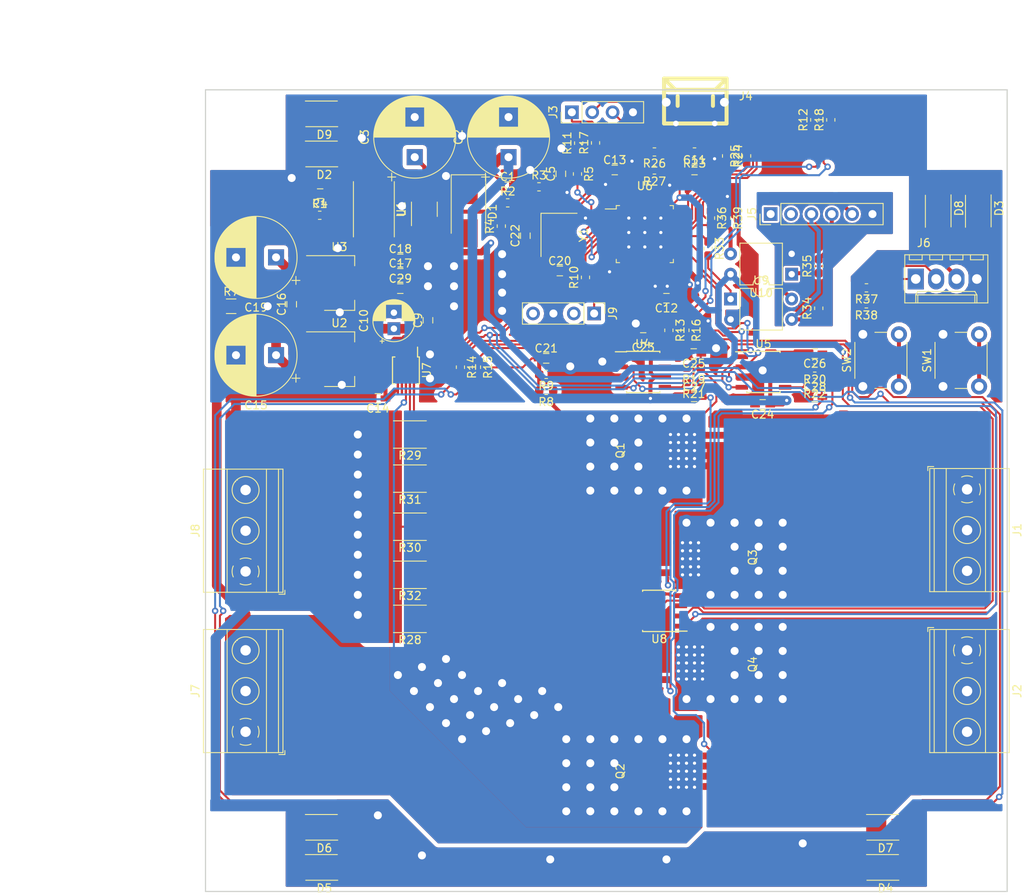
<source format=kicad_pcb>
(kicad_pcb (version 20171130) (host pcbnew "(5.0.1)")
  (layers (0 F.Cu signal) (31 B.Cu signal) (34 B.Paste user) (35 F.Paste user) (36 B.SilkS user) (37 F.SilkS user) (38 B.Mask user hide) (39 F.Mask user hide) (44 Edge.Cuts user))
  (net 0 "")
  (net 1 +VSW)
  (net 2 GND)
  (net 3 "Net-(C3-Pad1)")
  (net 4 /VBOOT_MON)
  (net 5 +5V)
  (net 6 +3V3)
  (net 7 "Net-(C15-Pad1)")
  (net 8 "Net-(C20-Pad2)")
  (net 9 /VIN_MON)
  (net 10 "Net-(C22-Pad1)")
  (net 11 "Net-(D1-Pad2)")
  (net 12 "Net-(D2-Pad2)")
  (net 13 "Net-(D3-Pad2)")
  (net 14 "Net-(D4-Pad2)")
  (net 15 "Net-(D5-Pad2)")
  (net 16 "Net-(D6-Pad2)")
  (net 17 "Net-(D7-Pad2)")
  (net 18 "Net-(D8-Pad2)")
  (net 19 "Net-(D9-Pad2)")
  (net 20 /UART_TX)
  (net 21 /UART_RX)
  (net 22 "Net-(J4-Pad4)")
  (net 23 "Net-(J4-Pad1)")
  (net 24 "Net-(J4-Pad2)")
  (net 25 "Net-(J4-Pad3)")
  (net 26 "Net-(J5-Pad1)")
  (net 27 "Net-(J5-Pad2)")
  (net 28 "Net-(J5-Pad3)")
  (net 29 "Net-(J5-Pad4)")
  (net 30 /ISO_5V)
  (net 31 /ISO_GND)
  (net 32 /SCL_LCD)
  (net 33 /SDA_LCD)
  (net 34 "Net-(R2-Pad1)")
  (net 35 "Net-(R10-Pad1)")
  (net 36 /LED0)
  (net 37 /LED1)
  (net 38 /LED2)
  (net 39 /LED3)
  (net 40 /LED4)
  (net 41 /LED5)
  (net 42 /LED6)
  (net 43 /LED7)
  (net 44 /USB_DP)
  (net 45 /USB_DM)
  (net 46 /SDA_INA)
  (net 47 /SCL_INA)
  (net 48 "Net-(R33-Pad2)")
  (net 49 "Net-(R35-Pad1)")
  (net 50 "Net-(R36-Pad1)")
  (net 51 /SW0)
  (net 52 /SW1)
  (net 53 "Net-(U6-Pad2)")
  (net 54 "Net-(U6-Pad3)")
  (net 55 "Net-(U6-Pad4)")
  (net 56 "Net-(U6-Pad12)")
  (net 57 "Net-(U6-Pad25)")
  (net 58 "Net-(U6-Pad34)")
  (net 59 "Net-(U6-Pad37)")
  (net 60 "Net-(U6-Pad38)")
  (net 61 "Net-(U6-Pad39)")
  (net 62 "Net-(U6-Pad40)")
  (net 63 "Net-(U6-Pad41)")
  (net 64 "Net-(U6-Pad45)")
  (net 65 "Net-(U6-Pad46)")
  (net 66 "Net-(U7-Pad3)")
  (net 67 "Net-(U8-Pad3)")
  (net 68 /DRV1F)
  (net 69 /DRV2F)
  (net 70 /DRV3F)
  (net 71 /DRV4F)
  (net 72 /OUT_A)
  (net 73 /OUT_B)
  (net 74 /VIN)
  (net 75 /GND_MEAS)
  (net 76 /DRV1)
  (net 77 /DRV2)
  (net 78 /DRV3)
  (net 79 /DRV4)
  (net 80 /CTRL_B)
  (net 81 /CTRL_A)
  (net 82 /SWCLK)
  (net 83 /SWDIO)
  (module "footprints:Toshiba SOP Advance" (layer F.Cu) (at 130 100 90)
    (fp_text reference Q1 (at 0 -8.255 90) (layer F.SilkS))
    (fp_text value TPHR6503PL)
    (pad 1 smd rect (at 0 -0.55 90) (size 4.7 3.75) (layers F.Cu F.Paste F.Mask) (net 74 /VIN))
    (pad 3 smd rect (at -1.905 3.5 90) (size 0.85 2.95) (layers F.Cu F.Paste F.Mask) (net 72 /OUT_A))
    (pad 3 smd rect (at -0.635 3.5 90) (size 0.85 2.95) (layers F.Cu F.Paste F.Mask) (net 72 /OUT_A))
    (pad 3 smd rect (at 0.635 3.5 90) (size 0.85 2.95) (layers F.Cu F.Paste F.Mask) (net 72 /OUT_A))
    (pad 2 smd rect (at 1.905 3.5 90) (size 0.85 2.95) (layers F.Cu F.Paste F.Mask) (net 68 /DRV1F))
    (pad 1 smd rect (at 1.905 -3.475 90) (size 0.85 3) (layers F.Cu F.Paste F.Mask) (net 74 /VIN))
    (pad 1 smd rect (at 0.635 -3.475 90) (size 0.85 3) (layers F.Cu F.Paste F.Mask) (net 74 /VIN))
    (pad 1 smd rect (at -0.635 -3.475 90) (size 0.85 3) (layers F.Cu F.Paste F.Mask) (net 74 /VIN))
    (pad 1 smd rect (at -1.905 -3.475 90) (size 0.85 3) (layers F.Cu F.Paste F.Mask) (net 74 /VIN))
  )
  (module "footprints:Toshiba SOP Advance" (layer F.Cu) (at 130 140 90)
    (fp_text reference Q2 (at 0 -8.255 90) (layer F.SilkS))
    (fp_text value TPHR6503PL)
    (pad 1 smd rect (at 0 -0.55 90) (size 4.7 3.75) (layers F.Cu F.Paste F.Mask) (net 74 /VIN))
    (pad 3 smd rect (at -1.905 3.5 90) (size 0.85 2.95) (layers F.Cu F.Paste F.Mask) (net 73 /OUT_B))
    (pad 3 smd rect (at -0.635 3.5 90) (size 0.85 2.95) (layers F.Cu F.Paste F.Mask) (net 73 /OUT_B))
    (pad 3 smd rect (at 0.635 3.5 90) (size 0.85 2.95) (layers F.Cu F.Paste F.Mask) (net 73 /OUT_B))
    (pad 2 smd rect (at 1.905 3.5 90) (size 0.85 2.95) (layers F.Cu F.Paste F.Mask) (net 69 /DRV2F))
    (pad 1 smd rect (at 1.905 -3.475 90) (size 0.85 3) (layers F.Cu F.Paste F.Mask) (net 74 /VIN))
    (pad 1 smd rect (at 0.635 -3.475 90) (size 0.85 3) (layers F.Cu F.Paste F.Mask) (net 74 /VIN))
    (pad 1 smd rect (at -0.635 -3.475 90) (size 0.85 3) (layers F.Cu F.Paste F.Mask) (net 74 /VIN))
    (pad 1 smd rect (at -1.905 -3.475 90) (size 0.85 3) (layers F.Cu F.Paste F.Mask) (net 74 /VIN))
  )
  (module "footprints:Toshiba SOP Advance" (layer F.Cu) (at 130 113.3333 270)
    (fp_text reference Q3 (at 0 -8.255 270) (layer F.SilkS))
    (fp_text value TPHR6503PL)
    (pad 1 smd rect (at 0 -0.55 270) (size 4.7 3.75) (layers F.Cu F.Paste F.Mask) (net 72 /OUT_A))
    (pad 3 smd rect (at -1.905 3.5 270) (size 0.85 2.95) (layers F.Cu F.Paste F.Mask) (net 75 /GND_MEAS))
    (pad 3 smd rect (at -0.635 3.5 270) (size 0.85 2.95) (layers F.Cu F.Paste F.Mask) (net 75 /GND_MEAS))
    (pad 3 smd rect (at 0.635 3.5 270) (size 0.85 2.95) (layers F.Cu F.Paste F.Mask) (net 75 /GND_MEAS))
    (pad 2 smd rect (at 1.905 3.5 270) (size 0.85 2.95) (layers F.Cu F.Paste F.Mask) (net 70 /DRV3F))
    (pad 1 smd rect (at 1.905 -3.475 270) (size 0.85 3) (layers F.Cu F.Paste F.Mask) (net 72 /OUT_A))
    (pad 1 smd rect (at 0.635 -3.475 270) (size 0.85 3) (layers F.Cu F.Paste F.Mask) (net 72 /OUT_A))
    (pad 1 smd rect (at -0.635 -3.475 270) (size 0.85 3) (layers F.Cu F.Paste F.Mask) (net 72 /OUT_A))
    (pad 1 smd rect (at -1.905 -3.475 270) (size 0.85 3) (layers F.Cu F.Paste F.Mask) (net 72 /OUT_A))
  )
  (module "footprints:Toshiba SOP Advance" (layer F.Cu) (at 130 126.6667 270)
    (fp_text reference Q4 (at 0 -8.255 270) (layer F.SilkS))
    (fp_text value TPHR6503PL)
    (pad 1 smd rect (at 0 -0.55 270) (size 4.7 3.75) (layers F.Cu F.Paste F.Mask) (net 73 /OUT_B))
    (pad 3 smd rect (at -1.905 3.5 270) (size 0.85 2.95) (layers F.Cu F.Paste F.Mask) (net 75 /GND_MEAS))
    (pad 3 smd rect (at -0.635 3.5 270) (size 0.85 2.95) (layers F.Cu F.Paste F.Mask) (net 75 /GND_MEAS))
    (pad 3 smd rect (at 0.635 3.5 270) (size 0.85 2.95) (layers F.Cu F.Paste F.Mask) (net 75 /GND_MEAS))
    (pad 2 smd rect (at 1.905 3.5 270) (size 0.85 2.95) (layers F.Cu F.Paste F.Mask) (net 71 /DRV4F))
    (pad 1 smd rect (at 1.905 -3.475 270) (size 0.85 3) (layers F.Cu F.Paste F.Mask) (net 73 /OUT_B))
    (pad 1 smd rect (at 0.635 -3.475 270) (size 0.85 3) (layers F.Cu F.Paste F.Mask) (net 73 /OUT_B))
    (pad 1 smd rect (at -0.635 -3.475 270) (size 0.85 3) (layers F.Cu F.Paste F.Mask) (net 73 /OUT_B))
    (pad 1 smd rect (at -1.905 -3.475 270) (size 0.85 3) (layers F.Cu F.Paste F.Mask) (net 73 /OUT_B))
  )
  (module Capacitors_SMD:C_0603_HandSoldering (layer F.Cu) (at 107.7 67.1)
    (fp_text reference C1 (at 0 -1.25) (layer F.SilkS))
    (fp_text value 10u)
    (pad 1 smd rect (at -0.95 0) (size 1.2 0.75) (layers F.Cu F.Paste F.Mask) (net 1 +VSW))
    (pad 2 smd rect (at 0.95 0) (size 1.2 0.75) (layers F.Cu F.Paste F.Mask) (net 2 GND))
  )
  (module Capacitors_SMD:C_0603_HandSoldering (layer F.Cu) (at 84.3 67.95 180)
    (fp_text reference C4 (at 0 -1.25 180) (layer F.SilkS))
    (fp_text value 10u)
    (pad 1 smd rect (at -0.95 0 180) (size 1.2 0.75) (layers F.Cu F.Paste F.Mask) (net 3 "Net-(C3-Pad1)"))
    (pad 2 smd rect (at 0.95 0 180) (size 1.2 0.75) (layers F.Cu F.Paste F.Mask) (net 2 GND))
  )
  (module Capacitors_SMD:C_0603_HandSoldering (layer F.Cu) (at 114.325001 65.474999 90)
    (fp_text reference C5 (at 0 -1.25 90) (layer F.SilkS))
    (fp_text value 100n)
    (pad 1 smd rect (at -0.95 0 90) (size 1.2 0.75) (layers F.Cu F.Paste F.Mask) (net 4 /VBOOT_MON))
    (pad 2 smd rect (at 0.95 0 90) (size 1.2 0.75) (layers F.Cu F.Paste F.Mask) (net 2 GND))
  )
  (module Capacitors_SMD:C_0603_HandSoldering (layer F.Cu) (at 97.75 83.75 90)
    (fp_text reference C9 (at 0 -1.25 90) (layer F.SilkS))
    (fp_text value 10u)
    (pad 1 smd rect (at -0.95 0 90) (size 1.2 0.75) (layers F.Cu F.Paste F.Mask) (net 5 +5V))
    (pad 2 smd rect (at 0.95 0 90) (size 1.2 0.75) (layers F.Cu F.Paste F.Mask) (net 2 GND))
  )
  (module Capacitor_THT:CP_Radial_D5.0mm_P2.00mm (layer F.Cu) (at 93.5 84.8 90)
    (fp_text reference C10 (at 1 -3.75 90) (layer F.SilkS))
    (fp_text value 22u)
    (pad 1 thru_hole rect (at 0 0 90) (size 1.6 1.6) (drill 0.8) (layers *.Cu *.Mask) (net 5 +5V))
    (pad 2 thru_hole circle (at 2 0 90) (size 1.6 1.6) (drill 0.8) (layers *.Cu *.Mask) (net 2 GND))
  )
  (module Capacitors_SMD:C_0603_HandSoldering (layer F.Cu) (at 131 65)
    (fp_text reference C11 (at 0 -1.25) (layer F.SilkS))
    (fp_text value 100n)
    (pad 2 smd rect (at 0.95 0) (size 1.2 0.75) (layers F.Cu F.Paste F.Mask) (net 2 GND))
    (pad 1 smd rect (at -0.95 0) (size 1.2 0.75) (layers F.Cu F.Paste F.Mask) (net 6 +3V3))
  )
  (module Capacitors_SMD:C_0603_HandSoldering (layer F.Cu) (at 127.5 81 180)
    (fp_text reference C12 (at 0 -1.25 180) (layer F.SilkS))
    (fp_text value 100n)
    (pad 1 smd rect (at -0.95 0 180) (size 1.2 0.75) (layers F.Cu F.Paste F.Mask) (net 6 +3V3))
    (pad 2 smd rect (at 0.95 0 180) (size 1.2 0.75) (layers F.Cu F.Paste F.Mask) (net 2 GND))
  )
  (module Capacitors_SMD:C_0603_HandSoldering (layer F.Cu) (at 121.05 65)
    (fp_text reference C13 (at 0 -1.25) (layer F.SilkS))
    (fp_text value 100n)
    (pad 2 smd rect (at 0.95 0) (size 1.2 0.75) (layers F.Cu F.Paste F.Mask) (net 2 GND))
    (pad 1 smd rect (at -0.95 0) (size 1.2 0.75) (layers F.Cu F.Paste F.Mask) (net 6 +3V3))
  )
  (module Capacitors_SMD:C_0603_HandSoldering (layer F.Cu) (at 91.5 93.5 180)
    (fp_text reference C14 (at 0 -1.25 180) (layer F.SilkS))
    (fp_text value 100n)
    (pad 1 smd rect (at -0.95 0 180) (size 1.2 0.75) (layers F.Cu F.Paste F.Mask) (net 6 +3V3))
    (pad 2 smd rect (at 0.95 0 180) (size 1.2 0.75) (layers F.Cu F.Paste F.Mask) (net 2 GND))
  )
  (module Capacitors_SMD:C_0603_HandSoldering (layer F.Cu) (at 80.75 81.75 90)
    (fp_text reference C16 (at 0 -1.25 90) (layer F.SilkS))
    (fp_text value 1u)
    (pad 1 smd rect (at -0.95 0 90) (size 1.2 0.75) (layers F.Cu F.Paste F.Mask) (net 7 "Net-(C15-Pad1)"))
    (pad 2 smd rect (at 0.95 0 90) (size 1.2 0.75) (layers F.Cu F.Paste F.Mask) (net 2 GND))
  )
  (module Capacitors_SMD:C_0603_HandSoldering (layer F.Cu) (at 94.3 77.9)
    (fp_text reference C17 (at 0 -1.25) (layer F.SilkS))
    (fp_text value 1u)
    (pad 2 smd rect (at 0.95 0) (size 1.2 0.75) (layers F.Cu F.Paste F.Mask) (net 2 GND))
    (pad 1 smd rect (at -0.95 0) (size 1.2 0.75) (layers F.Cu F.Paste F.Mask) (net 6 +3V3))
  )
  (module Capacitors_SMD:C_0603_HandSoldering (layer F.Cu) (at 94.3 76.1)
    (fp_text reference C18 (at 0 -1.25) (layer F.SilkS))
    (fp_text value 10u)
    (pad 2 smd rect (at 0.95 0) (size 1.2 0.75) (layers F.Cu F.Paste F.Mask) (net 2 GND))
    (pad 1 smd rect (at -0.95 0) (size 1.2 0.75) (layers F.Cu F.Paste F.Mask) (net 6 +3V3))
  )
  (module Capacitors_SMD:C_0603_HandSoldering (layer F.Cu) (at 114.2 77.6)
    (fp_text reference C20 (at 0 -1.25) (layer F.SilkS))
    (fp_text value 12p)
    (pad 2 smd rect (at 0.95 0) (size 1.2 0.75) (layers F.Cu F.Paste F.Mask) (net 8 "Net-(C20-Pad2)"))
    (pad 1 smd rect (at -0.95 0) (size 1.2 0.75) (layers F.Cu F.Paste F.Mask) (net 2 GND))
  )
  (module Capacitors_SMD:C_0603_HandSoldering (layer F.Cu) (at 112.5 88.5)
    (fp_text reference C21 (at 0 -1.25) (layer F.SilkS))
    (fp_text value 100n)
    (pad 2 smd rect (at 0.95 0) (size 1.2 0.75) (layers F.Cu F.Paste F.Mask) (net 2 GND))
    (pad 1 smd rect (at -0.95 0) (size 1.2 0.75) (layers F.Cu F.Paste F.Mask) (net 9 /VIN_MON))
  )
  (module Capacitors_SMD:C_0603_HandSoldering (layer F.Cu) (at 109.9 73.2 90)
    (fp_text reference C22 (at 0 -1.25 90) (layer F.SilkS))
    (fp_text value 12p)
    (pad 1 smd rect (at -0.95 0 90) (size 1.2 0.75) (layers F.Cu F.Paste F.Mask) (net 10 "Net-(C22-Pad1)"))
    (pad 2 smd rect (at 0.95 0 90) (size 1.2 0.75) (layers F.Cu F.Paste F.Mask) (net 2 GND))
  )
  (module Capacitors_SMD:C_0603_HandSoldering (layer F.Cu) (at 124.6 85.9 180)
    (fp_text reference C23 (at 0 -1.25 180) (layer F.SilkS))
    (fp_text value 100n)
    (pad 2 smd rect (at 0.95 0 180) (size 1.2 0.75) (layers F.Cu F.Paste F.Mask) (net 2 GND))
    (pad 1 smd rect (at -0.95 0 180) (size 1.2 0.75) (layers F.Cu F.Paste F.Mask) (net 1 +VSW))
  )
  (module Capacitors_SMD:C_0603_HandSoldering (layer F.Cu) (at 139.5 94.25 180)
    (fp_text reference C24 (at 0 -1.25 180) (layer F.SilkS))
    (fp_text value 100n)
    (pad 1 smd rect (at -0.95 0 180) (size 1.2 0.75) (layers F.Cu F.Paste F.Mask) (net 1 +VSW))
    (pad 2 smd rect (at 0.95 0 180) (size 1.2 0.75) (layers F.Cu F.Paste F.Mask) (net 2 GND))
  )
  (module Capacitors_SMD:C_0603_HandSoldering (layer F.Cu) (at 130.9 87.9 180)
    (fp_text reference C25 (at 0 -1.25 180) (layer F.SilkS))
    (fp_text value 0)
    (pad 2 smd rect (at 0.95 0 180) (size 1.2 0.75) (layers F.Cu F.Paste F.Mask) (net 2 GND))
    (pad 1 smd rect (at -0.95 0 180) (size 1.2 0.75) (layers F.Cu F.Paste F.Mask) (net 68 /DRV1F))
  )
  (module Capacitors_SMD:C_0603_HandSoldering (layer F.Cu) (at 146 87.9 180)
    (fp_text reference C26 (at 0 -1.25 180) (layer F.SilkS))
    (fp_text value 0)
    (pad 2 smd rect (at 0.95 0 180) (size 1.2 0.75) (layers F.Cu F.Paste F.Mask) (net 2 GND))
    (pad 1 smd rect (at -0.95 0 180) (size 1.2 0.75) (layers F.Cu F.Paste F.Mask) (net 69 /DRV2F))
  )
  (module Capacitors_SMD:C_0603_HandSoldering (layer F.Cu) (at 130.95 93.3)
    (fp_text reference C27 (at 0 -1.25) (layer F.SilkS))
    (fp_text value 0)
    (pad 1 smd rect (at -0.95 0) (size 1.2 0.75) (layers F.Cu F.Paste F.Mask) (net 2 GND))
    (pad 2 smd rect (at 0.95 0) (size 1.2 0.75) (layers F.Cu F.Paste F.Mask) (net 70 /DRV3F))
  )
  (module Capacitors_SMD:C_0603_HandSoldering (layer F.Cu) (at 146 93.3)
    (fp_text reference C28 (at 0 -1.25) (layer F.SilkS))
    (fp_text value 0)
    (pad 2 smd rect (at 0.95 0) (size 1.2 0.75) (layers F.Cu F.Paste F.Mask) (net 71 /DRV4F))
    (pad 1 smd rect (at -0.95 0) (size 1.2 0.75) (layers F.Cu F.Paste F.Mask) (net 2 GND))
  )
  (module Capacitors_SMD:C_0603_HandSoldering (layer F.Cu) (at 94.3 79.8)
    (fp_text reference C29 (at 0 -1.25) (layer F.SilkS))
    (fp_text value 100n)
    (pad 2 smd rect (at 0.95 0) (size 1.2 0.75) (layers F.Cu F.Paste F.Mask) (net 2 GND))
    (pad 1 smd rect (at -0.95 0) (size 1.2 0.75) (layers F.Cu F.Paste F.Mask) (net 6 +3V3))
  )
  (module Diode_SMD:D_SMB_Handsoldering (layer F.Cu) (at 102.8 70.2 270)
    (fp_text reference D1 (at 0 -3 270) (layer F.SilkS))
    (fp_text value "2A schottky")
    (pad 1 smd rect (at -2.7 0 270) (size 3.5 2.3) (layers F.Cu F.Paste F.Mask) (net 1 +VSW))
    (pad 2 smd rect (at 2.7 0 270) (size 3.5 2.3) (layers F.Cu F.Paste F.Mask) (net 11 "Net-(D1-Pad2)"))
  )
  (module LED_SMD:LED_PLCC_2835_Handsoldering (layer F.Cu) (at 85 63)
    (fp_text reference D2 (at -0.18 2.6) (layer F.SilkS))
    (fp_text value cyan)
    (pad 2 smd rect (at 1.33 0 180) (size 1.5 2.1) (layers F.Cu F.Paste F.Mask) (net 12 "Net-(D2-Pad2)"))
    (pad 1 smd rect (at -1.33 0 180) (size 2.5 2.1) (layers F.Cu F.Paste F.Mask) (net 2 GND))
  )
  (module LED_SMD:LED_PLCC_2835_Handsoldering (layer F.Cu) (at 166.4 69.6 90)
    (fp_text reference D3 (at -0.18 2.6 90) (layer F.SilkS))
    (fp_text value cyan)
    (pad 1 smd rect (at -1.33 0 270) (size 2.5 2.1) (layers F.Cu F.Paste F.Mask) (net 2 GND))
    (pad 2 smd rect (at 1.33 0 270) (size 1.5 2.1) (layers F.Cu F.Paste F.Mask) (net 13 "Net-(D3-Pad2)"))
  )
  (module LED_SMD:LED_PLCC_2835_Handsoldering (layer F.Cu) (at 155 152)
    (fp_text reference D4 (at -0.18 2.6) (layer F.SilkS))
    (fp_text value cyan)
    (pad 1 smd rect (at -1.33 0 180) (size 2.5 2.1) (layers F.Cu F.Paste F.Mask) (net 2 GND))
    (pad 2 smd rect (at 1.33 0 180) (size 1.5 2.1) (layers F.Cu F.Paste F.Mask) (net 14 "Net-(D4-Pad2)"))
  )
  (module LED_SMD:LED_PLCC_2835_Handsoldering (layer F.Cu) (at 85 152)
    (fp_text reference D5 (at -0.18 2.6) (layer F.SilkS))
    (fp_text value cyan)
    (pad 2 smd rect (at 1.33 0 180) (size 1.5 2.1) (layers F.Cu F.Paste F.Mask) (net 15 "Net-(D5-Pad2)"))
    (pad 1 smd rect (at -1.33 0 180) (size 2.5 2.1) (layers F.Cu F.Paste F.Mask) (net 2 GND))
  )
  (module LED_SMD:LED_PLCC_2835_Handsoldering (layer F.Cu) (at 85 147)
    (fp_text reference D6 (at -0.18 2.6) (layer F.SilkS))
    (fp_text value pink)
    (pad 2 smd rect (at 1.33 0 180) (size 1.5 2.1) (layers F.Cu F.Paste F.Mask) (net 16 "Net-(D6-Pad2)"))
    (pad 1 smd rect (at -1.33 0 180) (size 2.5 2.1) (layers F.Cu F.Paste F.Mask) (net 2 GND))
  )
  (module LED_SMD:LED_PLCC_2835_Handsoldering (layer F.Cu) (at 155 147)
    (fp_text reference D7 (at -0.18 2.6) (layer F.SilkS))
    (fp_text value pink)
    (pad 1 smd rect (at -1.33 0 180) (size 2.5 2.1) (layers F.Cu F.Paste F.Mask) (net 2 GND))
    (pad 2 smd rect (at 1.33 0 180) (size 1.5 2.1) (layers F.Cu F.Paste F.Mask) (net 17 "Net-(D7-Pad2)"))
  )
  (module LED_SMD:LED_PLCC_2835_Handsoldering (layer F.Cu) (at 161.4 69.6 90)
    (fp_text reference D8 (at -0.18 2.6 90) (layer F.SilkS))
    (fp_text value pink)
    (pad 2 smd rect (at 1.33 0 270) (size 1.5 2.1) (layers F.Cu F.Paste F.Mask) (net 18 "Net-(D8-Pad2)"))
    (pad 1 smd rect (at -1.33 0 270) (size 2.5 2.1) (layers F.Cu F.Paste F.Mask) (net 2 GND))
  )
  (module LED_SMD:LED_PLCC_2835_Handsoldering (layer F.Cu) (at 85 58)
    (fp_text reference D9 (at -0.18 2.6) (layer F.SilkS))
    (fp_text value pink)
    (pad 1 smd rect (at -1.33 0 180) (size 2.5 2.1) (layers F.Cu F.Paste F.Mask) (net 2 GND))
    (pad 2 smd rect (at 1.33 0 180) (size 1.5 2.1) (layers F.Cu F.Paste F.Mask) (net 19 "Net-(D9-Pad2)"))
  )
  (module TerminalBlock_Phoenix:TerminalBlock_Phoenix_MKDS-1,5-3-5.08_1x03_P5.08mm_Horizontal (layer F.Cu) (at 165 104.84 270)
    (fp_text reference J1 (at 5.08 -6.26 270) (layer F.SilkS))
    (fp_text value OUT_A)
    (pad 1 thru_hole rect (at 0 0 270) (size 2.6 2.6) (drill 1.3) (layers *.Cu *.Mask) (net 72 /OUT_A))
    (pad 2 thru_hole circle (at 5.08 0 270) (size 2.6 2.6) (drill 1.3) (layers *.Cu *.Mask) (net 72 /OUT_A))
    (pad 3 thru_hole circle (at 10.16 0 270) (size 2.6 2.6) (drill 1.3) (layers *.Cu *.Mask) (net 72 /OUT_A))
  )
  (module TerminalBlock_Phoenix:TerminalBlock_Phoenix_MKDS-1,5-3-5.08_1x03_P5.08mm_Horizontal (layer F.Cu) (at 165 124.92 270)
    (fp_text reference J2 (at 5.08 -6.26 270) (layer F.SilkS))
    (fp_text value OUT_B)
    (pad 3 thru_hole circle (at 10.16 0 270) (size 2.6 2.6) (drill 1.3) (layers *.Cu *.Mask) (net 73 /OUT_B))
    (pad 2 thru_hole circle (at 5.08 0 270) (size 2.6 2.6) (drill 1.3) (layers *.Cu *.Mask) (net 73 /OUT_B))
    (pad 1 thru_hole rect (at 0 0 270) (size 2.6 2.6) (drill 1.3) (layers *.Cu *.Mask) (net 73 /OUT_B))
  )
  (module footprints:microusb_ali_dovetail (layer F.Cu) (at 131.1 59.2)
    (fp_text reference J4 (at 6.3 -3.4) (layer F.SilkS))
    (fp_text value USB_B_Micro hide)
    (pad 5 smd rect (at -1.3 0) (size 0.4 1.35) (layers F.Cu F.Paste F.Mask) (net 2 GND))
    (pad 4 smd rect (at -0.65 0) (size 0.4 1.35) (layers F.Cu F.Paste F.Mask) (net 22 "Net-(J4-Pad4)"))
    (pad 1 smd rect (at 1.3 0) (size 0.4 1.35) (layers F.Cu F.Paste F.Mask) (net 23 "Net-(J4-Pad1)"))
    (pad 2 smd rect (at 0.65 0) (size 0.4 1.35) (layers F.Cu F.Paste F.Mask) (net 24 "Net-(J4-Pad2)"))
    (pad 3 smd rect (at 0 0) (size 0.4 1.35) (layers F.Cu F.Paste F.Mask) (net 25 "Net-(J4-Pad3)"))
    (pad 6 thru_hole oval (at 3.625 -2.65) (size 1.5 2) (drill 1.1) (layers *.Cu *.Mask) (net 2 GND))
    (pad 6 thru_hole oval (at 2.425 0) (size 1 1.5) (drill 0.7) (layers *.Cu *.Mask) (net 2 GND))
    (pad 6 thru_hole oval (at -2.425 0) (size 1 1.5) (drill 0.7) (layers *.Cu *.Mask) (net 2 GND))
    (pad 6 thru_hole oval (at -3.625 -2.65) (size 1.5 2) (drill 1.1) (layers *.Cu *.Mask) (net 2 GND))
  )
  (module Connectors_Molex:Molex_KK-6410-04_04x2.54mm_Straight (layer F.Cu) (at 158.6 78.6)
    (fp_text reference J6 (at 1 -4.5) (layer F.SilkS))
    (fp_text value "1602 I2C LCD")
    (pad 1 thru_hole rect (at 0 0) (size 2 2.6) (drill 1.2) (layers *.Cu *.Mask) (net 32 /SCL_LCD))
    (pad 2 thru_hole oval (at 2.54 0) (size 2 2.6) (drill 1.2) (layers *.Cu *.Mask) (net 33 /SDA_LCD))
    (pad 3 thru_hole oval (at 5.08 0) (size 2 2.6) (drill 1.2) (layers *.Cu *.Mask) (net 5 +5V))
    (pad 4 thru_hole oval (at 7.62 0) (size 2 2.6) (drill 1.2) (layers *.Cu *.Mask) (net 2 GND))
  )
  (module TerminalBlock_Phoenix:TerminalBlock_Phoenix_MKDS-1,5-3-5.08_1x03_P5.08mm_Horizontal (layer F.Cu) (at 75 135.08 90)
    (fp_text reference J7 (at 5.08 -6.26 90) (layer F.SilkS))
    (fp_text value IN_VCC)
    (pad 3 thru_hole circle (at 10.16 0 90) (size 2.6 2.6) (drill 1.3) (layers *.Cu *.Mask) (net 74 /VIN))
    (pad 2 thru_hole circle (at 5.08 0 90) (size 2.6 2.6) (drill 1.3) (layers *.Cu *.Mask) (net 74 /VIN))
    (pad 1 thru_hole rect (at 0 0 90) (size 2.6 2.6) (drill 1.3) (layers *.Cu *.Mask) (net 74 /VIN))
  )
  (module TerminalBlock_Phoenix:TerminalBlock_Phoenix_MKDS-1,5-3-5.08_1x03_P5.08mm_Horizontal (layer F.Cu) (at 75 115.08 90)
    (fp_text reference J8 (at 5.08 -6.26 90) (layer F.SilkS))
    (fp_text value IN_GND)
    (pad 1 thru_hole rect (at 0 0 90) (size 2.6 2.6) (drill 1.3) (layers *.Cu *.Mask) (net 2 GND))
    (pad 2 thru_hole circle (at 5.08 0 90) (size 2.6 2.6) (drill 1.3) (layers *.Cu *.Mask) (net 2 GND))
    (pad 3 thru_hole circle (at 10.16 0 90) (size 2.6 2.6) (drill 1.3) (layers *.Cu *.Mask) (net 2 GND))
  )
  (module Inductor_SMD:L_Taiyo-Yuden_NR-50xx_HandSoldering (layer F.Cu) (at 91 69.9 270)
    (fp_text reference L1 (at 0 -3.45 270) (layer F.SilkS))
    (fp_text value 10u)
    (pad 1 smd rect (at -2.25 0 270) (size 2.4 4.2) (layers F.Cu F.Paste F.Mask) (net 3 "Net-(C3-Pad1)"))
    (pad 2 smd rect (at 2.25 0 270) (size 2.4 4.2) (layers F.Cu F.Paste F.Mask) (net 11 "Net-(D1-Pad2)"))
  )
  (module Resistor_SMD:R_0603_1608Metric_Pad1.05x0.95mm_HandSolder (layer F.Cu) (at 84.25 70.65)
    (fp_text reference R1 (at 0 -1.43) (layer F.SilkS))
    (fp_text value "10R .5W")
    (pad 2 smd roundrect (at 0.875 0) (size 1.05 0.95) (layers F.Cu F.Paste F.Mask) (net 3 "Net-(C3-Pad1)"))
    (pad 1 smd roundrect (at -0.875 0) (size 1.05 0.95) (layers F.Cu F.Paste F.Mask) (net 74 /VIN))
  )
  (module Resistor_SMD:R_0603_1608Metric_Pad1.05x0.95mm_HandSolder (layer F.Cu) (at 107.7 69.1)
    (fp_text reference R2 (at 0 -1.43) (layer F.SilkS))
    (fp_text value 100k)
    (pad 2 smd roundrect (at 0.875 0) (size 1.05 0.95) (layers F.Cu F.Paste F.Mask) (net 1 +VSW))
    (pad 1 smd roundrect (at -0.875 0) (size 1.05 0.95) (layers F.Cu F.Paste F.Mask) (net 34 "Net-(R2-Pad1)"))
  )
  (module Resistor_SMD:R_0603_1608Metric_Pad1.05x0.95mm_HandSolder (layer F.Cu) (at 111.6 67.1)
    (fp_text reference R3 (at 0 -1.43) (layer F.SilkS))
    (fp_text value 47k)
    (pad 1 smd roundrect (at -0.875 0) (size 1.05 0.95) (layers F.Cu F.Paste F.Mask) (net 1 +VSW))
    (pad 2 smd roundrect (at 0.875 0) (size 1.05 0.95) (layers F.Cu F.Paste F.Mask) (net 4 /VBOOT_MON))
  )
  (module Resistor_SMD:R_0603_1608Metric_Pad1.05x0.95mm_HandSolder (layer F.Cu) (at 106.9 72 90)
    (fp_text reference R4 (at 0 -1.43 90) (layer F.SilkS))
    (fp_text value 3k3)
    (pad 2 smd roundrect (at 0.875 0 90) (size 1.05 0.95) (layers F.Cu F.Paste F.Mask) (net 34 "Net-(R2-Pad1)"))
    (pad 1 smd roundrect (at -0.875 0 90) (size 1.05 0.95) (layers F.Cu F.Paste F.Mask) (net 2 GND))
  )
  (module Resistor_SMD:R_0603_1608Metric_Pad1.05x0.95mm_HandSolder (layer F.Cu) (at 116.4 65.5 270)
    (fp_text reference R5 (at 0 -1.43 270) (layer F.SilkS))
    (fp_text value 10k)
    (pad 1 smd roundrect (at -0.875 0 270) (size 1.05 0.95) (layers F.Cu F.Paste F.Mask) (net 2 GND))
    (pad 2 smd roundrect (at 0.875 0 270) (size 1.05 0.95) (layers F.Cu F.Paste F.Mask) (net 4 /VBOOT_MON))
  )
  (module Resistor_SMD:R_1206_3216Metric_Pad1.42x1.75mm_HandSolder (layer F.Cu) (at 73.2 82)
    (fp_text reference R7 (at 0 -1.82) (layer F.SilkS))
    (fp_text value "10R .5W")
    (pad 1 smd roundrect (at -1.4875 0) (size 1.425 1.75) (layers F.Cu F.Paste F.Mask) (roundrect_rratio 0.175439) (net 74 /VIN))
    (pad 2 smd roundrect (at 1.4875 0) (size 1.425 1.75) (layers F.Cu F.Paste F.Mask) (roundrect_rratio 0.175439) (net 7 "Net-(C15-Pad1)"))
  )
  (module Resistor_SMD:R_0603_1608Metric_Pad1.05x0.95mm_HandSolder (layer F.Cu) (at 112.5 92.5 180)
    (fp_text reference R8 (at 0 -1.43 180) (layer F.SilkS))
    (fp_text value 47k)
    (pad 2 smd roundrect (at 0.875 0 180) (size 1.05 0.95) (layers F.Cu F.Paste F.Mask) (net 9 /VIN_MON))
    (pad 1 smd roundrect (at -0.875 0 180) (size 1.05 0.95) (layers F.Cu F.Paste F.Mask) (net 74 /VIN))
  )
  (module Resistor_SMD:R_0603_1608Metric_Pad1.05x0.95mm_HandSolder (layer F.Cu) (at 112.5 90.5 180)
    (fp_text reference R9 (at 0 -1.43 180) (layer F.SilkS))
    (fp_text value 10k)
    (pad 1 smd roundrect (at -0.875 0 180) (size 1.05 0.95) (layers F.Cu F.Paste F.Mask) (net 2 GND))
    (pad 2 smd roundrect (at 0.875 0 180) (size 1.05 0.95) (layers F.Cu F.Paste F.Mask) (net 9 /VIN_MON))
  )
  (module Resistor_SMD:R_0603_1608Metric_Pad1.05x0.95mm_HandSolder (layer F.Cu) (at 117.4 78.4 90)
    (fp_text reference R10 (at 0 -1.43 90) (layer F.SilkS))
    (fp_text value 10k)
    (pad 2 smd roundrect (at 0.875 0 90) (size 1.05 0.95) (layers F.Cu F.Paste F.Mask) (net 6 +3V3))
    (pad 1 smd roundrect (at -0.875 0 90) (size 1.05 0.95) (layers F.Cu F.Paste F.Mask) (net 35 "Net-(R10-Pad1)"))
  )
  (module Resistor_SMD:R_0603_1608Metric_Pad1.05x0.95mm_HandSolder (layer F.Cu) (at 116.55 61.65 90)
    (fp_text reference R11 (at 0 -1.43 90) (layer F.SilkS))
    (fp_text value 150)
    (pad 1 smd roundrect (at -0.875 0 90) (size 1.05 0.95) (layers F.Cu F.Paste F.Mask) (net 36 /LED0))
    (pad 2 smd roundrect (at 0.875 0 90) (size 1.05 0.95) (layers F.Cu F.Paste F.Mask) (net 12 "Net-(D2-Pad2)"))
  )
  (module Resistor_SMD:R_0603_1608Metric_Pad1.05x0.95mm_HandSolder (layer F.Cu) (at 146 58.75 90)
    (fp_text reference R12 (at 0 -1.43 90) (layer F.SilkS))
    (fp_text value 150)
    (pad 2 smd roundrect (at 0.875 0 90) (size 1.05 0.95) (layers F.Cu F.Paste F.Mask) (net 13 "Net-(D3-Pad2)"))
    (pad 1 smd roundrect (at -0.875 0 90) (size 1.05 0.95) (layers F.Cu F.Paste F.Mask) (net 37 /LED1))
  )
  (module Resistor_SMD:R_0603_1608Metric_Pad1.05x0.95mm_HandSolder (layer F.Cu) (at 127.8 85 270)
    (fp_text reference R13 (at 0 -1.43 270) (layer F.SilkS))
    (fp_text value 150)
    (pad 1 smd roundrect (at -0.875 0 270) (size 1.05 0.95) (layers F.Cu F.Paste F.Mask) (net 38 /LED2))
    (pad 2 smd roundrect (at 0.875 0 270) (size 1.05 0.95) (layers F.Cu F.Paste F.Mask) (net 17 "Net-(D7-Pad2)"))
  )
  (module Resistor_SMD:R_0603_1608Metric_Pad1.05x0.95mm_HandSolder (layer F.Cu) (at 101.8 89.6 270)
    (fp_text reference R14 (at 0 -1.43 270) (layer F.SilkS))
    (fp_text value 150)
    (pad 2 smd roundrect (at 0.875 0 270) (size 1.05 0.95) (layers F.Cu F.Paste F.Mask) (net 15 "Net-(D5-Pad2)"))
    (pad 1 smd roundrect (at -0.875 0 270) (size 1.05 0.95) (layers F.Cu F.Paste F.Mask) (net 39 /LED3))
  )
  (module Resistor_SMD:R_0603_1608Metric_Pad1.05x0.95mm_HandSolder (layer F.Cu) (at 103.8 89.6 270)
    (fp_text reference R15 (at 0 -1.43 270) (layer F.SilkS))
    (fp_text value 150)
    (pad 1 smd roundrect (at -0.875 0 270) (size 1.05 0.95) (layers F.Cu F.Paste F.Mask) (net 40 /LED4))
    (pad 2 smd roundrect (at 0.875 0 270) (size 1.05 0.95) (layers F.Cu F.Paste F.Mask) (net 16 "Net-(D6-Pad2)"))
  )
  (module Resistor_SMD:R_0603_1608Metric_Pad1.05x0.95mm_HandSolder (layer F.Cu) (at 129.8 85 270)
    (fp_text reference R16 (at 0 -1.43 270) (layer F.SilkS))
    (fp_text value 150)
    (pad 2 smd roundrect (at 0.875 0 270) (size 1.05 0.95) (layers F.Cu F.Paste F.Mask) (net 14 "Net-(D4-Pad2)"))
    (pad 1 smd roundrect (at -0.875 0 270) (size 1.05 0.95) (layers F.Cu F.Paste F.Mask) (net 41 /LED5))
  )
  (module Resistor_SMD:R_0603_1608Metric_Pad1.05x0.95mm_HandSolder (layer F.Cu) (at 118.655001 61.624999 90)
    (fp_text reference R17 (at 0 -1.43 90) (layer F.SilkS))
    (fp_text value 150)
    (pad 1 smd roundrect (at -0.875 0 90) (size 1.05 0.95) (layers F.Cu F.Paste F.Mask) (net 42 /LED6))
    (pad 2 smd roundrect (at 0.875 0 90) (size 1.05 0.95) (layers F.Cu F.Paste F.Mask) (net 19 "Net-(D9-Pad2)"))
  )
  (module Resistor_SMD:R_0603_1608Metric_Pad1.05x0.95mm_HandSolder (layer F.Cu) (at 148 58.75 90)
    (fp_text reference R18 (at 0 -1.43 90) (layer F.SilkS))
    (fp_text value 150)
    (pad 2 smd roundrect (at 0.875 0 90) (size 1.05 0.95) (layers F.Cu F.Paste F.Mask) (net 18 "Net-(D8-Pad2)"))
    (pad 1 smd roundrect (at -0.875 0 90) (size 1.05 0.95) (layers F.Cu F.Paste F.Mask) (net 43 /LED7))
  )
  (module Resistor_SMD:R_0603_1608Metric_Pad1.05x0.95mm_HandSolder (layer F.Cu) (at 130.9 89.7 180)
    (fp_text reference R19 (at 0 -1.43 180) (layer F.SilkS))
    (fp_text value 0R)
    (pad 1 smd roundrect (at -0.875 0 180) (size 1.05 0.95) (layers F.Cu F.Paste F.Mask) (net 68 /DRV1F))
    (pad 2 smd roundrect (at 0.875 0 180) (size 1.05 0.95) (layers F.Cu F.Paste F.Mask) (net 76 /DRV1))
  )
  (module Resistor_SMD:R_0603_1608Metric_Pad1.05x0.95mm_HandSolder (layer F.Cu) (at 146 89.7 180)
    (fp_text reference R20 (at 0 -1.43 180) (layer F.SilkS))
    (fp_text value 0R)
    (pad 2 smd roundrect (at 0.875 0 180) (size 1.05 0.95) (layers F.Cu F.Paste F.Mask) (net 77 /DRV2))
    (pad 1 smd roundrect (at -0.875 0 180) (size 1.05 0.95) (layers F.Cu F.Paste F.Mask) (net 69 /DRV2F))
  )
  (module Resistor_SMD:R_0603_1608Metric_Pad1.05x0.95mm_HandSolder (layer F.Cu) (at 130.9 91.5 180)
    (fp_text reference R21 (at 0 -1.43 180) (layer F.SilkS))
    (fp_text value 0R)
    (pad 1 smd roundrect (at -0.875 0 180) (size 1.05 0.95) (layers F.Cu F.Paste F.Mask) (net 70 /DRV3F))
    (pad 2 smd roundrect (at 0.875 0 180) (size 1.05 0.95) (layers F.Cu F.Paste F.Mask) (net 78 /DRV3))
  )
  (module Resistor_SMD:R_0603_1608Metric_Pad1.05x0.95mm_HandSolder (layer F.Cu) (at 146 91.5 180)
    (fp_text reference R22 (at 0 -1.43 180) (layer F.SilkS))
    (fp_text value 0R)
    (pad 2 smd roundrect (at 0.875 0 180) (size 1.05 0.95) (layers F.Cu F.Paste F.Mask) (net 79 /DRV4))
    (pad 1 smd roundrect (at -0.875 0 180) (size 1.05 0.95) (layers F.Cu F.Paste F.Mask) (net 71 /DRV4F))
  )
  (module Resistor_SMD:R_0603_1608Metric_Pad1.05x0.95mm_HandSolder (layer F.Cu) (at 131 62.75 180)
    (fp_text reference R23 (at 0 -1.43 180) (layer F.SilkS))
    (fp_text value 1k5)
    (pad 1 smd roundrect (at -0.875 0 180) (size 1.05 0.95) (layers F.Cu F.Paste F.Mask) (net 25 "Net-(J4-Pad3)"))
    (pad 2 smd roundrect (at 0.875 0 180) (size 1.05 0.95) (layers F.Cu F.Paste F.Mask) (net 6 +3V3))
  )
  (module Resistor_SMD:R_0603_1608Metric_Pad1.05x0.95mm_HandSolder (layer F.Cu) (at 135 63.25 270)
    (fp_text reference R24 (at 0 -1.43 270) (layer F.SilkS))
    (fp_text value 22)
    (pad 2 smd roundrect (at 0.875 0 270) (size 1.05 0.95) (layers F.Cu F.Paste F.Mask) (net 44 /USB_DP))
    (pad 1 smd roundrect (at -0.875 0 270) (size 1.05 0.95) (layers F.Cu F.Paste F.Mask) (net 25 "Net-(J4-Pad3)"))
  )
  (module Resistor_SMD:R_0603_1608Metric_Pad1.05x0.95mm_HandSolder (layer F.Cu) (at 137.5 63.25 90)
    (fp_text reference R25 (at 0 -1.43 90) (layer F.SilkS))
    (fp_text value 22)
    (pad 1 smd roundrect (at -0.875 0 90) (size 1.05 0.95) (layers F.Cu F.Paste F.Mask) (net 45 /USB_DM))
    (pad 2 smd roundrect (at 0.875 0 90) (size 1.05 0.95) (layers F.Cu F.Paste F.Mask) (net 24 "Net-(J4-Pad2)"))
  )
  (module Resistor_SMD:R_0603_1608Metric_Pad1.05x0.95mm_HandSolder (layer F.Cu) (at 126 62.75 180)
    (fp_text reference R26 (at 0 -1.43 180) (layer F.SilkS))
    (fp_text value 1k5)
    (pad 1 smd roundrect (at -0.875 0 180) (size 1.05 0.95) (layers F.Cu F.Paste F.Mask) (net 6 +3V3))
    (pad 2 smd roundrect (at 0.875 0 180) (size 1.05 0.95) (layers F.Cu F.Paste F.Mask) (net 46 /SDA_INA))
  )
  (module Resistor_SMD:R_0603_1608Metric_Pad1.05x0.95mm_HandSolder (layer F.Cu) (at 126 65 180)
    (fp_text reference R27 (at 0 -1.43 180) (layer F.SilkS))
    (fp_text value 1k5)
    (pad 2 smd roundrect (at 0.875 0 180) (size 1.05 0.95) (layers F.Cu F.Paste F.Mask) (net 47 /SCL_INA))
    (pad 1 smd roundrect (at -0.875 0 180) (size 1.05 0.95) (layers F.Cu F.Paste F.Mask) (net 6 +3V3))
  )
  (module Resistor_SMD:R_2512_6332Metric_Pad1.52x3.35mm_HandSolder (layer F.Cu) (at 95.5 121 180)
    (fp_text reference R28 (at 0 -2.62 180) (layer F.SilkS))
    (fp_text value "5mR 1W 2512")
    (pad 2 smd roundrect (at 2.9875 0 180) (size 1.525 3.35) (layers F.Cu F.Paste F.Mask) (roundrect_rratio 0.163934) (net 2 GND))
    (pad 1 smd roundrect (at -2.9875 0 180) (size 1.525 3.35) (layers F.Cu F.Paste F.Mask) (roundrect_rratio 0.163934) (net 75 /GND_MEAS))
  )
  (module Resistor_SMD:R_2512_6332Metric_Pad1.52x3.35mm_HandSolder (layer F.Cu) (at 95.5 98 180)
    (fp_text reference R29 (at 0 -2.62 180) (layer F.SilkS))
    (fp_text value "5mR 1W")
    (pad 1 smd roundrect (at -2.9875 0 180) (size 1.525 3.35) (layers F.Cu F.Paste F.Mask) (roundrect_rratio 0.163934) (net 75 /GND_MEAS))
    (pad 2 smd roundrect (at 2.9875 0 180) (size 1.525 3.35) (layers F.Cu F.Paste F.Mask) (roundrect_rratio 0.163934) (net 2 GND))
  )
  (module Resistor_SMD:R_2512_6332Metric_Pad1.52x3.35mm_HandSolder (layer F.Cu) (at 95.5 109.5 180)
    (fp_text reference R30 (at 0 -2.62 180) (layer F.SilkS))
    (fp_text value "5mR 1W")
    (pad 1 smd roundrect (at -2.9875 0 180) (size 1.525 3.35) (layers F.Cu F.Paste F.Mask) (roundrect_rratio 0.163934) (net 75 /GND_MEAS))
    (pad 2 smd roundrect (at 2.9875 0 180) (size 1.525 3.35) (layers F.Cu F.Paste F.Mask) (roundrect_rratio 0.163934) (net 2 GND))
  )
  (module Resistor_SMD:R_2512_6332Metric_Pad1.52x3.35mm_HandSolder (layer F.Cu) (at 95.5 103.5 180)
    (fp_text reference R31 (at 0 -2.62 180) (layer F.SilkS))
    (fp_text value "5mR 1W")
    (pad 2 smd roundrect (at 2.9875 0 180) (size 1.525 3.35) (layers F.Cu F.Paste F.Mask) (roundrect_rratio 0.163934) (net 2 GND))
    (pad 1 smd roundrect (at -2.9875 0 180) (size 1.525 3.35) (layers F.Cu F.Paste F.Mask) (roundrect_rratio 0.163934) (net 75 /GND_MEAS))
  )
  (module Resistor_SMD:R_2512_6332Metric_Pad1.52x3.35mm_HandSolder (layer F.Cu) (at 95.5 115.5 180)
    (fp_text reference R32 (at 0 -2.62 180) (layer F.SilkS))
    (fp_text value "5mR 1W")
    (pad 1 smd roundrect (at -2.9875 0 180) (size 1.525 3.35) (layers F.Cu F.Paste F.Mask) (roundrect_rratio 0.163934) (net 75 /GND_MEAS))
    (pad 2 smd roundrect (at 2.9875 0 180) (size 1.525 3.35) (layers F.Cu F.Paste F.Mask) (roundrect_rratio 0.163934) (net 2 GND))
  )
  (module Resistor_SMD:R_0603_1608Metric_Pad1.05x0.95mm_HandSolder (layer F.Cu) (at 132.7 74.8 270)
    (fp_text reference R33 (at 0 -1.43 270) (layer F.SilkS))
    (fp_text value 390)
    (pad 1 smd roundrect (at -0.875 0 270) (size 1.05 0.95) (layers F.Cu F.Paste F.Mask) (net 20 /UART_TX))
    (pad 2 smd roundrect (at 0.875 0 270) (size 1.05 0.95) (layers F.Cu F.Paste F.Mask) (net 48 "Net-(R33-Pad2)"))
  )
  (module Resistor_SMD:R_0603_1608Metric_Pad1.05x0.95mm_HandSolder (layer F.Cu) (at 146.5 82.25 90)
    (fp_text reference R34 (at 0 -1.43 90) (layer F.SilkS))
    (fp_text value 720)
    (pad 1 smd roundrect (at -0.875 0 90) (size 1.05 0.95) (layers F.Cu F.Paste F.Mask) (net 28 "Net-(J5-Pad3)"))
    (pad 2 smd roundrect (at 0.875 0 90) (size 1.05 0.95) (layers F.Cu F.Paste F.Mask) (net 31 /ISO_GND))
  )
  (module Resistor_SMD:R_0603_1608Metric_Pad1.05x0.95mm_HandSolder (layer F.Cu) (at 146.5 77 90)
    (fp_text reference R35 (at 0 -1.43 90) (layer F.SilkS))
    (fp_text value 390)
    (pad 2 smd roundrect (at 0.875 0 90) (size 1.05 0.95) (layers F.Cu F.Paste F.Mask) (net 29 "Net-(J5-Pad4)"))
    (pad 1 smd roundrect (at -0.875 0 90) (size 1.05 0.95) (layers F.Cu F.Paste F.Mask) (net 49 "Net-(R35-Pad1)"))
  )
  (module Resistor_SMD:R_0603_1608Metric_Pad1.05x0.95mm_HandSolder (layer F.Cu) (at 133 71 270)
    (fp_text reference R36 (at 0 -1.43 270) (layer F.SilkS))
    (fp_text value 10k)
    (pad 1 smd roundrect (at -0.875 0 270) (size 1.05 0.95) (layers F.Cu F.Paste F.Mask) (net 50 "Net-(R36-Pad1)"))
    (pad 2 smd roundrect (at 0.875 0 270) (size 1.05 0.95) (layers F.Cu F.Paste F.Mask) (net 21 /UART_RX))
  )
  (module Resistor_SMD:R_0603_1608Metric_Pad1.05x0.95mm_HandSolder (layer F.Cu) (at 152.45 79.7 180)
    (fp_text reference R37 (at 0 -1.43 180) (layer F.SilkS))
    (fp_text value 1k5)
    (pad 2 smd roundrect (at 0.875 0 180) (size 1.05 0.95) (layers F.Cu F.Paste F.Mask) (net 5 +5V))
    (pad 1 smd roundrect (at -0.875 0 180) (size 1.05 0.95) (layers F.Cu F.Paste F.Mask) (net 33 /SDA_LCD))
  )
  (module Resistor_SMD:R_0603_1608Metric_Pad1.05x0.95mm_HandSolder (layer F.Cu) (at 152.435001 81.7 180)
    (fp_text reference R38 (at 0 -1.43 180) (layer F.SilkS))
    (fp_text value 1k5)
    (pad 1 smd roundrect (at -0.875 0 180) (size 1.05 0.95) (layers F.Cu F.Paste F.Mask) (net 32 /SCL_LCD))
    (pad 2 smd roundrect (at 0.875 0 180) (size 1.05 0.95) (layers F.Cu F.Paste F.Mask) (net 5 +5V))
  )
  (module Resistor_SMD:R_0603_1608Metric_Pad1.05x0.95mm_HandSolder (layer F.Cu) (at 135 71 270)
    (fp_text reference R39 (at 0 -1.43 270) (layer F.SilkS))
    (fp_text value 680)
    (pad 2 smd roundrect (at 0.875 0 270) (size 1.05 0.95) (layers F.Cu F.Paste F.Mask) (net 50 "Net-(R36-Pad1)"))
    (pad 1 smd roundrect (at -0.875 0 270) (size 1.05 0.95) (layers F.Cu F.Paste F.Mask) (net 2 GND))
  )
  (module Button_Switch_THT:SW_PUSH_6mm (layer F.Cu) (at 162 92 90)
    (fp_text reference SW1 (at 3.25 -2 90) (layer F.SilkS))
    (fp_text value SW_Push)
    (pad 2 thru_hole circle (at 0 4.5 180) (size 2 2) (drill 1.1) (layers *.Cu *.Mask) (net 51 /SW0))
    (pad 1 thru_hole circle (at 0 0 180) (size 2 2) (drill 1.1) (layers *.Cu *.Mask) (net 2 GND))
    (pad 2 thru_hole circle (at 6.5 4.5 180) (size 2 2) (drill 1.1) (layers *.Cu *.Mask) (net 51 /SW0))
    (pad 1 thru_hole circle (at 6.5 0 180) (size 2 2) (drill 1.1) (layers *.Cu *.Mask) (net 2 GND))
  )
  (module Button_Switch_THT:SW_PUSH_6mm (layer F.Cu) (at 152 92 90)
    (fp_text reference SW2 (at 3.25 -2 90) (layer F.SilkS))
    (fp_text value SW_Push)
    (pad 1 thru_hole circle (at 6.5 0 180) (size 2 2) (drill 1.1) (layers *.Cu *.Mask) (net 2 GND))
    (pad 2 thru_hole circle (at 6.5 4.5 180) (size 2 2) (drill 1.1) (layers *.Cu *.Mask) (net 52 /SW1))
    (pad 1 thru_hole circle (at 0 0 180) (size 2 2) (drill 1.1) (layers *.Cu *.Mask) (net 2 GND))
    (pad 2 thru_hole circle (at 0 4.5 180) (size 2 2) (drill 1.1) (layers *.Cu *.Mask) (net 52 /SW1))
  )
  (module Package_TO_SOT_SMD:SOT-23-6_Handsoldering (layer F.Cu) (at 97.3 69.9 90)
    (fp_text reference U1 (at 0 -2.9 90) (layer F.SilkS))
    (fp_text value MT3608)
    (pad 1 smd rect (at -1.35 -0.95 90) (size 1.56 0.65) (layers F.Cu F.Paste F.Mask) (net 11 "Net-(D1-Pad2)"))
    (pad 2 smd rect (at -1.35 0 90) (size 1.56 0.65) (layers F.Cu F.Paste F.Mask) (net 2 GND))
    (pad 3 smd rect (at -1.35 0.95 90) (size 1.56 0.65) (layers F.Cu F.Paste F.Mask) (net 34 "Net-(R2-Pad1)"))
    (pad 4 smd rect (at 1.35 0.95 90) (size 1.56 0.65) (layers F.Cu F.Paste F.Mask) (net 3 "Net-(C3-Pad1)"))
    (pad 6 smd rect (at 1.35 -0.95 90) (size 1.56 0.65) (layers F.Cu F.Paste F.Mask))
    (pad 5 smd rect (at 1.35 0 90) (size 1.56 0.65) (layers F.Cu F.Paste F.Mask) (net 3 "Net-(C3-Pad1)"))
  )
  (module Package_TO_SOT_SMD:SOT-223-3_TabPin2 (layer F.Cu) (at 86.7 88.6)
    (fp_text reference U2 (at 0 -4.5) (layer F.SilkS))
    (fp_text value AMS1117-5.0)
    (pad 1 smd rect (at -3.15 -2.3) (size 2 1.5) (layers F.Cu F.Paste F.Mask) (net 2 GND))
    (pad 3 smd rect (at -3.15 2.3) (size 2 1.5) (layers F.Cu F.Paste F.Mask) (net 7 "Net-(C15-Pad1)"))
    (pad 2 smd rect (at -3.15 0) (size 2 1.5) (layers F.Cu F.Paste F.Mask) (net 5 +5V))
    (pad 2 smd rect (at 3.15 0) (size 2 3.8) (layers F.Cu F.Paste F.Mask) (net 5 +5V))
  )
  (module Package_TO_SOT_SMD:SOT-223-3_TabPin2 (layer F.Cu) (at 86.7 79.1)
    (fp_text reference U3 (at 0 -4.5) (layer F.SilkS))
    (fp_text value AMS1117-3.3)
    (pad 2 smd rect (at 3.15 0) (size 2 3.8) (layers F.Cu F.Paste F.Mask) (net 6 +3V3))
    (pad 2 smd rect (at -3.15 0) (size 2 1.5) (layers F.Cu F.Paste F.Mask) (net 6 +3V3))
    (pad 3 smd rect (at -3.15 2.3) (size 2 1.5) (layers F.Cu F.Paste F.Mask) (net 7 "Net-(C15-Pad1)"))
    (pad 1 smd rect (at -3.15 -2.3) (size 2 1.5) (layers F.Cu F.Paste F.Mask) (net 2 GND))
  )
  (module Package_QFP:LQFP-48_7x7mm_P0.5mm (layer F.Cu) (at 124.8 73)
    (fp_text reference U6 (at 0 -6) (layer F.SilkS))
    (fp_text value STM32F103C8Tx)
    (pad 1 smd rect (at -4.35 -2.75) (size 1.3 0.25) (layers F.Cu F.Paste F.Mask) (net 6 +3V3))
    (pad 2 smd rect (at -4.35 -2.25) (size 1.3 0.25) (layers F.Cu F.Paste F.Mask) (net 53 "Net-(U6-Pad2)"))
    (pad 3 smd rect (at -4.35 -1.75) (size 1.3 0.25) (layers F.Cu F.Paste F.Mask) (net 54 "Net-(U6-Pad3)"))
    (pad 4 smd rect (at -4.35 -1.25) (size 1.3 0.25) (layers F.Cu F.Paste F.Mask) (net 55 "Net-(U6-Pad4)"))
    (pad 5 smd rect (at -4.35 -0.75) (size 1.3 0.25) (layers F.Cu F.Paste F.Mask) (net 8 "Net-(C20-Pad2)"))
    (pad 6 smd rect (at -4.35 -0.25) (size 1.3 0.25) (layers F.Cu F.Paste F.Mask) (net 10 "Net-(C22-Pad1)"))
    (pad 7 smd rect (at -4.35 0.25) (size 1.3 0.25) (layers F.Cu F.Paste F.Mask) (net 35 "Net-(R10-Pad1)"))
    (pad 8 smd rect (at -4.35 0.75) (size 1.3 0.25) (layers F.Cu F.Paste F.Mask) (net 2 GND))
    (pad 9 smd rect (at -4.35 1.25) (size 1.3 0.25) (layers F.Cu F.Paste F.Mask) (net 6 +3V3))
    (pad 10 smd rect (at -4.35 1.75) (size 1.3 0.25) (layers F.Cu F.Paste F.Mask) (net 4 /VBOOT_MON))
    (pad 11 smd rect (at -4.35 2.25) (size 1.3 0.25) (layers F.Cu F.Paste F.Mask) (net 9 /VIN_MON))
    (pad 12 smd rect (at -4.35 2.75) (size 1.3 0.25) (layers F.Cu F.Paste F.Mask) (net 56 "Net-(U6-Pad12)"))
    (pad 13 smd rect (at -2.75 4.35 90) (size 1.3 0.25) (layers F.Cu F.Paste F.Mask) (net 39 /LED3))
    (pad 14 smd rect (at -2.25 4.35 90) (size 1.3 0.25) (layers F.Cu F.Paste F.Mask) (net 40 /LED4))
    (pad 15 smd rect (at -1.75 4.35 90) (size 1.3 0.25) (layers F.Cu F.Paste F.Mask) (net 38 /LED2))
    (pad 16 smd rect (at -1.25 4.35 90) (size 1.3 0.25) (layers F.Cu F.Paste F.Mask) (net 41 /LED5))
    (pad 17 smd rect (at -0.75 4.35 90) (size 1.3 0.25) (layers F.Cu F.Paste F.Mask) (net 43 /LED7))
    (pad 18 smd rect (at -0.25 4.35 90) (size 1.3 0.25) (layers F.Cu F.Paste F.Mask) (net 36 /LED0))
    (pad 19 smd rect (at 0.25 4.35 90) (size 1.3 0.25) (layers F.Cu F.Paste F.Mask) (net 37 /LED1))
    (pad 20 smd rect (at 0.75 4.35 90) (size 1.3 0.25) (layers F.Cu F.Paste F.Mask) (net 42 /LED6))
    (pad 21 smd rect (at 1.25 4.35 90) (size 1.3 0.25) (layers F.Cu F.Paste F.Mask) (net 32 /SCL_LCD))
    (pad 22 smd rect (at 1.75 4.35 90) (size 1.3 0.25) (layers F.Cu F.Paste F.Mask) (net 33 /SDA_LCD))
    (pad 23 smd rect (at 2.25 4.35 90) (size 1.3 0.25) (layers F.Cu F.Paste F.Mask) (net 2 GND))
    (pad 24 smd rect (at 2.75 4.35 90) (size 1.3 0.25) (layers F.Cu F.Paste F.Mask) (net 6 +3V3))
    (pad 25 smd rect (at 4.35 2.75) (size 1.3 0.25) (layers F.Cu F.Paste F.Mask) (net 57 "Net-(U6-Pad25)"))
    (pad 26 smd rect (at 4.35 2.25) (size 1.3 0.25) (layers F.Cu F.Paste F.Mask) (net 80 /CTRL_B))
    (pad 27 smd rect (at 4.35 1.75) (size 1.3 0.25) (layers F.Cu F.Paste F.Mask) (net 51 /SW0))
    (pad 28 smd rect (at 4.35 1.25) (size 1.3 0.25) (layers F.Cu F.Paste F.Mask) (net 52 /SW1))
    (pad 29 smd rect (at 4.35 0.75) (size 1.3 0.25) (layers F.Cu F.Paste F.Mask) (net 81 /CTRL_A))
    (pad 30 smd rect (at 4.35 0.25) (size 1.3 0.25) (layers F.Cu F.Paste F.Mask) (net 20 /UART_TX))
    (pad 31 smd rect (at 4.35 -0.25) (size 1.3 0.25) (layers F.Cu F.Paste F.Mask) (net 21 /UART_RX))
    (pad 32 smd rect (at 4.35 -0.75) (size 1.3 0.25) (layers F.Cu F.Paste F.Mask) (net 45 /USB_DM))
    (pad 33 smd rect (at 4.35 -1.25) (size 1.3 0.25) (layers F.Cu F.Paste F.Mask) (net 44 /USB_DP))
    (pad 34 smd rect (at 4.35 -1.75) (size 1.3 0.25) (layers F.Cu F.Paste F.Mask) (net 58 "Net-(U6-Pad34)"))
    (pad 35 smd rect (at 4.35 -2.25) (size 1.3 0.25) (layers F.Cu F.Paste F.Mask) (net 2 GND))
    (pad 36 smd rect (at 4.35 -2.75) (size 1.3 0.25) (layers F.Cu F.Paste F.Mask) (net 6 +3V3))
    (pad 37 smd rect (at 2.75 -4.35 90) (size 1.3 0.25) (layers F.Cu F.Paste F.Mask) (net 59 "Net-(U6-Pad37)"))
    (pad 38 smd rect (at 2.25 -4.35 90) (size 1.3 0.25) (layers F.Cu F.Paste F.Mask) (net 60 "Net-(U6-Pad38)"))
    (pad 39 smd rect (at 1.75 -4.35 90) (size 1.3 0.25) (layers F.Cu F.Paste F.Mask) (net 61 "Net-(U6-Pad39)"))
    (pad 40 smd rect (at 1.25 -4.35 90) (size 1.3 0.25) (layers F.Cu F.Paste F.Mask) (net 62 "Net-(U6-Pad40)"))
    (pad 41 smd rect (at 0.75 -4.35 90) (size 1.3 0.25) (layers F.Cu F.Paste F.Mask) (net 63 "Net-(U6-Pad41)"))
    (pad 42 smd rect (at 0.25 -4.35 90) (size 1.3 0.25) (layers F.Cu F.Paste F.Mask) (net 47 /SCL_INA))
    (pad 43 smd rect (at -0.25 -4.35 90) (size 1.3 0.25) (layers F.Cu F.Paste F.Mask) (net 46 /SDA_INA))
    (pad 44 smd rect (at -0.75 -4.35 90) (size 1.3 0.25) (layers F.Cu F.Paste F.Mask) (net 2 GND))
    (pad 45 smd rect (at -1.25 -4.35 90) (size 1.3 0.25) (layers F.Cu F.Paste F.Mask) (net 64 "Net-(U6-Pad45)"))
    (pad 46 smd rect (at -1.75 -4.35 90) (size 1.3 0.25) (layers F.Cu F.Paste F.Mask) (net 65 "Net-(U6-Pad46)"))
    (pad 47 smd rect (at -2.25 -4.35 90) (size 1.3 0.25) (layers F.Cu F.Paste F.Mask) (net 2 GND))
    (pad 48 smd rect (at -2.75 -4.35 90) (size 1.3 0.25) (layers F.Cu F.Paste F.Mask) (net 6 +3V3))
  )
  (module Package_SO:MSOP-10_3x3mm_P0.5mm (layer F.Cu) (at 95 90 270)
    (fp_text reference U7 (at 0 -2.6 270) (layer F.SilkS))
    (fp_text value INA226)
    (pad 1 smd rect (at -2.2 -1 270) (size 1.4 0.3) (layers F.Cu F.Paste F.Mask) (net 2 GND))
    (pad 2 smd rect (at -2.2 -0.5 270) (size 1.4 0.3) (layers F.Cu F.Paste F.Mask) (net 2 GND))
    (pad 3 smd rect (at -2.2 0 270) (size 1.4 0.3) (layers F.Cu F.Paste F.Mask) (net 66 "Net-(U7-Pad3)"))
    (pad 4 smd rect (at -2.2 0.5 270) (size 1.4 0.3) (layers F.Cu F.Paste F.Mask) (net 46 /SDA_INA))
    (pad 5 smd rect (at -2.2 1 270) (size 1.4 0.3) (layers F.Cu F.Paste F.Mask) (net 47 /SCL_INA))
    (pad 6 smd rect (at 2.2 1 270) (size 1.4 0.3) (layers F.Cu F.Paste F.Mask) (net 6 +3V3))
    (pad 7 smd rect (at 2.2 0.5 270) (size 1.4 0.3) (layers F.Cu F.Paste F.Mask) (net 2 GND))
    (pad 8 smd rect (at 2.2 0 270) (size 1.4 0.3) (layers F.Cu F.Paste F.Mask) (net 74 /VIN))
    (pad 9 smd rect (at 2.2 -0.5 270) (size 1.4 0.3) (layers F.Cu F.Paste F.Mask) (net 2 GND))
    (pad 10 smd rect (at 2.2 -1 270) (size 1.4 0.3) (layers F.Cu F.Paste F.Mask) (net 75 /GND_MEAS))
  )
  (module Package_SO:SOIC-8_3.9x4.9mm_P1.27mm (layer F.Cu) (at 126.6 119.99995 180)
    (fp_text reference U8 (at 0 -3.5 180) (layer F.SilkS))
    (fp_text value MCP9804_MSOP)
    (pad 1 smd rect (at -2.7 -1.905 180) (size 1.55 0.6) (layers F.Cu F.Paste F.Mask) (net 46 /SDA_INA))
    (pad 2 smd rect (at -2.7 -0.635 180) (size 1.55 0.6) (layers F.Cu F.Paste F.Mask) (net 47 /SCL_INA))
    (pad 3 smd rect (at -2.7 0.635 180) (size 1.55 0.6) (layers F.Cu F.Paste F.Mask) (net 67 "Net-(U8-Pad3)"))
    (pad 4 smd rect (at -2.7 1.905 180) (size 1.55 0.6) (layers F.Cu F.Paste F.Mask) (net 75 /GND_MEAS))
    (pad 5 smd rect (at 2.7 1.905 180) (size 1.55 0.6) (layers F.Cu F.Paste F.Mask) (net 75 /GND_MEAS))
    (pad 6 smd rect (at 2.7 0.635 180) (size 1.55 0.6) (layers F.Cu F.Paste F.Mask) (net 75 /GND_MEAS))
    (pad 7 smd rect (at 2.7 -0.635 180) (size 1.55 0.6) (layers F.Cu F.Paste F.Mask) (net 75 /GND_MEAS))
    (pad 8 smd rect (at 2.7 -1.905 180) (size 1.55 0.6) (layers F.Cu F.Paste F.Mask) (net 6 +3V3))
  )
  (module Package_DIP:DIP-4_W7.62mm (layer F.Cu) (at 135.5 81.1)
    (fp_text reference U9 (at 3.81 -2.33) (layer F.SilkS))
    (fp_text value PC817)
    (pad 4 thru_hole oval (at 7.62 0) (size 1.6 1.6) (drill 0.8) (layers *.Cu *.Mask) (net 30 /ISO_5V))
    (pad 2 thru_hole oval (at 0 2.54) (size 1.6 1.6) (drill 0.8) (layers *.Cu *.Mask) (net 2 GND))
    (pad 3 thru_hole oval (at 7.62 2.54) (size 1.6 1.6) (drill 0.8) (layers *.Cu *.Mask) (net 28 "Net-(J5-Pad3)"))
    (pad 1 thru_hole rect (at 0 0) (size 1.6 1.6) (drill 0.8) (layers *.Cu *.Mask) (net 48 "Net-(R33-Pad2)"))
  )
  (module Package_DIP:DIP-4_W7.62mm (layer F.Cu) (at 143.12 78 180)
    (fp_text reference U10 (at 3.81 -2.33 180) (layer F.SilkS))
    (fp_text value PC817)
    (pad 1 thru_hole rect (at 0 0 180) (size 1.6 1.6) (drill 0.8) (layers *.Cu *.Mask) (net 49 "Net-(R35-Pad1)"))
    (pad 3 thru_hole oval (at 7.62 2.54 180) (size 1.6 1.6) (drill 0.8) (layers *.Cu *.Mask) (net 50 "Net-(R36-Pad1)"))
    (pad 2 thru_hole oval (at 0 2.54 180) (size 1.6 1.6) (drill 0.8) (layers *.Cu *.Mask) (net 31 /ISO_GND))
    (pad 4 thru_hole oval (at 7.62 0 180) (size 1.6 1.6) (drill 0.8) (layers *.Cu *.Mask) (net 6 +3V3))
  )
  (module Crystal:Crystal_SMD_3225-4Pin_3.2x2.5mm_HandSoldering (layer F.Cu) (at 114.1 73.1 270)
    (fp_text reference Y1 (at 0 -3.05 270) (layer F.SilkS))
    (fp_text value 8MHz)
    (pad 1 smd rect (at -1.45 1.15 270) (size 2.1 1.8) (layers F.Cu F.Paste F.Mask) (net 10 "Net-(C22-Pad1)"))
    (pad 2 smd rect (at 1.45 1.15 270) (size 2.1 1.8) (layers F.Cu F.Paste F.Mask) (net 2 GND))
    (pad 3 smd rect (at 1.45 -1.15 270) (size 2.1 1.8) (layers F.Cu F.Paste F.Mask) (net 8 "Net-(C20-Pad2)"))
    (pad 4 smd rect (at -1.45 -1.15 270) (size 2.1 1.8) (layers F.Cu F.Paste F.Mask) (net 2 GND))
  )
  (module Pin_Headers:Pin_Header_Straight_1x06_Pitch2.54mm (layer F.Cu) (at 140.5 70.5 90)
    (fp_text reference J5 (at 0 -2.33 90) (layer F.SilkS))
    (fp_text value "CH340E module")
    (pad 1 thru_hole rect (at 0 0 90) (size 1.7 1.7) (drill 1) (layers *.Cu *.Mask) (net 26 "Net-(J5-Pad1)"))
    (pad 2 thru_hole oval (at 0 2.54 90) (size 1.7 1.7) (drill 1) (layers *.Cu *.Mask) (net 27 "Net-(J5-Pad2)"))
    (pad 3 thru_hole oval (at 0 5.08 90) (size 1.7 1.7) (drill 1) (layers *.Cu *.Mask) (net 28 "Net-(J5-Pad3)"))
    (pad 4 thru_hole oval (at 0 7.62 90) (size 1.7 1.7) (drill 1) (layers *.Cu *.Mask) (net 29 "Net-(J5-Pad4)"))
    (pad 5 thru_hole oval (at 0 10.16 90) (size 1.7 1.7) (drill 1) (layers *.Cu *.Mask) (net 30 /ISO_5V))
    (pad 6 thru_hole oval (at 0 12.7 90) (size 1.7 1.7) (drill 1) (layers *.Cu *.Mask) (net 31 /ISO_GND))
  )
  (module Pin_Headers:Pin_Header_Straight_1x04_Pitch2.54mm (layer F.Cu) (at 115.7 57.8 90)
    (fp_text reference J3 (at 0 -2.33 90) (layer F.SilkS))
    (fp_text value UART_DEBUG)
    (pad 1 thru_hole rect (at 0 0 90) (size 1.7 1.7) (drill 1) (layers *.Cu *.Mask) (net 6 +3V3))
    (pad 2 thru_hole oval (at 0 2.54 90) (size 1.7 1.7) (drill 1) (layers *.Cu *.Mask) (net 20 /UART_TX))
    (pad 3 thru_hole oval (at 0 5.08 90) (size 1.7 1.7) (drill 1) (layers *.Cu *.Mask) (net 21 /UART_RX))
    (pad 4 thru_hole oval (at 0 7.62 90) (size 1.7 1.7) (drill 1) (layers *.Cu *.Mask) (net 2 GND))
  )
  (module MountingHole:MountingHole_3.2mm_M3 (layer F.Cu) (at 75 60)
    (fp_text reference H1 hide)
    (fp_text value MountingHole)
    (pad 1 np_thru_hole circle (at 0 0) (size 3.2 3.2) (drill 3.2) (layers *.Cu *.Mask))
  )
  (module MountingHole:MountingHole_3.2mm_M3 (layer F.Cu) (at 165 60)
    (fp_text reference H2 hide)
    (fp_text value MountingHole)
    (pad 1 np_thru_hole circle (at 0 0) (size 3.2 3.2) (drill 3.2) (layers *.Cu *.Mask))
  )
  (module MountingHole:MountingHole_3.2mm_M3 (layer F.Cu) (at 75 150)
    (fp_text reference H3 hide)
    (fp_text value MountingHole)
    (pad 1 np_thru_hole circle (at 0 0) (size 3.2 3.2) (drill 3.2) (layers *.Cu *.Mask))
  )
  (module MountingHole:MountingHole_3.2mm_M3 (layer F.Cu) (at 165 150)
    (fp_text reference H4 hide)
    (fp_text value MountingHole)
    (pad 1 np_thru_hole circle (at 0 0) (size 3.2 3.2) (drill 3.2) (layers *.Cu *.Mask))
  )
  (module Package_SO:SOIC-8_3.9x4.9mm_P1.27mm (layer F.Cu) (at 124.6 90.2)
    (fp_text reference U4 (at 0 -3.5) (layer F.SilkS))
    (fp_text value TC4427)
    (pad 8 smd rect (at 2.7 -1.905) (size 1.55 0.6) (layers F.Cu F.Paste F.Mask))
    (pad 7 smd rect (at 2.7 -0.635) (size 1.55 0.6) (layers F.Cu F.Paste F.Mask) (net 76 /DRV1))
    (pad 6 smd rect (at 2.7 0.635) (size 1.55 0.6) (layers F.Cu F.Paste F.Mask) (net 1 +VSW))
    (pad 5 smd rect (at 2.7 1.905) (size 1.55 0.6) (layers F.Cu F.Paste F.Mask) (net 78 /DRV3))
    (pad 4 smd rect (at -2.7 1.905) (size 1.55 0.6) (layers F.Cu F.Paste F.Mask) (net 80 /CTRL_B))
    (pad 3 smd rect (at -2.7 0.635) (size 1.55 0.6) (layers F.Cu F.Paste F.Mask) (net 2 GND))
    (pad 2 smd rect (at -2.7 -0.635) (size 1.55 0.6) (layers F.Cu F.Paste F.Mask) (net 81 /CTRL_A))
    (pad 1 smd rect (at -2.7 -1.905) (size 1.55 0.6) (layers F.Cu F.Paste F.Mask))
  )
  (module Package_SO:SOIC-8_3.9x4.9mm_P1.27mm (layer F.Cu) (at 139.6 90.2)
    (fp_text reference U5 (at 0 -3.5) (layer F.SilkS))
    (fp_text value TC4427)
    (pad 1 smd rect (at -2.7 -1.905) (size 1.55 0.6) (layers F.Cu F.Paste F.Mask))
    (pad 2 smd rect (at -2.7 -0.635) (size 1.55 0.6) (layers F.Cu F.Paste F.Mask) (net 80 /CTRL_B))
    (pad 3 smd rect (at -2.7 0.635) (size 1.55 0.6) (layers F.Cu F.Paste F.Mask) (net 2 GND))
    (pad 4 smd rect (at -2.7 1.905) (size 1.55 0.6) (layers F.Cu F.Paste F.Mask) (net 81 /CTRL_A))
    (pad 5 smd rect (at 2.7 1.905) (size 1.55 0.6) (layers F.Cu F.Paste F.Mask) (net 79 /DRV4))
    (pad 6 smd rect (at 2.7 0.635) (size 1.55 0.6) (layers F.Cu F.Paste F.Mask) (net 1 +VSW))
    (pad 7 smd rect (at 2.7 -0.635) (size 1.55 0.6) (layers F.Cu F.Paste F.Mask) (net 77 /DRV2))
    (pad 8 smd rect (at 2.7 -1.905) (size 1.55 0.6) (layers F.Cu F.Paste F.Mask))
  )
  (module Capacitor_THT:CP_Radial_D10.0mm_P5.00mm (layer F.Cu) (at 107.8 63.4 90)
    (fp_text reference C2 (at 2.5 -6.25 90) (layer F.SilkS))
    (fp_text value 470u)
    (pad 2 thru_hole circle (at 5 0 90) (size 2 2) (drill 1) (layers *.Cu *.Mask) (net 2 GND))
    (pad 1 thru_hole rect (at 0 0 90) (size 2 2) (drill 1) (layers *.Cu *.Mask) (net 1 +VSW))
  )
  (module Capacitor_THT:CP_Radial_D10.0mm_P5.00mm (layer F.Cu) (at 96.1 63.4 90)
    (fp_text reference C3 (at 2.5 -6.25 90) (layer F.SilkS))
    (fp_text value 470u)
    (pad 1 thru_hole rect (at 0 0 90) (size 2 2) (drill 1) (layers *.Cu *.Mask) (net 3 "Net-(C3-Pad1)"))
    (pad 2 thru_hole circle (at 5 0 90) (size 2 2) (drill 1) (layers *.Cu *.Mask) (net 2 GND))
  )
  (module Capacitor_THT:CP_Radial_D10.0mm_P5.00mm (layer F.Cu) (at 78.8 88.1 180)
    (fp_text reference C15 (at 2.5 -6.25 180) (layer F.SilkS))
    (fp_text value 100u)
    (pad 2 thru_hole circle (at 5 0 180) (size 2 2) (drill 1) (layers *.Cu *.Mask) (net 2 GND))
    (pad 1 thru_hole rect (at 0 0 180) (size 2 2) (drill 1) (layers *.Cu *.Mask) (net 7 "Net-(C15-Pad1)"))
  )
  (module Capacitor_THT:CP_Radial_D10.0mm_P5.00mm (layer F.Cu) (at 78.8 75.9 180)
    (fp_text reference C19 (at 2.5 -6.25 180) (layer F.SilkS))
    (fp_text value 470u)
    (pad 1 thru_hole rect (at 0 0 180) (size 2 2) (drill 1) (layers *.Cu *.Mask) (net 6 +3V3))
    (pad 2 thru_hole circle (at 5 0 180) (size 2 2) (drill 1) (layers *.Cu *.Mask) (net 2 GND))
  )
  (module Pin_Headers:Pin_Header_Straight_1x04_Pitch2.54mm (layer F.Cu) (at 118.48 82.9 270)
    (fp_text reference J9 (at 0 -2.33 270) (layer F.SilkS))
    (fp_text value SWD)
    (pad 1 thru_hole rect (at 0 0 270) (size 1.7 1.7) (drill 1) (layers *.Cu *.Mask) (net 6 +3V3))
    (pad 2 thru_hole oval (at 0 2.54 270) (size 1.7 1.7) (drill 1) (layers *.Cu *.Mask) (net 82 /SWCLK))
    (pad 3 thru_hole oval (at 0 5.08 270) (size 1.7 1.7) (drill 1) (layers *.Cu *.Mask) (net 2 GND))
    (pad 4 thru_hole oval (at 0 7.62 270) (size 1.7 1.7) (drill 1) (layers *.Cu *.Mask) (net 83 /SWDIO))
  )
  (gr_line (start 170 55) (end 70 55) (layer Edge.Cuts) (width 0.15))
  (gr_line (start 170 155) (end 170 55) (layer Edge.Cuts) (width 0.15))
  (gr_line (start 70 155) (end 170 155) (layer Edge.Cuts) (width 0.15))
  (gr_line (start 70 55) (end 70 155) (layer Edge.Cuts) (width 0.15))
  (via (at 126.1 79.5) (size 0.8) (drill 0.4) (layers F.Cu B.Cu) (net 2))
  (via (at 80.75 66) (size 2) (drill 1) (layers F.Cu B.Cu) (net 2))
  (via (at 89.5 61) (size 2) (drill 1) (layers F.Cu B.Cu) (net 2))
  (via (at 102 60.75) (size 2) (drill 1) (layers F.Cu B.Cu) (net 2))
  (via (at 114.4 62.3) (size 2) (drill 1) (layers F.Cu B.Cu) (net 2))
  (via (at 110.5 65) (size 2) (drill 1) (layers F.Cu B.Cu) (net 2))
  (via (at 107 75.5) (size 2) (drill 1) (layers F.Cu B.Cu) (net 2))
  (via (at 94.5 69.5) (size 2) (drill 1) (layers F.Cu B.Cu) (net 2))
  (via (at 100 65.75) (size 2) (drill 1) (layers F.Cu B.Cu) (net 2))
  (via (at 98 88) (size 2) (drill 1) (layers F.Cu B.Cu) (net 2))
  (via (at 77.75 82) (size 2) (drill 1) (layers F.Cu B.Cu) (net 2))
  (segment (start 107.8 63.4) (end 106.9 63.4) (width 1.2) (layer F.Cu) (net 1))
  (segment (start 106.75 66.225) (end 105.925 65.4) (width 0.5) (layer F.Cu) (net 1))
  (segment (start 106.75 67.1) (end 106.75 66.225) (width 0.5) (layer F.Cu) (net 1))
  (segment (start 105.925 65.4) (end 104.9 65.4) (width 0.5) (layer F.Cu) (net 1))
  (segment (start 106.9 63.4) (end 104.9 65.4) (width 1.2) (layer F.Cu) (net 1))
  (segment (start 104.9 65.4) (end 102.8 67.5) (width 1.2) (layer F.Cu) (net 1))
  (segment (start 108.575 68.925) (end 106.75 67.1) (width 0.5) (layer F.Cu) (net 1))
  (segment (start 108.575 69.1) (end 108.575 68.925) (width 0.5) (layer F.Cu) (net 1))
  (segment (start 140.45 93.375) (end 140.45 94.25) (width 0.5) (layer F.Cu) (net 1))
  (segment (start 140.45 91.41) (end 140.45 91.5) (width 0.5) (layer F.Cu) (net 1))
  (segment (start 141.025 90.835) (end 140.45 91.41) (width 0.5) (layer F.Cu) (net 1))
  (segment (start 142.3 90.835) (end 141.025 90.835) (width 0.5) (layer F.Cu) (net 1))
  (segment (start 140.45 93.375) (end 140.45 91.5) (width 0.5) (layer F.Cu) (net 1))
  (segment (start 126.025 90.835) (end 127.3 90.835) (width 0.5) (layer F.Cu) (net 1))
  (segment (start 125.55 90.36) (end 126.025 90.835) (width 0.5) (layer F.Cu) (net 1))
  (segment (start 125.55 85.9) (end 125.55 90.36) (width 0.5) (layer F.Cu) (net 1))
  (via (at 142.5 93.75) (size 0.8) (drill 0.4) (layers F.Cu B.Cu) (net 1))
  (segment (start 140.45 94.25) (end 142 94.25) (width 0.5) (layer F.Cu) (net 1))
  (segment (start 142 94.25) (end 142.5 93.75) (width 0.5) (layer F.Cu) (net 1))
  (via (at 125.5 93.5) (size 0.8) (drill 0.4) (layers F.Cu B.Cu) (net 1))
  (segment (start 125.5 91.36) (end 126.025 90.835) (width 0.5) (layer F.Cu) (net 1))
  (segment (start 125.5 93.5) (end 125.5 91.36) (width 0.5) (layer F.Cu) (net 1))
  (segment (start 142.5 93.75) (end 135.126002 93.75) (width 1.2) (layer B.Cu) (net 1))
  (segment (start 131 93.5) (end 125.5 93.5) (width 1.2) (layer B.Cu) (net 1))
  (segment (start 132.3 92.2) (end 131 93.5) (width 1.2) (layer B.Cu) (net 1))
  (segment (start 133.576002 92.2) (end 132.3 92.2) (width 1.2) (layer B.Cu) (net 1))
  (segment (start 135.126002 93.75) (end 133.576002 92.2) (width 1.2) (layer B.Cu) (net 1))
  (segment (start 108.575 69.1) (end 110.575 67.1) (width 0.25) (layer F.Cu) (net 1))
  (segment (start 110.575 67.1) (end 110.725 67.1) (width 0.25) (layer F.Cu) (net 1))
  (segment (start 103.296533 70.103467) (end 107.8 65.6) (width 1.2) (layer B.Cu) (net 1))
  (segment (start 111.121242 93.5) (end 103.296533 85.675291) (width 1.2) (layer B.Cu) (net 1))
  (segment (start 107.8 65.6) (end 107.8 63.4) (width 1.2) (layer B.Cu) (net 1))
  (segment (start 125.5 93.5) (end 111.121242 93.5) (width 1.2) (layer B.Cu) (net 1))
  (segment (start 103.296533 85.675291) (end 103.296533 70.103467) (width 1.2) (layer B.Cu) (net 1))
  (segment (start 95.5 92.2) (end 95.5 109.5) (width 0.25) (layer F.Cu) (net 2))
  (segment (start 95.5 109.5) (end 94 109.5) (width 0.25) (layer F.Cu) (net 2))
  (via (at 89 98) (size 2) (drill 1) (layers F.Cu B.Cu) (net 2))
  (via (at 89 103) (size 2) (drill 1) (layers F.Cu B.Cu) (net 2))
  (via (at 89 100.5) (size 2) (drill 1) (layers F.Cu B.Cu) (net 2))
  (via (at 89 105.5) (size 2) (drill 1) (layers F.Cu B.Cu) (net 2))
  (via (at 89 108) (size 2) (drill 1) (layers F.Cu B.Cu) (net 2))
  (via (at 89 110.5) (size 2) (drill 1) (layers F.Cu B.Cu) (net 2))
  (via (at 89 113) (size 2) (drill 1) (layers F.Cu B.Cu) (net 2))
  (via (at 89 115.5) (size 2) (drill 1) (layers F.Cu B.Cu) (net 2))
  (via (at 89 118) (size 2) (drill 1) (layers F.Cu B.Cu) (net 2))
  (via (at 89 120.5) (size 2) (drill 1) (layers F.Cu B.Cu) (net 2))
  (via (at 91.5 145.5) (size 2) (drill 1) (layers F.Cu B.Cu) (net 2))
  (via (at 97 150.5) (size 2) (drill 1) (layers F.Cu B.Cu) (net 2))
  (via (at 113 151) (size 2) (drill 1) (layers F.Cu B.Cu) (net 2))
  (via (at 127.5 151) (size 2) (drill 1) (layers F.Cu B.Cu) (net 2))
  (via (at 144.5 149) (size 2) (drill 1) (layers F.Cu B.Cu) (net 2))
  (via (at 97.75 77) (size 2) (drill 1) (layers F.Cu B.Cu) (net 2))
  (via (at 97.75 79.5) (size 2) (drill 1) (layers F.Cu B.Cu) (net 2))
  (via (at 86.5 74.75) (size 2) (drill 1) (layers F.Cu B.Cu) (net 2))
  (segment (start 95.5 88.75) (end 95.75 89) (width 0.25) (layer F.Cu) (net 2))
  (segment (start 95.5 87.8) (end 95.5 88.75) (width 0.25) (layer F.Cu) (net 2))
  (via (at 87 91.8) (size 2) (drill 1) (layers F.Cu B.Cu) (net 2))
  (via (at 86.75 82.75) (size 2) (drill 1) (layers F.Cu B.Cu) (net 2))
  (segment (start 122.55 65.55) (end 122 65) (width 0.25) (layer F.Cu) (net 2))
  (segment (start 122.55 68.65) (end 122.55 65.55) (width 0.25) (layer F.Cu) (net 2))
  (segment (start 122.225 65) (end 122 65) (width 0.25) (layer F.Cu) (net 2))
  (segment (start 124.05 66.825) (end 122.225 65) (width 0.25) (layer F.Cu) (net 2))
  (segment (start 124.05 68.65) (end 124.05 66.825) (width 0.25) (layer F.Cu) (net 2))
  (segment (start 97.3 70.284998) (end 96.815002 69.8) (width 0.5) (layer F.Cu) (net 2))
  (segment (start 97.3 71.25) (end 97.3 70.284998) (width 0.5) (layer F.Cu) (net 2))
  (segment (start 75 119.65) (end 71.25 123.4) (width 1.2) (layer B.Cu) (net 2))
  (segment (start 75 115.08) (end 75 119.65) (width 1.2) (layer B.Cu) (net 2))
  (segment (start 71.25 123.4) (end 71.25 143.75) (width 1.2) (layer B.Cu) (net 2))
  (segment (start 73.8 88.1) (end 73.8 95.8) (width 1.2) (layer F.Cu) (net 2))
  (via (at 107 78) (size 2) (drill 1) (layers F.Cu B.Cu) (net 2))
  (via (at 107 80.3) (size 2) (drill 1) (layers F.Cu B.Cu) (net 2))
  (via (at 101 77) (size 2) (drill 1) (layers F.Cu B.Cu) (net 2))
  (via (at 101 79.5) (size 2) (drill 1) (layers F.Cu B.Cu) (net 2))
  (via (at 101 82) (size 2) (drill 1) (layers F.Cu B.Cu) (net 2))
  (via (at 139.5 90) (size 2) (drill 1) (layers F.Cu B.Cu) (net 2))
  (via (at 115.5 89.5) (size 2) (drill 1) (layers F.Cu B.Cu) (net 2))
  (segment (start 144.2 87.9) (end 143.9 87.6) (width 0.25) (layer F.Cu) (net 2))
  (segment (start 145.05 87.9) (end 144.2 87.9) (width 0.25) (layer F.Cu) (net 2))
  (segment (start 130.87501 92.64999) (end 130.87501 88.60001) (width 0.25) (layer F.Cu) (net 2))
  (segment (start 130.87501 88.60001) (end 130.175 87.9) (width 0.25) (layer F.Cu) (net 2))
  (segment (start 130.225 93.3) (end 130.87501 92.64999) (width 0.25) (layer F.Cu) (net 2))
  (segment (start 130 93.3) (end 130.225 93.3) (width 0.25) (layer F.Cu) (net 2))
  (segment (start 138.55 90.95) (end 139.5 90) (width 0.25) (layer F.Cu) (net 2))
  (segment (start 138.55 94.25) (end 138.55 90.95) (width 0.25) (layer F.Cu) (net 2))
  (segment (start 138.665 90.835) (end 139.5 90) (width 0.25) (layer F.Cu) (net 2))
  (segment (start 136.9 90.835) (end 138.665 90.835) (width 0.25) (layer F.Cu) (net 2))
  (segment (start 143.969999 87.669999) (end 140.030001 87.669999) (width 0.25) (layer F.Cu) (net 2))
  (segment (start 144.2 87.9) (end 143.969999 87.669999) (width 0.25) (layer F.Cu) (net 2))
  (segment (start 145.97501 88.60001) (end 145.275 87.9) (width 0.25) (layer F.Cu) (net 2))
  (segment (start 145.275 87.9) (end 145.05 87.9) (width 0.25) (layer F.Cu) (net 2))
  (segment (start 145.97501 92.59999) (end 145.97501 88.60001) (width 0.25) (layer F.Cu) (net 2))
  (segment (start 145.275 93.3) (end 145.97501 92.59999) (width 0.25) (layer F.Cu) (net 2))
  (segment (start 145.05 93.3) (end 145.275 93.3) (width 0.25) (layer F.Cu) (net 2))
  (segment (start 94.8 69.8) (end 94.5 69.5) (width 0.5) (layer F.Cu) (net 2))
  (segment (start 96.815002 69.8) (end 94.8 69.8) (width 0.5) (layer F.Cu) (net 2))
  (segment (start 115.25 71.8) (end 115.25 71.65) (width 0.25) (layer F.Cu) (net 2))
  (segment (start 112.95 74.1) (end 115.25 71.8) (width 0.25) (layer F.Cu) (net 2))
  (segment (start 112.95 74.55) (end 112.95 74.1) (width 0.25) (layer F.Cu) (net 2))
  (segment (start 127.05 80.5) (end 126.55 81) (width 0.25) (layer F.Cu) (net 2))
  (segment (start 127.05 77.35) (end 127.05 80.5) (width 0.25) (layer F.Cu) (net 2))
  (segment (start 120.45 73.75) (end 125.25 73.75) (width 0.25) (layer F.Cu) (net 2))
  (segment (start 128.25 70.75) (end 125.25 73.75) (width 0.25) (layer F.Cu) (net 2))
  (segment (start 129.15 70.75) (end 128.25 70.75) (width 0.25) (layer F.Cu) (net 2))
  (segment (start 130.175 87.9) (end 129.95 87.9) (width 0.25) (layer F.Cu) (net 2))
  (segment (start 94.5 91.25) (end 94.9 90.85) (width 0.25) (layer F.Cu) (net 2))
  (segment (start 94.5 92.2) (end 94.5 91.25) (width 0.25) (layer F.Cu) (net 2))
  (via (at 98 91) (size 2) (drill 1) (layers F.Cu B.Cu) (net 2))
  (segment (start 109.9 72.025) (end 111.825 70.1) (width 0.25) (layer F.Cu) (net 2))
  (segment (start 109.9 72.25) (end 109.9 72.025) (width 0.25) (layer F.Cu) (net 2))
  (segment (start 115.25 71.5) (end 115.25 71.65) (width 0.25) (layer F.Cu) (net 2))
  (segment (start 113.85 70.1) (end 115.25 71.5) (width 0.25) (layer F.Cu) (net 2))
  (segment (start 111.825 70.1) (end 113.85 70.1) (width 0.25) (layer F.Cu) (net 2))
  (via (at 117.4 71) (size 0.8) (drill 0.4) (layers F.Cu B.Cu) (net 2))
  (via (at 119.9 66.8) (size 0.8) (drill 0.4) (layers F.Cu B.Cu) (net 2))
  (via (at 120.4 77.7) (size 0.8) (drill 0.4) (layers F.Cu B.Cu) (net 2))
  (via (at 115.1 67.8) (size 0.8) (drill 0.4) (layers F.Cu B.Cu) (net 2))
  (via (at 123.2 63.9) (size 0.8) (drill 0.4) (layers F.Cu B.Cu) (net 2))
  (via (at 127.9 66.9) (size 0.8) (drill 0.4) (layers F.Cu B.Cu) (net 2))
  (via (at 133.5 63.6) (size 0.8) (drill 0.4) (layers F.Cu B.Cu) (net 2))
  (via (at 122.8 71) (size 0.8) (drill 0.4) (layers F.Cu B.Cu) (net 2))
  (via (at 124.8 71) (size 0.8) (drill 0.4) (layers F.Cu B.Cu) (net 2))
  (via (at 126.8 71) (size 0.8) (drill 0.4) (layers F.Cu B.Cu) (net 2))
  (via (at 122.8 72.8) (size 0.8) (drill 0.4) (layers F.Cu B.Cu) (net 2))
  (via (at 124.8 72.8) (size 0.8) (drill 0.4) (layers F.Cu B.Cu) (net 2))
  (via (at 126.8 72.8) (size 0.8) (drill 0.4) (layers F.Cu B.Cu) (net 2))
  (via (at 124.8 74.6) (size 0.8) (drill 0.4) (layers F.Cu B.Cu) (net 2))
  (via (at 122.8 74.6) (size 0.8) (drill 0.4) (layers F.Cu B.Cu) (net 2))
  (via (at 126.8 74.6) (size 0.8) (drill 0.4) (layers F.Cu B.Cu) (net 2))
  (via (at 130.4 79.3) (size 0.8) (drill 0.4) (layers F.Cu B.Cu) (net 2))
  (via (at 127.6 79.5) (size 0.8) (drill 0.4) (layers F.Cu B.Cu) (net 2))
  (via (at 123.675354 84.149451) (size 2) (drill 1) (layers F.Cu B.Cu) (net 2))
  (segment (start 131.95 66) (end 131.95 65) (width 0.25) (layer F.Cu) (net 2))
  (segment (start 130.2 67.75) (end 131.95 66) (width 0.25) (layer F.Cu) (net 2))
  (segment (start 129.15 70.75) (end 130.05 70.75) (width 0.25) (layer F.Cu) (net 2))
  (segment (start 130.2 70.6) (end 130.2 67.75) (width 0.25) (layer F.Cu) (net 2))
  (segment (start 130.05 70.75) (end 130.2 70.6) (width 0.25) (layer F.Cu) (net 2))
  (via (at 107 82.57499) (size 2) (drill 1) (layers F.Cu B.Cu) (net 2))
  (via (at 132.7 83.824965) (size 0.8) (drill 0.4) (layers F.Cu B.Cu) (net 2))
  (via (at 133.688143 87.232072) (size 2) (drill 1) (layers F.Cu B.Cu) (net 2))
  (via (at 119.5 88.9) (size 2) (drill 1) (layers F.Cu B.Cu) (net 2))
  (segment (start 130.989999 87.199999) (end 132.710001 87.199999) (width 0.25) (layer F.Cu) (net 2))
  (segment (start 132.710001 87.199999) (end 132.742074 87.232072) (width 0.25) (layer F.Cu) (net 2))
  (segment (start 130.957926 87.232072) (end 130.989999 87.199999) (width 0.25) (layer F.Cu) (net 2))
  (segment (start 132.742074 87.232072) (end 133.688143 87.232072) (width 0.25) (layer F.Cu) (net 2))
  (segment (start 130.175 87.9) (end 130.842928 87.232072) (width 0.25) (layer F.Cu) (net 2))
  (segment (start 130.842928 87.232072) (end 130.957926 87.232072) (width 0.25) (layer F.Cu) (net 2))
  (via (at 135.1 68.3) (size 0.8) (drill 0.4) (layers F.Cu B.Cu) (net 2))
  (segment (start 97.3 64.6) (end 96.1 63.4) (width 0.5) (layer F.Cu) (net 3))
  (segment (start 97.3 66.32) (end 97.3 65.5) (width 0.5) (layer F.Cu) (net 3))
  (segment (start 98.25 68.55) (end 98.25 67.27) (width 0.5) (layer F.Cu) (net 3))
  (segment (start 98.25 67.27) (end 97.3 66.32) (width 0.5) (layer F.Cu) (net 3))
  (segment (start 97.3 65.5) (end 97.3 64.6) (width 0.5) (layer F.Cu) (net 3))
  (segment (start 92.35 67.2) (end 97.3 67.2) (width 0.5) (layer F.Cu) (net 3))
  (segment (start 91.9 67.65) (end 92.35 67.2) (width 0.5) (layer F.Cu) (net 3))
  (segment (start 97.3 68.55) (end 97.3 67.2) (width 0.5) (layer F.Cu) (net 3))
  (segment (start 91 67.65) (end 91.9 67.65) (width 0.5) (layer F.Cu) (net 3))
  (segment (start 97.3 67.2) (end 97.3 65.5) (width 0.5) (layer F.Cu) (net 3))
  (segment (start 85.125 68.075) (end 85.25 67.95) (width 0.5) (layer F.Cu) (net 3))
  (segment (start 85.125 70.65) (end 85.125 68.075) (width 0.5) (layer F.Cu) (net 3))
  (segment (start 90.7 67.95) (end 91 67.65) (width 0.5) (layer F.Cu) (net 3))
  (segment (start 85.25 67.95) (end 90.7 67.95) (width 0.5) (layer F.Cu) (net 3))
  (segment (start 116.350001 66.424999) (end 116.4 66.375) (width 0.5) (layer F.Cu) (net 4))
  (segment (start 114.325001 66.424999) (end 116.350001 66.424999) (width 0.5) (layer F.Cu) (net 4))
  (segment (start 113.150001 66.424999) (end 112.475 67.1) (width 0.25) (layer F.Cu) (net 4))
  (segment (start 114.325001 66.424999) (end 113.150001 66.424999) (width 0.25) (layer F.Cu) (net 4))
  (via (at 118.166383 75.858923) (size 0.8) (drill 0.4) (layers F.Cu B.Cu) (net 4))
  (segment (start 120.45 74.75) (end 119.275306 74.75) (width 0.25) (layer F.Cu) (net 4))
  (segment (start 119.275306 74.75) (end 118.166383 75.858923) (width 0.25) (layer F.Cu) (net 4))
  (segment (start 118.166383 75.858923) (end 118.166383 73.666383) (width 0.25) (layer B.Cu) (net 4))
  (via (at 117.2 72.7) (size 0.8) (drill 0.4) (layers F.Cu B.Cu) (net 4))
  (segment (start 118.166383 73.666383) (end 117.2 72.7) (width 0.25) (layer B.Cu) (net 4))
  (via (at 118.112653 69.012653) (size 0.8) (drill 0.4) (layers F.Cu B.Cu) (net 4))
  (segment (start 118.125001 69.025001) (end 118.112653 69.012653) (width 0.25) (layer F.Cu) (net 4))
  (segment (start 117.2 72.7) (end 118.125001 71.774999) (width 0.25) (layer F.Cu) (net 4))
  (segment (start 118.125001 71.774999) (end 118.125001 69.025001) (width 0.25) (layer F.Cu) (net 4))
  (via (at 116.4 67.8) (size 0.8) (drill 0.4) (layers F.Cu B.Cu) (net 4))
  (segment (start 118.112653 69.012653) (end 117.612653 69.012653) (width 0.25) (layer B.Cu) (net 4))
  (segment (start 117.612653 69.012653) (end 116.4 67.8) (width 0.25) (layer B.Cu) (net 4))
  (segment (start 116.4 67.8) (end 116.4 66.375) (width 0.25) (layer F.Cu) (net 4))
  (segment (start 83.55 88.6) (end 89.85 88.6) (width 1.2) (layer F.Cu) (net 5))
  (segment (start 89.85 86.1) (end 91.15 84.8) (width 1.2) (layer F.Cu) (net 5))
  (segment (start 93.5 84.8) (end 91.7 84.8) (width 1.2) (layer F.Cu) (net 5))
  (segment (start 91.15 84.8) (end 91.7 84.8) (width 1.2) (layer F.Cu) (net 5))
  (segment (start 89.85 86.1) (end 89.85 88.6) (width 1.2) (layer F.Cu) (net 5))
  (segment (start 97.65 84.8) (end 97.75 84.7) (width 1.2) (layer F.Cu) (net 5))
  (segment (start 93.5 84.8) (end 97.65 84.8) (width 1.2) (layer F.Cu) (net 5))
  (segment (start 151.560001 79.714999) (end 151.575 79.7) (width 0.5) (layer F.Cu) (net 5))
  (segment (start 151.560001 81.7) (end 151.560001 79.714999) (width 0.5) (layer F.Cu) (net 5))
  (segment (start 154.875011 76.399989) (end 151.575 79.7) (width 0.5) (layer F.Cu) (net 5))
  (segment (start 161.779989 76.399989) (end 154.875011 76.399989) (width 0.5) (layer F.Cu) (net 5))
  (segment (start 163.68 78.6) (end 163.68 78.3) (width 0.5) (layer F.Cu) (net 5))
  (segment (start 163.68 78.3) (end 161.779989 76.399989) (width 0.5) (layer F.Cu) (net 5))
  (segment (start 82 79.1) (end 83.55 79.1) (width 1.2) (layer F.Cu) (net 6))
  (segment (start 78.8 75.9) (end 82 79.1) (width 1.2) (layer F.Cu) (net 6))
  (segment (start 89.85 79.1) (end 83.55 79.1) (width 1.2) (layer F.Cu) (net 6))
  (segment (start 93.35 79.8) (end 93.35 76.1) (width 1.2) (layer F.Cu) (net 6))
  (segment (start 92.65 79.1) (end 93.35 79.8) (width 1.2) (layer F.Cu) (net 6))
  (segment (start 89.85 79.1) (end 92.65 79.1) (width 1.2) (layer F.Cu) (net 6))
  (segment (start 94 92.2) (end 94 91.65) (width 0.25) (layer F.Cu) (net 6))
  (segment (start 126.875 65) (end 130.05 65) (width 0.5) (layer F.Cu) (net 6))
  (segment (start 126.875 62.75) (end 126.875 65) (width 0.5) (layer F.Cu) (net 6))
  (segment (start 130.05 62.825) (end 130.125 62.75) (width 0.5) (layer F.Cu) (net 6))
  (segment (start 130.05 65) (end 130.05 62.825) (width 0.5) (layer F.Cu) (net 6))
  (segment (start 120.325 65) (end 120.1 65) (width 0.25) (layer F.Cu) (net 6))
  (segment (start 122.05 66.725) (end 120.325 65) (width 0.25) (layer F.Cu) (net 6))
  (segment (start 122.05 68.65) (end 122.05 66.725) (width 0.25) (layer F.Cu) (net 6))
  (segment (start 129.825 65) (end 130.05 65) (width 0.25) (layer F.Cu) (net 6))
  (segment (start 129.15 65.675) (end 129.825 65) (width 0.25) (layer F.Cu) (net 6))
  (segment (start 120.45 70.25) (end 121.5 70.25) (width 0.25) (layer F.Cu) (net 6))
  (segment (start 122.05 69.7) (end 122.05 68.65) (width 0.25) (layer F.Cu) (net 6))
  (segment (start 121.5 70.25) (end 122.05 69.7) (width 0.25) (layer F.Cu) (net 6))
  (segment (start 128.45 80.375) (end 128.45 81) (width 0.25) (layer F.Cu) (net 6))
  (segment (start 128.45 77.875) (end 128.45 80.375) (width 0.25) (layer F.Cu) (net 6))
  (segment (start 127.55 77.35) (end 127.925 77.35) (width 0.25) (layer F.Cu) (net 6))
  (segment (start 95.025 81.25) (end 93.575 79.8) (width 0.5) (layer F.Cu) (net 6))
  (segment (start 97.985002 81.25) (end 95.025 81.25) (width 0.5) (layer F.Cu) (net 6))
  (segment (start 100 83.264998) (end 97.985002 81.25) (width 0.5) (layer F.Cu) (net 6))
  (segment (start 100 85.55) (end 100 83.264998) (width 0.5) (layer F.Cu) (net 6))
  (segment (start 99.69999 85.85001) (end 100 85.55) (width 0.5) (layer F.Cu) (net 6))
  (segment (start 94.660001 86.050001) (end 94.750001 85.960001) (width 0.5) (layer F.Cu) (net 6))
  (segment (start 93.2 86.4) (end 93.549999 86.050001) (width 0.5) (layer F.Cu) (net 6))
  (segment (start 94.750001 85.85001) (end 99.69999 85.85001) (width 0.5) (layer F.Cu) (net 6))
  (segment (start 93.575 79.8) (end 93.35 79.8) (width 0.5) (layer F.Cu) (net 6))
  (segment (start 93.2 90.85) (end 93.2 86.4) (width 0.5) (layer F.Cu) (net 6))
  (segment (start 93.549999 86.050001) (end 94.660001 86.050001) (width 0.5) (layer F.Cu) (net 6))
  (segment (start 94.750001 85.960001) (end 94.750001 85.85001) (width 0.5) (layer F.Cu) (net 6))
  (segment (start 127.55 76.45) (end 127.2 76.1) (width 0.25) (layer F.Cu) (net 6))
  (segment (start 127.55 77.35) (end 127.55 76.45) (width 0.25) (layer F.Cu) (net 6))
  (segment (start 127.2 76.1) (end 122.4 76.1) (width 0.25) (layer F.Cu) (net 6))
  (segment (start 122.4 76.1) (end 121.6 75.3) (width 0.25) (layer F.Cu) (net 6))
  (segment (start 121.6 75.3) (end 121.6 74.5) (width 0.25) (layer F.Cu) (net 6))
  (segment (start 121.35 74.25) (end 120.45 74.25) (width 0.25) (layer F.Cu) (net 6))
  (segment (start 121.6 74.5) (end 121.35 74.25) (width 0.25) (layer F.Cu) (net 6))
  (segment (start 122.05 69.7) (end 122.1 69.7) (width 0.25) (layer F.Cu) (net 6))
  (segment (start 122.1 69.7) (end 122.2 69.8) (width 0.25) (layer F.Cu) (net 6))
  (segment (start 122.2 69.8) (end 127.8 69.8) (width 0.25) (layer F.Cu) (net 6))
  (segment (start 128.25 70.25) (end 129.15 70.25) (width 0.25) (layer F.Cu) (net 6))
  (segment (start 127.8 69.8) (end 128.25 70.25) (width 0.25) (layer F.Cu) (net 6))
  (segment (start 129.15 68.45) (end 129.15 68.1) (width 0.25) (layer F.Cu) (net 6))
  (segment (start 127.8 69.8) (end 129.15 68.45) (width 0.25) (layer F.Cu) (net 6))
  (segment (start 129.15 68.1) (end 129.15 65.675) (width 0.25) (layer F.Cu) (net 6))
  (segment (start 118.48 81.8) (end 118.48 82.9) (width 0.25) (layer F.Cu) (net 6))
  (segment (start 118.48 78.03) (end 118.48 81.8) (width 0.25) (layer F.Cu) (net 6))
  (segment (start 117.975 77.525) (end 118.48 78.03) (width 0.25) (layer F.Cu) (net 6))
  (segment (start 117.4 77.525) (end 117.975 77.525) (width 0.25) (layer F.Cu) (net 6))
  (segment (start 117.4 75.6) (end 117.4 77.525) (width 0.25) (layer F.Cu) (net 6))
  (segment (start 120.45 74.25) (end 118.75 74.25) (width 0.25) (layer F.Cu) (net 6))
  (segment (start 118.75 74.25) (end 117.4 75.6) (width 0.25) (layer F.Cu) (net 6))
  (segment (start 92.45 91.6) (end 92.45 93.5) (width 0.5) (layer F.Cu) (net 6))
  (segment (start 93.2 90.85) (end 92.45 91.6) (width 0.5) (layer F.Cu) (net 6))
  (segment (start 92.675 93.5) (end 93.675 92.5) (width 0.5) (layer F.Cu) (net 6))
  (segment (start 93.675 92.5) (end 93.7 92.5) (width 0.5) (layer F.Cu) (net 6))
  (segment (start 92.45 93.5) (end 92.675 93.5) (width 0.5) (layer F.Cu) (net 6))
  (segment (start 93.7 92.5) (end 94 92.2) (width 0.25) (layer F.Cu) (net 6))
  (segment (start 135.5 78) (end 138.7 81.2) (width 0.8) (layer B.Cu) (net 6))
  (segment (start 138.7 86.6) (end 138.9 86.8) (width 0.8) (layer B.Cu) (net 6))
  (segment (start 138.9 86.8) (end 148.599976 86.8) (width 0.8) (layer B.Cu) (net 6))
  (segment (start 138.7 81.2) (end 138.7 86.6) (width 0.8) (layer B.Cu) (net 6))
  (segment (start 148.599976 86.8) (end 149.099979 87.300003) (width 0.8) (layer B.Cu) (net 6))
  (via (at 149.499978 87.700002) (size 0.8) (drill 0.4) (layers F.Cu B.Cu) (net 6))
  (segment (start 149.099979 87.300003) (end 149.499978 87.700002) (width 0.8) (layer B.Cu) (net 6))
  (segment (start 167.2 119.7) (end 168.2 118.7) (width 0.25) (layer F.Cu) (net 6))
  (segment (start 168.2 118.7) (end 168.2 96.05001) (width 0.25) (layer F.Cu) (net 6))
  (segment (start 127.559999 118.719951) (end 131.256361 118.719951) (width 0.25) (layer F.Cu) (net 6))
  (segment (start 132.23641 119.7) (end 167.2 119.7) (width 0.25) (layer F.Cu) (net 6))
  (segment (start 166.6 94.45001) (end 150.377008 94.45001) (width 0.25) (layer F.Cu) (net 6))
  (segment (start 149.499978 93.57298) (end 149.499978 88.265687) (width 0.25) (layer F.Cu) (net 6))
  (segment (start 123.9 121.90495) (end 124.375 121.90495) (width 0.25) (layer F.Cu) (net 6))
  (segment (start 131.256361 118.719951) (end 132.23641 119.7) (width 0.25) (layer F.Cu) (net 6))
  (segment (start 124.375 121.90495) (end 127.559999 118.719951) (width 0.25) (layer F.Cu) (net 6))
  (segment (start 168.2 96.05001) (end 166.6 94.45001) (width 0.25) (layer F.Cu) (net 6))
  (segment (start 150.377008 94.45001) (end 149.499978 93.57298) (width 0.25) (layer F.Cu) (net 6))
  (segment (start 149.499978 88.265687) (end 149.499978 87.700002) (width 0.25) (layer F.Cu) (net 6))
  (segment (start 118.200513 58.975001) (end 120 60.774488) (width 0.25) (layer F.Cu) (net 6))
  (segment (start 115.7 57.8) (end 115.7 58.9) (width 0.25) (layer F.Cu) (net 6))
  (segment (start 115.775001 58.975001) (end 118.200513 58.975001) (width 0.25) (layer F.Cu) (net 6))
  (segment (start 115.7 58.9) (end 115.775001 58.975001) (width 0.25) (layer F.Cu) (net 6))
  (segment (start 126.875 62.175) (end 126.875 62.75) (width 0.25) (layer F.Cu) (net 6))
  (segment (start 125.474488 60.774488) (end 126.875 62.175) (width 0.25) (layer F.Cu) (net 6))
  (segment (start 120 60.774488) (end 125.474488 60.774488) (width 0.25) (layer F.Cu) (net 6))
  (segment (start 93.35 74.925) (end 94.075 74.2) (width 0.8) (layer F.Cu) (net 6))
  (segment (start 93.35 76.1) (end 93.35 74.925) (width 0.8) (layer F.Cu) (net 6))
  (segment (start 104.430001 75.250001) (end 104.9 74.780002) (width 0.8) (layer F.Cu) (net 6))
  (segment (start 101.169999 75.250001) (end 104.430001 75.250001) (width 0.8) (layer F.Cu) (net 6))
  (segment (start 94.075 74.2) (end 100.119998 74.2) (width 0.8) (layer F.Cu) (net 6))
  (segment (start 100.119998 74.2) (end 101.169999 75.250001) (width 0.8) (layer F.Cu) (net 6))
  (segment (start 104.9 74.780002) (end 104.919998 74.780002) (width 0.8) (layer F.Cu) (net 6))
  (segment (start 104.919998 74.780002) (end 105.6 74.1) (width 0.8) (layer F.Cu) (net 6))
  (via (at 105.6 74.1) (size 0.8) (drill 0.4) (layers F.Cu B.Cu) (net 6))
  (segment (start 105.1 83.042992) (end 105.1 74.6) (width 0.8) (layer B.Cu) (net 6))
  (segment (start 112.300001 91.100001) (end 107.080991 85.880991) (width 0.8) (layer B.Cu) (net 6))
  (segment (start 107.080991 85.023983) (end 105.1 83.042992) (width 0.8) (layer B.Cu) (net 6))
  (segment (start 121.76527 91.1) (end 112.300001 91.100001) (width 0.8) (layer B.Cu) (net 6))
  (segment (start 123.16527 89.7) (end 121.76527 91.1) (width 0.8) (layer B.Cu) (net 6))
  (segment (start 131.142609 88.832073) (end 130.274682 89.7) (width 0.8) (layer B.Cu) (net 6))
  (segment (start 105.1 74.6) (end 105.6 74.1) (width 0.8) (layer B.Cu) (net 6))
  (segment (start 130.274682 89.7) (end 123.16527 89.7) (width 0.8) (layer B.Cu) (net 6))
  (segment (start 136 86.212002) (end 136 88.3) (width 0.8) (layer B.Cu) (net 6))
  (segment (start 135.5 78) (end 134 79.5) (width 0.8) (layer B.Cu) (net 6))
  (segment (start 107.080991 85.880991) (end 107.080991 85.023983) (width 0.8) (layer B.Cu) (net 6))
  (segment (start 134 84.212002) (end 136 86.212002) (width 0.8) (layer B.Cu) (net 6))
  (segment (start 136 88.3) (end 135.467927 88.832073) (width 0.8) (layer B.Cu) (net 6))
  (segment (start 135.467927 88.832073) (end 131.142609 88.832073) (width 0.8) (layer B.Cu) (net 6))
  (segment (start 131.400001 79.780001) (end 131.400001 79.099999) (width 0.8) (layer B.Cu) (net 6))
  (segment (start 134 79.5) (end 134 82.5) (width 0.8) (layer B.Cu) (net 6))
  (segment (start 131 80.180002) (end 131.400001 79.780001) (width 0.8) (layer B.Cu) (net 6))
  (segment (start 134 82.5) (end 134 84.212002) (width 0.8) (layer B.Cu) (net 6))
  (segment (start 131 80.805002) (end 131 80.180002) (width 0.8) (layer B.Cu) (net 6))
  (segment (start 134 82.5) (end 132.694998 82.5) (width 0.8) (layer B.Cu) (net 6))
  (segment (start 132.694998 82.5) (end 131 80.805002) (width 0.8) (layer B.Cu) (net 6))
  (via (at 131.400001 79.099999) (size 0.8) (drill 0.4) (layers F.Cu B.Cu) (net 6))
  (segment (start 131.400001 78.819999) (end 131.400001 79.099999) (width 0.8) (layer F.Cu) (net 6))
  (segment (start 128.275 77.7) (end 130.280002 77.7) (width 0.8) (layer F.Cu) (net 6))
  (segment (start 130.280002 77.7) (end 131.400001 78.819999) (width 0.8) (layer F.Cu) (net 6))
  (segment (start 128.275 77.7) (end 128.45 77.875) (width 0.25) (layer F.Cu) (net 6))
  (segment (start 127.925 77.35) (end 128.275 77.7) (width 0.25) (layer F.Cu) (net 6))
  (segment (start 131.400001 79.099999) (end 131.400001 78.534314) (width 0.8) (layer B.Cu) (net 6))
  (segment (start 131.64999 78.284325) (end 131.64999 69.65001) (width 0.8) (layer B.Cu) (net 6))
  (segment (start 131.400001 78.534314) (end 131.64999 78.284325) (width 0.8) (layer B.Cu) (net 6))
  (segment (start 131.64999 69.65001) (end 130.44998 68.45) (width 0.8) (layer B.Cu) (net 6))
  (via (at 129.15 68.45) (size 0.8) (drill 0.4) (layers F.Cu B.Cu) (net 6))
  (segment (start 130.44998 68.45) (end 129.15 68.45) (width 0.8) (layer B.Cu) (net 6))
  (segment (start 83.5875 90.9375) (end 83.55 90.9) (width 1.2) (layer F.Cu) (net 7))
  (segment (start 81.6 90.9) (end 83.55 90.9) (width 1.2) (layer F.Cu) (net 7))
  (segment (start 78.8 88.1) (end 81.6 90.9) (width 1.2) (layer F.Cu) (net 7))
  (segment (start 78.8 88.1) (end 78.8 86.15) (width 1.2) (layer F.Cu) (net 7))
  (segment (start 81.5 83.45) (end 80.75 82.7) (width 1.2) (layer F.Cu) (net 7))
  (segment (start 81.5 83.45) (end 83.55 81.4) (width 1.2) (layer F.Cu) (net 7))
  (segment (start 78.8 86.15) (end 81.5 83.45) (width 1.2) (layer F.Cu) (net 7))
  (segment (start 78.8 86.1125) (end 78.8 86.15) (width 1.2) (layer F.Cu) (net 7))
  (segment (start 74.6875 82) (end 78.8 86.1125) (width 1.2) (layer F.Cu) (net 7))
  (segment (start 115.25 77.5) (end 115.15 77.6) (width 0.25) (layer F.Cu) (net 8))
  (segment (start 115.25 74.55) (end 115.25 77.5) (width 0.25) (layer F.Cu) (net 8))
  (segment (start 116.45 74.55) (end 115.25 74.55) (width 0.25) (layer F.Cu) (net 8))
  (segment (start 120.45 72.25) (end 118.75 72.25) (width 0.25) (layer F.Cu) (net 8))
  (segment (start 118.75 72.25) (end 116.45 74.55) (width 0.25) (layer F.Cu) (net 8))
  (segment (start 111.625 88.575) (end 111.55 88.5) (width 0.5) (layer F.Cu) (net 9))
  (segment (start 111.625 92.5) (end 111.625 88.575) (width 0.5) (layer F.Cu) (net 9))
  (segment (start 111.55 88.5) (end 110.7 88.5) (width 0.25) (layer F.Cu) (net 9))
  (segment (start 101.997832 87.87499) (end 103.55717 86.315652) (width 0.25) (layer F.Cu) (net 9))
  (segment (start 110.7 88.5) (end 109.57501 89.62499) (width 0.25) (layer F.Cu) (net 9))
  (segment (start 103.55717 86.315652) (end 118.384348 86.315652) (width 0.25) (layer F.Cu) (net 9))
  (segment (start 119.4 75.4) (end 119.55 75.25) (width 0.25) (layer F.Cu) (net 9))
  (segment (start 101.3295 87.87499) (end 101.997832 87.87499) (width 0.25) (layer F.Cu) (net 9))
  (segment (start 119.55 75.25) (end 120.45 75.25) (width 0.25) (layer F.Cu) (net 9))
  (segment (start 119.5 76.9) (end 119.4 76.8) (width 0.25) (layer F.Cu) (net 9))
  (segment (start 100.99999 88.2045) (end 101.3295 87.87499) (width 0.25) (layer F.Cu) (net 9))
  (segment (start 121.6 77.826998) (end 120.673002 76.9) (width 0.25) (layer F.Cu) (net 9))
  (segment (start 121.6 83.1) (end 121.6 77.826998) (width 0.25) (layer F.Cu) (net 9))
  (segment (start 118.384348 86.315652) (end 121.6 83.1) (width 0.25) (layer F.Cu) (net 9))
  (segment (start 119.4 76.8) (end 119.4 75.4) (width 0.25) (layer F.Cu) (net 9))
  (segment (start 109.57501 89.62499) (end 101.37948 89.62499) (width 0.25) (layer F.Cu) (net 9))
  (segment (start 120.673002 76.9) (end 119.5 76.9) (width 0.25) (layer F.Cu) (net 9))
  (segment (start 100.99999 89.2455) (end 100.99999 88.2045) (width 0.25) (layer F.Cu) (net 9))
  (segment (start 101.37948 89.62499) (end 100.99999 89.2455) (width 0.25) (layer F.Cu) (net 9))
  (segment (start 112.95 71.8) (end 112.95 71.65) (width 0.25) (layer F.Cu) (net 10))
  (segment (start 111.4 73.35) (end 112.95 71.8) (width 0.25) (layer F.Cu) (net 10))
  (segment (start 109.9 74.15) (end 111.35 74.15) (width 0.25) (layer F.Cu) (net 10))
  (segment (start 111.35 74.15) (end 111.4 74.1) (width 0.25) (layer F.Cu) (net 10))
  (segment (start 111.4 74.1) (end 111.4 73.35) (width 0.25) (layer F.Cu) (net 10))
  (segment (start 119.55 72.75) (end 120.45 72.75) (width 0.25) (layer F.Cu) (net 10))
  (segment (start 118.95 72.75) (end 119.55 72.75) (width 0.25) (layer F.Cu) (net 10))
  (segment (start 116.499978 75.200022) (end 118.95 72.75) (width 0.25) (layer F.Cu) (net 10))
  (segment (start 116.499978 75.927201) (end 116.499978 75.200022) (width 0.25) (layer F.Cu) (net 10))
  (segment (start 116.075001 76.352178) (end 116.499978 75.927201) (width 0.25) (layer F.Cu) (net 10))
  (segment (start 111.4 74.1) (end 111.4 77.310002) (width 0.25) (layer F.Cu) (net 10))
  (segment (start 116.075001 78.235001) (end 116.075001 76.352178) (width 0.25) (layer F.Cu) (net 10))
  (segment (start 111.4 77.310002) (end 112.589998 78.5) (width 0.25) (layer F.Cu) (net 10))
  (segment (start 112.589998 78.5) (end 115.810002 78.5) (width 0.25) (layer F.Cu) (net 10))
  (segment (start 115.810002 78.5) (end 116.075001 78.235001) (width 0.25) (layer F.Cu) (net 10))
  (segment (start 91.9 71.25) (end 91 72.15) (width 0.5) (layer F.Cu) (net 11))
  (segment (start 96.35 71.25) (end 91.9 71.25) (width 0.5) (layer F.Cu) (net 11))
  (segment (start 101.15 72.9) (end 102.8 72.9) (width 0.5) (layer F.Cu) (net 11))
  (segment (start 96.35 72.53) (end 96.72 72.9) (width 0.5) (layer F.Cu) (net 11))
  (segment (start 96.72 72.9) (end 101.15 72.9) (width 0.5) (layer F.Cu) (net 11))
  (segment (start 96.35 71.25) (end 96.35 72.53) (width 0.5) (layer F.Cu) (net 11))
  (segment (start 87.5 57.23641) (end 87.5 59.3) (width 0.25) (layer F.Cu) (net 12))
  (segment (start 86.33 60.47) (end 86.33 61.7) (width 0.25) (layer F.Cu) (net 12))
  (segment (start 110.86359 56.5) (end 88.23641 56.5) (width 0.25) (layer F.Cu) (net 12))
  (segment (start 115.13859 60.775) (end 110.86359 56.5) (width 0.25) (layer F.Cu) (net 12))
  (segment (start 116.55 60.775) (end 115.13859 60.775) (width 0.25) (layer F.Cu) (net 12))
  (segment (start 88.23641 56.5) (end 87.5 57.23641) (width 0.25) (layer F.Cu) (net 12))
  (segment (start 87.5 59.3) (end 86.33 60.47) (width 0.25) (layer F.Cu) (net 12))
  (segment (start 86.33 61.7) (end 86.33 63) (width 0.25) (layer F.Cu) (net 12))
  (segment (start 166.4 68.27) (end 163.77 68.27) (width 0.25) (layer F.Cu) (net 13))
  (segment (start 160.140364 65.6) (end 159.250011 64.709647) (width 0.25) (layer F.Cu) (net 13))
  (segment (start 159.250011 58.8136) (end 156.3864 55.949989) (width 0.25) (layer F.Cu) (net 13))
  (segment (start 156.3864 55.949989) (end 147.925011 55.949989) (width 0.25) (layer F.Cu) (net 13))
  (segment (start 147.925011 55.949989) (end 146.499072 57.375928) (width 0.25) (layer F.Cu) (net 13))
  (segment (start 159.250011 64.709647) (end 159.250011 58.8136) (width 0.25) (layer F.Cu) (net 13))
  (segment (start 161.1 65.6) (end 160.140364 65.6) (width 0.25) (layer F.Cu) (net 13))
  (segment (start 146.499072 57.375928) (end 146 57.875) (width 0.25) (layer F.Cu) (net 13))
  (segment (start 163.77 68.27) (end 161.1 65.6) (width 0.25) (layer F.Cu) (net 13))
  (via (at 169 143.2) (size 0.8) (drill 0.4) (layers F.Cu B.Cu) (net 14))
  (segment (start 168.14999 144.05001) (end 169 143.2) (width 0.25) (layer F.Cu) (net 14))
  (segment (start 159.94999 144.05001) (end 168.14999 144.05001) (width 0.25) (layer F.Cu) (net 14))
  (segment (start 157.6 146.4) (end 159.94999 144.05001) (width 0.25) (layer F.Cu) (net 14))
  (segment (start 157.6 149.43) (end 157.6 146.4) (width 0.25) (layer F.Cu) (net 14))
  (segment (start 156.33 152) (end 156.33 150.7) (width 0.25) (layer F.Cu) (net 14))
  (segment (start 156.33 150.7) (end 157.6 149.43) (width 0.25) (layer F.Cu) (net 14))
  (via (at 150.4 93.4) (size 0.8) (drill 0.4) (layers F.Cu B.Cu) (net 14))
  (segment (start 151 94) (end 150.4 93.4) (width 0.25) (layer B.Cu) (net 14))
  (segment (start 169.399999 94.999999) (end 168.4 94) (width 0.25) (layer B.Cu) (net 14))
  (segment (start 169.399999 142.800001) (end 169.399999 94.999999) (width 0.25) (layer B.Cu) (net 14))
  (segment (start 169 143.2) (end 169.399999 142.800001) (width 0.25) (layer B.Cu) (net 14))
  (segment (start 168.4 94) (end 151 94) (width 0.25) (layer B.Cu) (net 14))
  (segment (start 149.623015 86.750011) (end 150.224988 87.351984) (width 0.25) (layer F.Cu) (net 14))
  (segment (start 135.988613 86.750011) (end 149.623015 86.750011) (width 0.25) (layer F.Cu) (net 14))
  (segment (start 134.400799 86.115034) (end 135.353636 86.115034) (width 0.25) (layer F.Cu) (net 14))
  (segment (start 150.224988 93.224988) (end 150.4 93.4) (width 0.25) (layer F.Cu) (net 14))
  (segment (start 134.160765 85.875) (end 134.400799 86.115034) (width 0.25) (layer F.Cu) (net 14))
  (segment (start 150.224988 87.351984) (end 150.224988 93.224988) (width 0.25) (layer F.Cu) (net 14))
  (segment (start 135.353636 86.115034) (end 135.988613 86.750011) (width 0.25) (layer F.Cu) (net 14))
  (segment (start 129.8 85.875) (end 134.160765 85.875) (width 0.25) (layer F.Cu) (net 14))
  (via (at 72.2 120) (size 0.8) (drill 0.4) (layers F.Cu B.Cu) (net 15))
  (segment (start 72.2 119.8) (end 72.2 120) (width 0.25) (layer B.Cu) (net 15))
  (segment (start 71.8 119.4) (end 72.2 119.8) (width 0.25) (layer B.Cu) (net 15))
  (segment (start 72.2 120.2) (end 72.2 120) (width 0.25) (layer F.Cu) (net 15))
  (segment (start 71.8 120.6) (end 72.2 120.2) (width 0.25) (layer F.Cu) (net 15))
  (segment (start 71.8 142.4) (end 71.8 120.6) (width 0.25) (layer F.Cu) (net 15))
  (segment (start 86.33 152) (end 86.33 150.7) (width 0.25) (layer F.Cu) (net 15))
  (segment (start 86.33 150.7) (end 87.8 149.23) (width 0.25) (layer F.Cu) (net 15))
  (segment (start 87.8 149.23) (end 87.8 146.084998) (width 0.25) (layer F.Cu) (net 15))
  (segment (start 73.2 143.8) (end 71.8 142.4) (width 0.25) (layer F.Cu) (net 15))
  (segment (start 87.8 146.084998) (end 85.515002 143.8) (width 0.25) (layer F.Cu) (net 15))
  (segment (start 85.515002 143.8) (end 73.2 143.8) (width 0.25) (layer F.Cu) (net 15))
  (segment (start 71.8 96) (end 73.6 94.2) (width 0.25) (layer B.Cu) (net 15))
  (segment (start 71.8 96) (end 71.8 119.4) (width 0.25) (layer B.Cu) (net 15))
  (segment (start 73.6 94.2) (end 92.4 94.2) (width 0.25) (layer B.Cu) (net 15))
  (segment (start 92.4 94.2) (end 93.6 93) (width 0.25) (layer B.Cu) (net 15))
  (via (at 99.4 93) (size 0.8) (drill 0.4) (layers F.Cu B.Cu) (net 15))
  (segment (start 93.6 93) (end 99.4 93) (width 0.25) (layer B.Cu) (net 15))
  (segment (start 99.4 93) (end 101.8 90.6) (width 0.25) (layer F.Cu) (net 15))
  (segment (start 101.8 90.6) (end 101.8 90.475) (width 0.25) (layer F.Cu) (net 15))
  (via (at 71.2 120) (size 0.8) (drill 0.4) (layers F.Cu B.Cu) (net 16))
  (segment (start 73 144.4) (end 71.2 142.6) (width 0.25) (layer F.Cu) (net 16))
  (segment (start 85.03 144.4) (end 73 144.4) (width 0.25) (layer F.Cu) (net 16))
  (segment (start 86.33 145.7) (end 85.03 144.4) (width 0.25) (layer F.Cu) (net 16))
  (segment (start 71.2 142.6) (end 71.2 120) (width 0.25) (layer F.Cu) (net 16))
  (segment (start 86.33 147) (end 86.33 145.7) (width 0.25) (layer F.Cu) (net 16))
  (segment (start 71.2 95.6) (end 73.2 93.6) (width 0.25) (layer B.Cu) (net 16))
  (segment (start 71.2 95.6) (end 71.2 120) (width 0.25) (layer B.Cu) (net 16))
  (segment (start 73.2 93.6) (end 92.2 93.6) (width 0.25) (layer B.Cu) (net 16))
  (segment (start 92.2 93.6) (end 93.4 92.4) (width 0.25) (layer B.Cu) (net 16))
  (via (at 100.6 93) (size 0.8) (drill 0.4) (layers F.Cu B.Cu) (net 16))
  (segment (start 99.874999 92.274999) (end 100.6 93) (width 0.25) (layer B.Cu) (net 16))
  (segment (start 93.4 92.4) (end 93.525001 92.274999) (width 0.25) (layer B.Cu) (net 16))
  (segment (start 93.525001 92.274999) (end 99.874999 92.274999) (width 0.25) (layer B.Cu) (net 16))
  (segment (start 101.275 93) (end 100.6 93) (width 0.25) (layer F.Cu) (net 16))
  (segment (start 103.8 90.475) (end 101.275 93) (width 0.25) (layer F.Cu) (net 16))
  (segment (start 154.7 92.2) (end 155.825001 93.325001) (width 0.25) (layer F.Cu) (net 17))
  (segment (start 167.4 143.6) (end 159.43 143.6) (width 0.25) (layer F.Cu) (net 17))
  (segment (start 134.587199 85.665023) (end 135.540036 85.665023) (width 0.25) (layer F.Cu) (net 17))
  (segment (start 166.925021 93.325001) (end 169.10002 95.5) (width 0.25) (layer F.Cu) (net 17))
  (segment (start 152.636001 93.325001) (end 153.761002 92.2) (width 0.25) (layer F.Cu) (net 17))
  (segment (start 155.825001 93.325001) (end 166.925021 93.325001) (width 0.25) (layer F.Cu) (net 17))
  (segment (start 169.10002 95.5) (end 169.10002 141.89998) (width 0.25) (layer F.Cu) (net 17))
  (segment (start 128.65001 85.02499) (end 133.947167 85.02499) (width 0.25) (layer F.Cu) (net 17))
  (segment (start 150.674999 92.636001) (end 151.363999 93.325001) (width 0.25) (layer F.Cu) (net 17))
  (segment (start 169.10002 141.89998) (end 167.4 143.6) (width 0.25) (layer F.Cu) (net 17))
  (segment (start 156.33 146.7) (end 156.33 147) (width 0.25) (layer F.Cu) (net 17))
  (segment (start 149.809415 86.3) (end 150.674999 87.165584) (width 0.25) (layer F.Cu) (net 17))
  (segment (start 153.761002 92.2) (end 154.7 92.2) (width 0.25) (layer F.Cu) (net 17))
  (segment (start 136.175013 86.3) (end 149.809415 86.3) (width 0.25) (layer F.Cu) (net 17))
  (segment (start 135.540036 85.665023) (end 136.175013 86.3) (width 0.25) (layer F.Cu) (net 17))
  (segment (start 127.8 85.875) (end 128.65001 85.02499) (width 0.25) (layer F.Cu) (net 17))
  (segment (start 133.947167 85.02499) (end 134.587199 85.665023) (width 0.25) (layer F.Cu) (net 17))
  (segment (start 150.674999 87.165584) (end 150.674999 92.636001) (width 0.25) (layer F.Cu) (net 17))
  (segment (start 159.43 143.6) (end 156.33 146.7) (width 0.25) (layer F.Cu) (net 17))
  (segment (start 151.363999 93.325001) (end 152.636001 93.325001) (width 0.25) (layer F.Cu) (net 17))
  (segment (start 161.4 67.5) (end 161.4 68.27) (width 0.25) (layer F.Cu) (net 18))
  (segment (start 148.7 56.4) (end 156.2 56.4) (width 0.25) (layer F.Cu) (net 18))
  (segment (start 148 57.875) (end 148 57.1) (width 0.25) (layer F.Cu) (net 18))
  (segment (start 148 57.1) (end 148.7 56.4) (width 0.25) (layer F.Cu) (net 18))
  (segment (start 158.8 64.9) (end 161.4 67.5) (width 0.25) (layer F.Cu) (net 18))
  (segment (start 156.2 56.4) (end 158.8 59) (width 0.25) (layer F.Cu) (net 18))
  (segment (start 158.8 59) (end 158.8 64.9) (width 0.25) (layer F.Cu) (net 18))
  (segment (start 114.8 59.8) (end 117.705002 59.8) (width 0.25) (layer F.Cu) (net 19))
  (segment (start 88.1 56) (end 111 56) (width 0.25) (layer F.Cu) (net 19))
  (segment (start 86.33 57.77) (end 88.1 56) (width 0.25) (layer F.Cu) (net 19))
  (segment (start 86.33 58) (end 86.33 57.77) (width 0.25) (layer F.Cu) (net 19))
  (segment (start 118.155929 60.250927) (end 118.655001 60.749999) (width 0.25) (layer F.Cu) (net 19))
  (segment (start 111 56) (end 114.8 59.8) (width 0.25) (layer F.Cu) (net 19))
  (segment (start 117.705002 59.8) (end 118.155929 60.250927) (width 0.25) (layer F.Cu) (net 19))
  (segment (start 132.025 73.25) (end 132.7 73.925) (width 0.25) (layer F.Cu) (net 20))
  (segment (start 129.15 73.25) (end 132.025 73.25) (width 0.25) (layer F.Cu) (net 20))
  (segment (start 134 72.625) (end 132.7 73.925) (width 0.25) (layer F.Cu) (net 20))
  (segment (start 134 71.55449) (end 134 72.625) (width 0.25) (layer F.Cu) (net 20))
  (segment (start 133.44551 71) (end 134 71.55449) (width 0.25) (layer F.Cu) (net 20))
  (segment (start 132.4 71) (end 133.44551 71) (width 0.25) (layer F.Cu) (net 20))
  (segment (start 126.1 58.6) (end 127.22185 58.6) (width 0.25) (layer F.Cu) (net 20))
  (segment (start 128.32185 57.5) (end 133.904707 57.5) (width 0.25) (layer F.Cu) (net 20))
  (segment (start 133.904707 57.5) (end 134.604707 58.2) (width 0.25) (layer F.Cu) (net 20))
  (segment (start 118.24 57.8) (end 119.54 56.5) (width 0.25) (layer F.Cu) (net 20))
  (segment (start 132.050009 70.650009) (end 132.4 71) (width 0.25) (layer F.Cu) (net 20))
  (segment (start 127.22185 58.6) (end 128.32185 57.5) (width 0.25) (layer F.Cu) (net 20))
  (segment (start 119.54 56.5) (end 124 56.5) (width 0.25) (layer F.Cu) (net 20))
  (segment (start 124 56.5) (end 126.1 58.6) (width 0.25) (layer F.Cu) (net 20))
  (segment (start 134.604707 58.2) (end 134.604707 58.206887) (width 0.25) (layer F.Cu) (net 20))
  (segment (start 134.604707 58.206887) (end 137.39782 61) (width 0.25) (layer F.Cu) (net 20))
  (segment (start 137.39782 61) (end 138.2 61) (width 0.25) (layer F.Cu) (net 20))
  (segment (start 138.2 61) (end 138.75002 61.55002) (width 0.25) (layer F.Cu) (net 20))
  (segment (start 135.1 66) (end 132.050009 69.049991) (width 0.25) (layer F.Cu) (net 20))
  (segment (start 137.58192 66) (end 135.1 66) (width 0.25) (layer F.Cu) (net 20))
  (segment (start 138.75002 61.55002) (end 138.750019 64.831901) (width 0.25) (layer F.Cu) (net 20))
  (segment (start 138.750019 64.831901) (end 137.58192 66) (width 0.25) (layer F.Cu) (net 20))
  (segment (start 132.050009 69.049991) (end 132.050009 70.650009) (width 0.25) (layer F.Cu) (net 20))
  (segment (start 130.3 72.75) (end 130.32282 72.75) (width 0.25) (layer F.Cu) (net 21))
  (segment (start 129.15 72.75) (end 130.3 72.75) (width 0.25) (layer F.Cu) (net 21))
  (segment (start 131.5 71.57282) (end 131.599999 71.472821) (width 0.25) (layer F.Cu) (net 21))
  (segment (start 130.32282 72.75) (end 131.5 71.57282) (width 0.25) (layer F.Cu) (net 21))
  (segment (start 132.002178 71.875) (end 131.599999 71.472821) (width 0.25) (layer F.Cu) (net 21))
  (segment (start 133 71.875) (end 132.002178 71.875) (width 0.25) (layer F.Cu) (net 21))
  (segment (start 131.599998 68.863591) (end 131.599999 70.83641) (width 0.25) (layer F.Cu) (net 21))
  (segment (start 131.599999 70.83641) (end 131.599999 71.472821) (width 0.25) (layer F.Cu) (net 21))
  (segment (start 137.395521 65.549989) (end 134.9136 65.549989) (width 0.25) (layer F.Cu) (net 21))
  (segment (start 138.300009 64.645501) (end 137.395521 65.549989) (width 0.25) (layer F.Cu) (net 21))
  (segment (start 137.9705 61.52499) (end 138.300009 61.8545) (width 0.25) (layer F.Cu) (net 21))
  (segment (start 138.300009 61.8545) (end 138.300009 64.645501) (width 0.25) (layer F.Cu) (net 21))
  (segment (start 122.08 59.1) (end 127.35826 59.1) (width 0.25) (layer F.Cu) (net 21))
  (segment (start 120.78 57.8) (end 122.08 59.1) (width 0.25) (layer F.Cu) (net 21))
  (segment (start 133.76141 58) (end 137.2864 61.52499) (width 0.25) (layer F.Cu) (net 21))
  (segment (start 134.9136 65.549989) (end 131.599998 68.863591) (width 0.25) (layer F.Cu) (net 21))
  (segment (start 127.35826 59.1) (end 128.45826 58) (width 0.25) (layer F.Cu) (net 21))
  (segment (start 128.45826 58) (end 133.76141 58) (width 0.25) (layer F.Cu) (net 21))
  (segment (start 137.2864 61.52499) (end 137.9705 61.52499) (width 0.25) (layer F.Cu) (net 21))
  (segment (start 137.000928 61.875928) (end 137.5 62.375) (width 0.25) (layer F.Cu) (net 24))
  (segment (start 133.14999 61.52499) (end 136.64999 61.52499) (width 0.25) (layer F.Cu) (net 24))
  (segment (start 136.64999 61.52499) (end 137.000928 61.875928) (width 0.25) (layer F.Cu) (net 24))
  (segment (start 131.75 60.125) (end 133.14999 61.52499) (width 0.25) (layer F.Cu) (net 24))
  (segment (start 131.75 59.2) (end 131.75 60.125) (width 0.25) (layer F.Cu) (net 24))
  (segment (start 131.1 60.125) (end 131.1 59.2) (width 0.25) (layer F.Cu) (net 25))
  (segment (start 135 62.375) (end 133.35 62.375) (width 0.25) (layer F.Cu) (net 25))
  (segment (start 132.75 61.875) (end 132.75 61.775) (width 0.25) (layer F.Cu) (net 25))
  (segment (start 131.875 62.75) (end 132.75 61.875) (width 0.25) (layer F.Cu) (net 25))
  (segment (start 133.35 62.375) (end 132.75 61.775) (width 0.25) (layer F.Cu) (net 25))
  (segment (start 132.75 61.775) (end 131.1 60.125) (width 0.25) (layer F.Cu) (net 25))
  (segment (start 145.985 83.64) (end 146.5 83.125) (width 0.5) (layer F.Cu) (net 28))
  (segment (start 143.12 83.64) (end 145.985 83.64) (width 0.5) (layer F.Cu) (net 28))
  (segment (start 145.58 71.702081) (end 146.5 72.622081) (width 0.5) (layer B.Cu) (net 28))
  (segment (start 145.58 70.5) (end 145.58 71.702081) (width 0.5) (layer B.Cu) (net 28))
  (segment (start 146.5 80.26) (end 143.12 83.64) (width 0.5) (layer B.Cu) (net 28))
  (segment (start 146.5 72.622081) (end 146.5 80.26) (width 0.5) (layer B.Cu) (net 28))
  (segment (start 148.12 74.505) (end 146.5 76.125) (width 0.5) (layer F.Cu) (net 29))
  (segment (start 148.12 70.5) (end 148.12 74.505) (width 0.5) (layer F.Cu) (net 29))
  (segment (start 141.25 79.23) (end 141.25 74.25) (width 0.5) (layer F.Cu) (net 30))
  (segment (start 143.12 81.1) (end 141.25 79.23) (width 0.5) (layer F.Cu) (net 30))
  (segment (start 141.25 74.25) (end 139 72) (width 0.5) (layer F.Cu) (net 30))
  (segment (start 139 69.489998) (end 140.489998 68) (width 0.5) (layer F.Cu) (net 30))
  (segment (start 139 72) (end 139 69.489998) (width 0.5) (layer F.Cu) (net 30))
  (segment (start 148.16 68) (end 150.66 70.5) (width 0.5) (layer F.Cu) (net 30))
  (segment (start 140.489998 68) (end 148.16 68) (width 0.5) (layer F.Cu) (net 30))
  (segment (start 156.410001 78.6) (end 153.310001 81.7) (width 0.25) (layer F.Cu) (net 32))
  (segment (start 158.6 78.6) (end 156.410001 78.6) (width 0.25) (layer F.Cu) (net 32))
  (segment (start 159.814999 76.974999) (end 161.14 78.3) (width 0.25) (layer F.Cu) (net 33))
  (segment (start 156.675001 76.974999) (end 159.814999 76.974999) (width 0.25) (layer F.Cu) (net 33))
  (segment (start 153.95 79.7) (end 156.675001 76.974999) (width 0.25) (layer F.Cu) (net 33))
  (segment (start 161.14 78.3) (end 161.14 78.6) (width 0.25) (layer F.Cu) (net 33))
  (segment (start 153.325 79.7) (end 153.95 79.7) (width 0.25) (layer F.Cu) (net 33))
  (segment (start 99.075 71.25) (end 100.125 70.2) (width 0.5) (layer F.Cu) (net 34))
  (segment (start 98.25 71.25) (end 99.075 71.25) (width 0.5) (layer F.Cu) (net 34))
  (segment (start 100.125 70.2) (end 105.975 70.2) (width 0.5) (layer F.Cu) (net 34))
  (segment (start 106.3 70.525) (end 106.9 71.125) (width 0.5) (layer F.Cu) (net 34))
  (segment (start 105.975 70.2) (end 106.3 70.525) (width 0.5) (layer F.Cu) (net 34))
  (segment (start 105.975 69.95) (end 106.825 69.1) (width 0.5) (layer F.Cu) (net 34))
  (segment (start 105.975 70.2) (end 105.975 69.95) (width 0.5) (layer F.Cu) (net 34))
  (segment (start 120.45 73.25) (end 119.113589 73.25) (width 0.25) (layer F.Cu) (net 35))
  (segment (start 116.949989 75.4136) (end 116.949989 76.1136) (width 0.25) (layer F.Cu) (net 35))
  (segment (start 119.113589 73.25) (end 116.949989 75.4136) (width 0.25) (layer F.Cu) (net 35))
  (segment (start 116.949989 76.1136) (end 116.6 76.463589) (width 0.25) (layer F.Cu) (net 35))
  (segment (start 116.900928 78.775928) (end 117.4 79.275) (width 0.25) (layer F.Cu) (net 35))
  (segment (start 116.6 76.463589) (end 116.6 78.475) (width 0.25) (layer F.Cu) (net 35))
  (segment (start 116.6 78.475) (end 116.900928 78.775928) (width 0.25) (layer F.Cu) (net 35))
  (via (at 145.3 64.6) (size 0.8) (drill 0.4) (layers F.Cu B.Cu) (net 37))
  (via (at 132.375 80.1) (size 0.8) (drill 0.4) (layers F.Cu B.Cu) (net 37))
  (segment (start 125.05 78.25) (end 125.05 77.35) (width 0.25) (layer F.Cu) (net 37))
  (segment (start 125.05 81.65) (end 125.05 78.25) (width 0.25) (layer F.Cu) (net 37))
  (segment (start 130.9 82.3) (end 125.7 82.3) (width 0.25) (layer F.Cu) (net 37))
  (segment (start 132.375 80.1) (end 132.375 80.825) (width 0.25) (layer F.Cu) (net 37))
  (segment (start 125.7 82.3) (end 125.05 81.65) (width 0.25) (layer F.Cu) (net 37))
  (segment (start 132.375 80.825) (end 130.9 82.3) (width 0.25) (layer F.Cu) (net 37))
  (segment (start 146.1 64.6) (end 145.3 64.6) (width 0.25) (layer F.Cu) (net 37))
  (segment (start 146 59.625) (end 146.6 60.225) (width 0.25) (layer F.Cu) (net 37))
  (segment (start 146.6 64.1) (end 146.1 64.6) (width 0.25) (layer F.Cu) (net 37))
  (segment (start 146.6 60.225) (end 146.6 64.1) (width 0.25) (layer F.Cu) (net 37))
  (segment (start 132.375 79.534315) (end 132.375 80.1) (width 0.25) (layer B.Cu) (net 37))
  (segment (start 132.375 76.025) (end 132.375 79.534315) (width 0.25) (layer B.Cu) (net 37))
  (segment (start 136.2 72.2) (end 132.375 76.025) (width 0.25) (layer B.Cu) (net 37))
  (segment (start 136.2 65.863589) (end 136.2 72.2) (width 0.25) (layer B.Cu) (net 37))
  (segment (start 145.3 64.6) (end 137.463589 64.6) (width 0.25) (layer B.Cu) (net 37))
  (segment (start 137.463589 64.6) (end 136.2 65.863589) (width 0.25) (layer B.Cu) (net 37))
  (segment (start 127.8 84.125) (end 125.425 84.125) (width 0.25) (layer F.Cu) (net 38))
  (segment (start 123.05 81.75) (end 123.05 78.2) (width 0.25) (layer F.Cu) (net 38))
  (segment (start 125.425 84.125) (end 123.05 81.75) (width 0.25) (layer F.Cu) (net 38))
  (segment (start 123.05 77.35) (end 123.05 78.2) (width 0.25) (layer F.Cu) (net 38))
  (segment (start 103.759337 86.765663) (end 102.299072 88.225928) (width 0.25) (layer F.Cu) (net 39))
  (segment (start 118.570748 86.765663) (end 103.759337 86.765663) (width 0.25) (layer F.Cu) (net 39))
  (segment (start 102.299072 88.225928) (end 101.8 88.725) (width 0.25) (layer F.Cu) (net 39))
  (segment (start 122.05 83.286411) (end 118.570748 86.765663) (width 0.25) (layer F.Cu) (net 39))
  (segment (start 122.05 77.35) (end 122.05 83.286411) (width 0.25) (layer F.Cu) (net 39))
  (segment (start 118.757148 87.215674) (end 122.55 83.422822) (width 0.25) (layer F.Cu) (net 40))
  (segment (start 103.8 88.725) (end 105.309327 87.215674) (width 0.25) (layer F.Cu) (net 40))
  (segment (start 122.55 83.422822) (end 122.55 78.25) (width 0.25) (layer F.Cu) (net 40))
  (segment (start 105.309327 87.215674) (end 118.757148 87.215674) (width 0.25) (layer F.Cu) (net 40))
  (segment (start 122.55 78.25) (end 122.55 77.35) (width 0.25) (layer F.Cu) (net 40))
  (segment (start 125.402169 83.274991) (end 128.949991 83.274991) (width 0.25) (layer F.Cu) (net 41))
  (segment (start 128.949991 83.274991) (end 129.300928 83.625928) (width 0.25) (layer F.Cu) (net 41))
  (segment (start 129.300928 83.625928) (end 129.8 84.125) (width 0.25) (layer F.Cu) (net 41))
  (segment (start 123.55 81.422822) (end 125.402169 83.274991) (width 0.25) (layer F.Cu) (net 41))
  (segment (start 123.55 77.35) (end 123.55 81.422822) (width 0.25) (layer F.Cu) (net 41))
  (via (at 147.6 64.6) (size 0.8) (drill 0.4) (layers F.Cu B.Cu) (net 43))
  (via (at 132.975 81.3) (size 0.8) (drill 0.4) (layers F.Cu B.Cu) (net 43))
  (segment (start 124.05 81.286411) (end 125.588569 82.82498) (width 0.25) (layer F.Cu) (net 43))
  (segment (start 125.588569 82.82498) (end 131.45002 82.82498) (width 0.25) (layer F.Cu) (net 43))
  (segment (start 132.575001 81.699999) (end 132.975 81.3) (width 0.25) (layer F.Cu) (net 43))
  (segment (start 131.45002 82.82498) (end 132.575001 81.699999) (width 0.25) (layer F.Cu) (net 43))
  (segment (start 124.05 77.35) (end 124.05 81.286411) (width 0.25) (layer F.Cu) (net 43))
  (segment (start 147.1 60.525) (end 148 59.625) (width 0.25) (layer F.Cu) (net 43))
  (segment (start 147.6 64.6) (end 147.1 64.1) (width 0.25) (layer F.Cu) (net 43))
  (segment (start 147.1 64.1) (end 147.1 60.525) (width 0.25) (layer F.Cu) (net 43))
  (segment (start 147.200001 64.999999) (end 147.6 64.6) (width 0.25) (layer B.Cu) (net 43))
  (segment (start 137.049989 65.650011) (end 146.549989 65.650011) (width 0.25) (layer B.Cu) (net 43))
  (segment (start 133.1 76.036411) (end 136.650011 72.4864) (width 0.25) (layer B.Cu) (net 43))
  (segment (start 132.975 80.734315) (end 133.1 80.609315) (width 0.25) (layer B.Cu) (net 43))
  (segment (start 136.650011 66.049989) (end 137.049989 65.650011) (width 0.25) (layer B.Cu) (net 43))
  (segment (start 132.975 81.3) (end 132.975 80.734315) (width 0.25) (layer B.Cu) (net 43))
  (segment (start 146.549989 65.650011) (end 147.200001 64.999999) (width 0.25) (layer B.Cu) (net 43))
  (segment (start 133.1 80.609315) (end 133.1 76.036411) (width 0.25) (layer B.Cu) (net 43))
  (segment (start 136.650011 72.4864) (end 136.650011 66.049989) (width 0.25) (layer B.Cu) (net 43))
  (segment (start 134.500928 64.624072) (end 135 64.125) (width 0.25) (layer F.Cu) (net 44))
  (segment (start 130.699978 71.100022) (end 130.699978 68.425022) (width 0.25) (layer F.Cu) (net 44))
  (segment (start 130.05 71.75) (end 130.699978 71.100022) (width 0.25) (layer F.Cu) (net 44))
  (segment (start 129.15 71.75) (end 130.05 71.75) (width 0.25) (layer F.Cu) (net 44))
  (segment (start 130.699978 68.425022) (end 134.500928 64.624072) (width 0.25) (layer F.Cu) (net 44))
  (segment (start 130.18641 72.25) (end 130.05 72.25) (width 0.25) (layer F.Cu) (net 45))
  (segment (start 137.5 64.7) (end 137.100022 65.099978) (width 0.25) (layer F.Cu) (net 45))
  (segment (start 137.100022 65.099978) (end 134.661432 65.099978) (width 0.25) (layer F.Cu) (net 45))
  (segment (start 137.5 64.125) (end 137.5 64.7) (width 0.25) (layer F.Cu) (net 45))
  (segment (start 134.661432 65.099978) (end 131.149989 68.611421) (width 0.25) (layer F.Cu) (net 45))
  (segment (start 131.149989 68.611421) (end 131.149989 71.286422) (width 0.25) (layer F.Cu) (net 45))
  (segment (start 130.05 72.25) (end 129.15 72.25) (width 0.25) (layer F.Cu) (net 45))
  (segment (start 131.149989 71.286422) (end 130.18641 72.25) (width 0.25) (layer F.Cu) (net 45))
  (segment (start 129.775 121.90495) (end 131 120.67995) (width 0.25) (layer F.Cu) (net 46))
  (segment (start 129.3 121.90495) (end 129.775 121.90495) (width 0.25) (layer F.Cu) (net 46))
  (via (at 131.1 120.4) (size 0.8) (drill 0.4) (layers F.Cu B.Cu) (net 46))
  (segment (start 131 120.67995) (end 131 120.5) (width 0.25) (layer F.Cu) (net 46))
  (segment (start 131 120.5) (end 131.1 120.4) (width 0.25) (layer F.Cu) (net 46))
  (segment (start 125.125 63.575) (end 125.125 62.75) (width 0.25) (layer F.Cu) (net 46))
  (segment (start 124.27499 64.42501) (end 125.125 63.575) (width 0.25) (layer F.Cu) (net 46))
  (segment (start 124.27499 65.4705) (end 124.27499 64.42501) (width 0.25) (layer F.Cu) (net 46))
  (segment (start 124.55 68.65) (end 124.55 65.74551) (width 0.25) (layer F.Cu) (net 46))
  (segment (start 124.55 65.74551) (end 124.27499 65.4705) (width 0.25) (layer F.Cu) (net 46))
  (segment (start 148.148001 93.874999) (end 145.325001 93.874999) (width 0.25) (layer B.Cu) (net 46))
  (segment (start 145.325001 93.874999) (end 144.150002 92.7) (width 0.25) (layer B.Cu) (net 46))
  (segment (start 101.143101 87.424979) (end 101.811432 87.424979) (width 0.25) (layer F.Cu) (net 46))
  (segment (start 135.973008 90.2) (end 131.5 90.2) (width 0.25) (layer B.Cu) (net 46))
  (segment (start 123.526998 91) (end 122.176988 92.350011) (width 0.25) (layer B.Cu) (net 46))
  (segment (start 105.465331 86.501742) (end 105.465331 86.156335) (width 0.25) (layer B.Cu) (net 46))
  (segment (start 130.7 91) (end 123.526998 91) (width 0.25) (layer B.Cu) (net 46))
  (segment (start 167.950011 94.450011) (end 148.723013 94.450011) (width 0.25) (layer B.Cu) (net 46))
  (segment (start 144.150002 92.7) (end 138.473008 92.7) (width 0.25) (layer B.Cu) (net 46))
  (segment (start 108.950011 71.639987) (end 108.950011 83.4864) (width 0.25) (layer F.Cu) (net 46))
  (segment (start 131.5 90.2) (end 130.7 91) (width 0.25) (layer B.Cu) (net 46))
  (segment (start 105.465331 86.156335) (end 105.465331 85.59065) (width 0.25) (layer B.Cu) (net 46))
  (segment (start 131.1 120.4) (end 167.4 120.4) (width 0.25) (layer B.Cu) (net 46))
  (segment (start 125.125 62.75) (end 120.789998 62.75) (width 0.25) (layer F.Cu) (net 46))
  (segment (start 168.6 95.1) (end 167.950011 94.450011) (width 0.25) (layer B.Cu) (net 46))
  (segment (start 138.473008 92.7) (end 135.973008 90.2) (width 0.25) (layer B.Cu) (net 46))
  (segment (start 106.845761 85.59065) (end 106.031016 85.59065) (width 0.25) (layer F.Cu) (net 46))
  (segment (start 167.4 120.4) (end 168.6 119.2) (width 0.25) (layer B.Cu) (net 46))
  (segment (start 118 65.539998) (end 118 68.1) (width 0.25) (layer F.Cu) (net 46))
  (segment (start 103.411402 85.825009) (end 104.665287 85.825009) (width 0.25) (layer F.Cu) (net 46))
  (segment (start 111.289998 69.3) (end 108.950011 71.639987) (width 0.25) (layer F.Cu) (net 46))
  (segment (start 95.299991 89.549991) (end 99.018088 89.549991) (width 0.25) (layer F.Cu) (net 46))
  (segment (start 104.665287 85.825009) (end 104.899646 85.59065) (width 0.25) (layer F.Cu) (net 46))
  (segment (start 116.8 69.3) (end 111.289998 69.3) (width 0.25) (layer F.Cu) (net 46))
  (segment (start 101.811432 87.424979) (end 103.411402 85.825009) (width 0.25) (layer F.Cu) (net 46))
  (segment (start 118 68.1) (end 116.8 69.3) (width 0.25) (layer F.Cu) (net 46))
  (segment (start 111.3136 92.350011) (end 105.465331 86.501742) (width 0.25) (layer B.Cu) (net 46))
  (segment (start 168.6 119.2) (end 168.6 95.1) (width 0.25) (layer B.Cu) (net 46))
  (segment (start 106.031016 85.59065) (end 105.465331 85.59065) (width 0.25) (layer F.Cu) (net 46))
  (segment (start 94.5 88.75) (end 95.299991 89.549991) (width 0.25) (layer F.Cu) (net 46))
  (segment (start 148.723013 94.450011) (end 148.148001 93.874999) (width 0.25) (layer B.Cu) (net 46))
  (segment (start 120.789998 62.75) (end 118 65.539998) (width 0.25) (layer F.Cu) (net 46))
  (segment (start 99.018088 89.549991) (end 101.143101 87.424979) (width 0.25) (layer F.Cu) (net 46))
  (segment (start 122.176988 92.350011) (end 111.3136 92.350011) (width 0.25) (layer B.Cu) (net 46))
  (segment (start 104.899646 85.59065) (end 105.465331 85.59065) (width 0.25) (layer F.Cu) (net 46))
  (via (at 105.465331 85.59065) (size 0.8) (drill 0.4) (layers F.Cu B.Cu) (net 46))
  (segment (start 94.5 87.8) (end 94.5 88.75) (width 0.25) (layer F.Cu) (net 46))
  (segment (start 108.950011 83.4864) (end 106.845761 85.59065) (width 0.25) (layer F.Cu) (net 46))
  (segment (start 125.05 67.75) (end 125.05 68.65) (width 0.25) (layer F.Cu) (net 47))
  (segment (start 125.05 65.65) (end 125.05 67.75) (width 0.25) (layer F.Cu) (net 47))
  (segment (start 125.125 65.575) (end 125.05 65.65) (width 0.25) (layer F.Cu) (net 47))
  (segment (start 125.125 65) (end 125.125 65.575) (width 0.25) (layer F.Cu) (net 47))
  (segment (start 125.624072 64.500928) (end 125.125 65) (width 0.25) (layer F.Cu) (net 47))
  (segment (start 126 64.125) (end 125.624072 64.500928) (width 0.25) (layer F.Cu) (net 47))
  (segment (start 116.550011 68.849989) (end 117.5 67.9) (width 0.25) (layer F.Cu) (net 47))
  (segment (start 117.5 67.9) (end 117.5 65.3) (width 0.25) (layer F.Cu) (net 47))
  (segment (start 108.5 83.3) (end 108.5 71.453587) (width 0.25) (layer F.Cu) (net 47))
  (segment (start 108.5 71.453587) (end 111.103598 68.849989) (width 0.25) (layer F.Cu) (net 47))
  (segment (start 111.103598 68.849989) (end 116.550011 68.849989) (width 0.25) (layer F.Cu) (net 47))
  (segment (start 117.5 65.3) (end 120.85001 61.94999) (width 0.25) (layer F.Cu) (net 47))
  (segment (start 120.85001 61.94999) (end 125.6455 61.94999) (width 0.25) (layer F.Cu) (net 47))
  (segment (start 125.6455 61.94999) (end 126 62.30449) (width 0.25) (layer F.Cu) (net 47))
  (segment (start 126 62.30449) (end 126 64.125) (width 0.25) (layer F.Cu) (net 47))
  (segment (start 129.775 120.63495) (end 129.3 120.63495) (width 0.25) (layer F.Cu) (net 47))
  (segment (start 130.80995 119.6) (end 129.775 120.63495) (width 0.25) (layer F.Cu) (net 47))
  (segment (start 156.1 94) (end 166.8 94) (width 0.25) (layer F.Cu) (net 47))
  (segment (start 168.65001 95.85001) (end 168.65001 119.14999) (width 0.25) (layer F.Cu) (net 47))
  (segment (start 131.5 119.6) (end 130.80995 119.6) (width 0.25) (layer F.Cu) (net 47))
  (segment (start 167.6 120.2) (end 132.1 120.2) (width 0.25) (layer F.Cu) (net 47))
  (segment (start 168.65001 119.14999) (end 167.6 120.2) (width 0.25) (layer F.Cu) (net 47))
  (segment (start 166.8 94) (end 168.65001 95.85001) (width 0.25) (layer F.Cu) (net 47))
  (segment (start 132.1 120.2) (end 131.5 119.6) (width 0.25) (layer F.Cu) (net 47))
  (via (at 154.2 92.925) (size 0.8) (drill 0.4) (layers F.Cu B.Cu) (net 47))
  (segment (start 156.1 94) (end 155.275 94) (width 0.25) (layer F.Cu) (net 47))
  (segment (start 155.275 94) (end 154.2 92.925) (width 0.25) (layer F.Cu) (net 47))
  (via (at 104.799998 84.7) (size 0.8) (drill 0.4) (layers F.Cu B.Cu) (net 47))
  (segment (start 108.1 83.7) (end 107.900009 83.899991) (width 0.25) (layer F.Cu) (net 47))
  (segment (start 108.1 83.7) (end 108.5 83.3) (width 0.25) (layer F.Cu) (net 47))
  (segment (start 94 86.85) (end 94 87.8) (width 0.25) (layer F.Cu) (net 47))
  (segment (start 94.224989 86.625011) (end 94 86.85) (width 0.25) (layer F.Cu) (net 47))
  (segment (start 101.974989 86.625011) (end 94.224989 86.625011) (width 0.25) (layer F.Cu) (net 47))
  (segment (start 103.3 85.3) (end 101.974989 86.625011) (width 0.25) (layer F.Cu) (net 47))
  (segment (start 104.799998 84.7) (end 104.199998 85.3) (width 0.25) (layer F.Cu) (net 47))
  (segment (start 104.199998 85.3) (end 103.3 85.3) (width 0.25) (layer F.Cu) (net 47))
  (segment (start 107.1 84.7) (end 108.1 83.7) (width 0.25) (layer F.Cu) (net 47))
  (segment (start 104.799998 84.7) (end 107.1 84.7) (width 0.25) (layer F.Cu) (net 47))
  (segment (start 105.4 84.7) (end 104.799998 84.7) (width 0.25) (layer B.Cu) (net 47))
  (segment (start 111.5 91.9) (end 106.355981 86.755981) (width 0.25) (layer B.Cu) (net 47))
  (segment (start 121.990588 91.9) (end 111.5 91.9) (width 0.25) (layer B.Cu) (net 47))
  (segment (start 149.426998 93.3) (end 145.4 93.3) (width 0.25) (layer B.Cu) (net 47))
  (segment (start 144.3 92.2) (end 138.9 92.2) (width 0.25) (layer B.Cu) (net 47))
  (segment (start 105.6 84.7) (end 105.4 84.7) (width 0.25) (layer B.Cu) (net 47))
  (segment (start 106.355981 86.755981) (end 106.355981 85.455981) (width 0.25) (layer B.Cu) (net 47))
  (segment (start 150.748001 92.674999) (end 150.051999 92.674999) (width 0.25) (layer B.Cu) (net 47))
  (segment (start 138.9 92.2) (end 136.4 89.7) (width 0.25) (layer B.Cu) (net 47))
  (segment (start 130.5 90.5) (end 123.390588 90.5) (width 0.25) (layer B.Cu) (net 47))
  (segment (start 123.390588 90.5) (end 121.990588 91.9) (width 0.25) (layer B.Cu) (net 47))
  (segment (start 106.355981 85.455981) (end 105.6 84.7) (width 0.25) (layer B.Cu) (net 47))
  (segment (start 154.2 92.925) (end 153.57501 93.54999) (width 0.25) (layer B.Cu) (net 47))
  (segment (start 153.57501 93.54999) (end 151.622992 93.54999) (width 0.25) (layer B.Cu) (net 47))
  (segment (start 151.622992 93.54999) (end 150.748001 92.674999) (width 0.25) (layer B.Cu) (net 47))
  (segment (start 150.051999 92.674999) (end 149.426998 93.3) (width 0.25) (layer B.Cu) (net 47))
  (segment (start 145.4 93.3) (end 144.3 92.2) (width 0.25) (layer B.Cu) (net 47))
  (segment (start 136.4 89.7) (end 131.3 89.7) (width 0.25) (layer B.Cu) (net 47))
  (segment (start 131.3 89.7) (end 130.5 90.5) (width 0.25) (layer B.Cu) (net 47))
  (segment (start 132.7 77.25) (end 132.7 76.3) (width 0.25) (layer F.Cu) (net 48))
  (segment (start 132.7 76.3) (end 132.7 75.675) (width 0.25) (layer F.Cu) (net 48))
  (segment (start 135.5 80.05) (end 132.7 77.25) (width 0.25) (layer F.Cu) (net 48))
  (segment (start 135.5 81.1) (end 135.5 80.05) (width 0.25) (layer F.Cu) (net 48))
  (segment (start 143.125 77.875) (end 143 78) (width 0.5) (layer F.Cu) (net 49))
  (segment (start 146.5 77.875) (end 143.125 77.875) (width 0.5) (layer F.Cu) (net 49))
  (segment (start 135.5 72.375) (end 135 71.875) (width 0.5) (layer F.Cu) (net 50))
  (segment (start 135.5 75.46) (end 135.5 72.375) (width 0.5) (layer F.Cu) (net 50))
  (segment (start 133.575 70.125) (end 135 71.55) (width 0.25) (layer F.Cu) (net 50))
  (segment (start 135 71.55) (end 135 71.875) (width 0.25) (layer F.Cu) (net 50))
  (segment (start 133 70.125) (end 133.575 70.125) (width 0.25) (layer F.Cu) (net 50))
  (segment (start 166.5 92) (end 166.5 85.5) (width 0.5) (layer F.Cu) (net 51))
  (segment (start 156.5 92) (end 156.5 85.5) (width 0.5) (layer F.Cu) (net 52))
  (segment (start 131.775 87.975) (end 131.85 87.9) (width 0.25) (layer F.Cu) (net 68))
  (segment (start 131.775 89.7) (end 131.775 87.975) (width 0.25) (layer F.Cu) (net 68))
  (segment (start 133.725001 91.650001) (end 133.725001 93.874999) (width 0.25) (layer F.Cu) (net 68))
  (segment (start 131.775 89.7) (end 133.725001 91.650001) (width 0.25) (layer F.Cu) (net 68))
  (segment (start 133.5 98.095) (end 132.495 98.095) (width 0.25) (layer F.Cu) (net 68))
  (segment (start 132.495 98.095) (end 132.1 97.7) (width 0.25) (layer F.Cu) (net 68))
  (segment (start 132.1 95.5) (end 133.725001 93.874999) (width 0.25) (layer F.Cu) (net 68))
  (segment (start 132.1 97.7) (end 132.1 95.5) (width 0.25) (layer F.Cu) (net 68))
  (segment (start 146.95 89.625) (end 146.875 89.7) (width 0.25) (layer F.Cu) (net 69))
  (segment (start 146.95 87.9) (end 146.95 89.625) (width 0.25) (layer F.Cu) (net 69))
  (via (at 132.2 136.6) (size 0.8) (drill 0.4) (layers F.Cu B.Cu) (net 69))
  (segment (start 133.5 138.095) (end 133.5 137.9) (width 0.25) (layer F.Cu) (net 69))
  (segment (start 133.5 137.9) (end 132.2 136.6) (width 0.25) (layer F.Cu) (net 69))
  (segment (start 132.2 136.6) (end 132.2 134.5) (width 0.25) (layer B.Cu) (net 69))
  (segment (start 132.2 134.5) (end 132.2 134.1) (width 0.25) (layer B.Cu) (net 69))
  (segment (start 132.2 134.1) (end 132.2 134) (width 0.25) (layer B.Cu) (net 69))
  (segment (start 132.2 134) (end 131.2 133) (width 0.25) (layer B.Cu) (net 69))
  (segment (start 131.2 133) (end 128.9 133) (width 0.25) (layer B.Cu) (net 69))
  (segment (start 128.725001 130.348001) (end 128.725001 129.651999) (width 0.25) (layer B.Cu) (net 69))
  (segment (start 128.4 130.673002) (end 128.725001 130.348001) (width 0.25) (layer B.Cu) (net 69))
  (segment (start 128.9 133) (end 128.4 132.5) (width 0.25) (layer B.Cu) (net 69))
  (segment (start 128.4 132.5) (end 128.4 130.673002) (width 0.25) (layer B.Cu) (net 69))
  (segment (start 128.050011 128.977009) (end 128.050011 125.249989) (width 0.25) (layer B.Cu) (net 69))
  (segment (start 128.725001 129.651999) (end 128.050011 128.977009) (width 0.25) (layer B.Cu) (net 69))
  (segment (start 128.050011 125.249989) (end 128.050011 123.749989) (width 0.25) (layer B.Cu) (net 69))
  (segment (start 128.45001 123.34999) (end 128.45001 117.859402) (width 0.25) (layer B.Cu) (net 69))
  (segment (start 128.050011 123.749989) (end 128.45001 123.34999) (width 0.25) (layer B.Cu) (net 69))
  (segment (start 128.875011 117.434401) (end 128.875011 116.175011) (width 0.25) (layer B.Cu) (net 69))
  (segment (start 128.45001 117.859402) (end 128.875011 117.434401) (width 0.25) (layer B.Cu) (net 69))
  (segment (start 128.875011 116.175011) (end 128.45001 115.75001) (width 0.25) (layer B.Cu) (net 69))
  (segment (start 128.45001 111.6) (end 128.45001 111.34999) (width 0.25) (layer B.Cu) (net 69))
  (segment (start 128.45001 115.75001) (end 128.45001 111.6) (width 0.25) (layer B.Cu) (net 69))
  (via (at 147.8 94.6) (size 0.8) (drill 0.4) (layers F.Cu B.Cu) (net 69))
  (segment (start 148.199999 94.200001) (end 147.8 94.6) (width 0.25) (layer F.Cu) (net 69))
  (segment (start 134 95.73641) (end 134.3864 95.35001) (width 0.25) (layer B.Cu) (net 69))
  (segment (start 146.875 89.7) (end 148.199999 91.024999) (width 0.25) (layer F.Cu) (net 69))
  (segment (start 132.972801 107.500019) (end 134 106.47282) (width 0.25) (layer B.Cu) (net 69))
  (segment (start 148.199999 91.024999) (end 148.199999 94.200001) (width 0.25) (layer F.Cu) (net 69))
  (segment (start 134 106.47282) (end 134 95.73641) (width 0.25) (layer B.Cu) (net 69))
  (segment (start 147.04999 95.35001) (end 147.400001 94.999999) (width 0.25) (layer B.Cu) (net 69))
  (segment (start 147.400001 94.999999) (end 147.8 94.6) (width 0.25) (layer B.Cu) (net 69))
  (segment (start 134.3864 95.35001) (end 147.04999 95.35001) (width 0.25) (layer B.Cu) (net 69))
  (segment (start 128.99998 107.50002) (end 132.972801 107.500019) (width 0.25) (layer B.Cu) (net 69))
  (segment (start 128.45001 108.04999) (end 128.99998 107.50002) (width 0.25) (layer B.Cu) (net 69))
  (segment (start 128.45001 111.6) (end 128.45001 108.04999) (width 0.25) (layer B.Cu) (net 69))
  (via (at 133 93.4) (size 0.8) (drill 0.4) (layers F.Cu B.Cu) (net 70))
  (segment (start 132 93.4) (end 131.9 93.3) (width 0.25) (layer F.Cu) (net 70))
  (segment (start 133 93.4) (end 132 93.4) (width 0.25) (layer F.Cu) (net 70))
  (segment (start 131.9 91.625) (end 131.775 91.5) (width 0.25) (layer F.Cu) (net 70))
  (segment (start 131.9 93.3) (end 131.9 91.625) (width 0.25) (layer F.Cu) (net 70))
  (via (at 127.7 116.8) (size 0.8) (drill 0.4) (layers F.Cu B.Cu) (net 70))
  (segment (start 126.5 115.2383) (end 127.1383 115.2383) (width 0.25) (layer F.Cu) (net 70))
  (segment (start 127.7 115.8) (end 127.7 116.8) (width 0.25) (layer F.Cu) (net 70))
  (segment (start 127.1383 115.2383) (end 127.7 115.8) (width 0.25) (layer F.Cu) (net 70))
  (segment (start 133 106.2) (end 133 93.4) (width 0.25) (layer B.Cu) (net 70))
  (segment (start 132.6 106.6) (end 133 106.2) (width 0.25) (layer B.Cu) (net 70))
  (segment (start 127.5 107.6) (end 128.5 106.6) (width 0.25) (layer B.Cu) (net 70))
  (segment (start 128.5 106.6) (end 132.6 106.6) (width 0.25) (layer B.Cu) (net 70))
  (segment (start 127.5 116.6) (end 127.5 107.6) (width 0.25) (layer B.Cu) (net 70))
  (segment (start 127.7 116.8) (end 127.5 116.6) (width 0.25) (layer B.Cu) (net 70))
  (segment (start 146.875 93.225) (end 146.95 93.3) (width 0.25) (layer F.Cu) (net 71))
  (segment (start 146.875 91.5) (end 146.875 93.225) (width 0.25) (layer F.Cu) (net 71))
  (segment (start 127.55 128.5717) (end 128 129.0217) (width 0.25) (layer F.Cu) (net 71))
  (segment (start 126.5 128.5717) (end 127.55 128.5717) (width 0.25) (layer F.Cu) (net 71))
  (via (at 128 130) (size 0.8) (drill 0.4) (layers F.Cu B.Cu) (net 71))
  (segment (start 128 129.0217) (end 128 130) (width 0.25) (layer F.Cu) (net 71))
  (segment (start 132.7864 107.05001) (end 133 106.83641) (width 0.25) (layer B.Cu) (net 71))
  (segment (start 128.6864 107.05001) (end 132.7864 107.05001) (width 0.25) (layer B.Cu) (net 71))
  (segment (start 128 116.026998) (end 128 107.73641) (width 0.25) (layer B.Cu) (net 71))
  (segment (start 128.425001 116.451999) (end 128 116.026998) (width 0.25) (layer B.Cu) (net 71))
  (segment (start 128.425001 117.248001) (end 128.425001 116.451999) (width 0.25) (layer B.Cu) (net 71))
  (segment (start 133 106.83641) (end 132.93641 106.9) (width 0.25) (layer B.Cu) (net 71))
  (segment (start 128 107.73641) (end 128.6864 107.05001) (width 0.25) (layer B.Cu) (net 71))
  (segment (start 127.600001 129.600001) (end 127.600001 123.499999) (width 0.25) (layer B.Cu) (net 71))
  (segment (start 128 130) (end 127.600001 129.600001) (width 0.25) (layer B.Cu) (net 71))
  (segment (start 127.600001 123.499999) (end 128 123.1) (width 0.25) (layer B.Cu) (net 71))
  (segment (start 128 117.673002) (end 128.425001 117.248001) (width 0.25) (layer B.Cu) (net 71))
  (segment (start 128 123.1) (end 128 117.673002) (width 0.25) (layer B.Cu) (net 71))
  (via (at 146.1 94.6) (size 0.8) (drill 0.4) (layers F.Cu B.Cu) (net 71))
  (segment (start 146.95 93.3) (end 146.95 93.75) (width 0.25) (layer F.Cu) (net 71))
  (segment (start 146.95 93.75) (end 146.1 94.6) (width 0.25) (layer F.Cu) (net 71))
  (segment (start 133.5 106.33641) (end 133 106.83641) (width 0.25) (layer B.Cu) (net 71))
  (segment (start 133.5 95.6) (end 133.5 106.33641) (width 0.25) (layer B.Cu) (net 71))
  (segment (start 134.2 94.9) (end 133.5 95.6) (width 0.25) (layer B.Cu) (net 71))
  (segment (start 146.1 94.6) (end 145.8 94.9) (width 0.25) (layer B.Cu) (net 71))
  (segment (start 145.8 94.9) (end 134.2 94.9) (width 0.25) (layer B.Cu) (net 71))
  (via (at 130 140) (size 0.8) (drill 0.4) (layers F.Cu B.Cu) (net 74))
  (via (at 130 141) (size 0.8) (drill 0.4) (layers F.Cu B.Cu) (net 74))
  (via (at 129 141) (size 0.8) (drill 0.4) (layers F.Cu B.Cu) (net 74))
  (via (at 129 140) (size 0.8) (drill 0.4) (layers F.Cu B.Cu) (net 74))
  (via (at 129 139) (size 0.8) (drill 0.4) (layers F.Cu B.Cu) (net 74))
  (via (at 129 138) (size 0.8) (drill 0.4) (layers F.Cu B.Cu) (net 74))
  (via (at 130 138) (size 0.8) (drill 0.4) (layers F.Cu B.Cu) (net 74))
  (via (at 131 138) (size 0.8) (drill 0.4) (layers F.Cu B.Cu) (net 74))
  (via (at 131 140) (size 0.8) (drill 0.4) (layers F.Cu B.Cu) (net 74))
  (via (at 131 141) (size 0.8) (drill 0.4) (layers F.Cu B.Cu) (net 74))
  (via (at 131 142) (size 0.8) (drill 0.4) (layers F.Cu B.Cu) (net 74))
  (via (at 130 142) (size 0.8) (drill 0.4) (layers F.Cu B.Cu) (net 74))
  (via (at 129 142) (size 0.8) (drill 0.4) (layers F.Cu B.Cu) (net 74))
  (via (at 128 142) (size 0.8) (drill 0.4) (layers F.Cu B.Cu) (net 74))
  (via (at 128 141) (size 0.8) (drill 0.4) (layers F.Cu B.Cu) (net 74))
  (via (at 128 140) (size 0.8) (drill 0.4) (layers F.Cu B.Cu) (net 74))
  (via (at 128 139) (size 0.8) (drill 0.4) (layers F.Cu B.Cu) (net 74))
  (via (at 128 138) (size 0.8) (drill 0.4) (layers F.Cu B.Cu) (net 74))
  (via (at 131 126.5) (size 0.8) (drill 0.4) (layers F.Cu B.Cu) (net 73))
  (via (at 131 127.5) (size 0.8) (drill 0.4) (layers F.Cu B.Cu) (net 73))
  (via (at 130 127.5) (size 0.8) (drill 0.4) (layers F.Cu B.Cu) (net 73))
  (via (at 130 126.5) (size 0.8) (drill 0.4) (layers F.Cu B.Cu) (net 73))
  (via (at 130 125.5) (size 0.8) (drill 0.4) (layers F.Cu B.Cu) (net 73))
  (via (at 131 125.5) (size 0.8) (drill 0.4) (layers F.Cu B.Cu) (net 73))
  (via (at 132 126.5) (size 0.8) (drill 0.4) (layers F.Cu B.Cu) (net 73))
  (via (at 132 125.5) (size 0.8) (drill 0.4) (layers F.Cu B.Cu) (net 73))
  (via (at 132 124.5) (size 0.8) (drill 0.4) (layers F.Cu B.Cu) (net 73))
  (via (at 132 127.5) (size 0.8) (drill 0.4) (layers F.Cu B.Cu) (net 73))
  (via (at 129 124.5) (size 0.8) (drill 0.4) (layers F.Cu B.Cu) (net 73))
  (via (at 129 125.5) (size 0.8) (drill 0.4) (layers F.Cu B.Cu) (net 73))
  (via (at 129 126.5) (size 0.8) (drill 0.4) (layers F.Cu B.Cu) (net 73))
  (via (at 129 127.5) (size 0.8) (drill 0.4) (layers F.Cu B.Cu) (net 73))
  (via (at 129 128.5) (size 0.8) (drill 0.4) (layers F.Cu B.Cu) (net 73))
  (via (at 130 128.5) (size 0.8) (drill 0.4) (layers F.Cu B.Cu) (net 73))
  (via (at 131 128.5) (size 0.8) (drill 0.4) (layers F.Cu B.Cu) (net 73))
  (via (at 132 128.5) (size 0.8) (drill 0.4) (layers F.Cu B.Cu) (net 73))
  (via (at 131.5 113.5) (size 0.8) (drill 0.4) (layers F.Cu B.Cu) (net 72))
  (via (at 130.5 114.5) (size 0.8) (drill 0.4) (layers F.Cu B.Cu) (net 72))
  (via (at 131.5 114.5) (size 0.8) (drill 0.4) (layers F.Cu B.Cu) (net 72))
  (via (at 130.5 113.5) (size 0.8) (drill 0.4) (layers F.Cu B.Cu) (net 72))
  (via (at 130.5 112.5) (size 0.8) (drill 0.4) (layers F.Cu B.Cu) (net 72))
  (via (at 131.5 112.5) (size 0.8) (drill 0.4) (layers F.Cu B.Cu) (net 72))
  (via (at 131.5 115.5) (size 0.8) (drill 0.4) (layers F.Cu B.Cu) (net 72))
  (via (at 130.5 115.5) (size 0.8) (drill 0.4) (layers F.Cu B.Cu) (net 72))
  (via (at 129.5 115.5) (size 0.8) (drill 0.4) (layers F.Cu B.Cu) (net 72))
  (via (at 129.5 114.5) (size 0.8) (drill 0.4) (layers F.Cu B.Cu) (net 72))
  (via (at 129.5 113.5) (size 0.8) (drill 0.4) (layers F.Cu B.Cu) (net 72))
  (via (at 129.5 112.5) (size 0.8) (drill 0.4) (layers F.Cu B.Cu) (net 72))
  (via (at 129.5 111.5) (size 0.8) (drill 0.4) (layers F.Cu B.Cu) (net 72))
  (via (at 130.5 111.5) (size 0.8) (drill 0.4) (layers F.Cu B.Cu) (net 72))
  (via (at 131.5 111.5) (size 0.8) (drill 0.4) (layers F.Cu B.Cu) (net 72))
  (via (at 130 100) (size 0.8) (drill 0.4) (layers F.Cu B.Cu) (net 74))
  (via (at 130 101) (size 0.8) (drill 0.4) (layers F.Cu B.Cu) (net 74))
  (via (at 129 101) (size 0.8) (drill 0.4) (layers F.Cu B.Cu) (net 74))
  (via (at 129 100) (size 0.8) (drill 0.4) (layers F.Cu B.Cu) (net 74))
  (via (at 129 99) (size 0.8) (drill 0.4) (layers F.Cu B.Cu) (net 74))
  (via (at 130 99) (size 0.8) (drill 0.4) (layers F.Cu B.Cu) (net 74))
  (via (at 131 99) (size 0.8) (drill 0.4) (layers F.Cu B.Cu) (net 74))
  (via (at 131 100) (size 0.8) (drill 0.4) (layers F.Cu B.Cu) (net 74))
  (via (at 131 101) (size 0.8) (drill 0.4) (layers F.Cu B.Cu) (net 74))
  (via (at 131 102) (size 0.8) (drill 0.4) (layers F.Cu B.Cu) (net 74))
  (via (at 130 102) (size 0.8) (drill 0.4) (layers F.Cu B.Cu) (net 74))
  (via (at 129 102) (size 0.8) (drill 0.4) (layers F.Cu B.Cu) (net 74))
  (via (at 128 102) (size 0.8) (drill 0.4) (layers F.Cu B.Cu) (net 74))
  (via (at 128 101) (size 0.8) (drill 0.4) (layers F.Cu B.Cu) (net 74))
  (via (at 128 100) (size 0.8) (drill 0.4) (layers F.Cu B.Cu) (net 74))
  (via (at 128 99) (size 0.8) (drill 0.4) (layers F.Cu B.Cu) (net 74))
  (via (at 128 98) (size 0.8) (drill 0.4) (layers F.Cu B.Cu) (net 74))
  (via (at 129 98) (size 0.8) (drill 0.4) (layers F.Cu B.Cu) (net 74))
  (via (at 130 98) (size 0.8) (drill 0.4) (layers F.Cu B.Cu) (net 74))
  (via (at 131 98) (size 0.8) (drill 0.4) (layers F.Cu B.Cu) (net 74))
  (via (at 130 109) (size 2) (drill 1) (layers F.Cu B.Cu) (net 72))
  (via (at 133 109) (size 2) (drill 1) (layers F.Cu B.Cu) (net 72))
  (via (at 136 109) (size 2) (drill 1) (layers F.Cu B.Cu) (net 72))
  (via (at 136 109) (size 2) (drill 1) (layers F.Cu B.Cu) (net 72))
  (via (at 136 109) (size 2) (drill 1) (layers F.Cu B.Cu) (net 72))
  (via (at 139 109) (size 2) (drill 1) (layers F.Cu B.Cu) (net 72))
  (via (at 136 112) (size 2) (drill 1) (layers F.Cu B.Cu) (net 72))
  (via (at 136 115) (size 2) (drill 1) (layers F.Cu B.Cu) (net 72))
  (via (at 136 118) (size 2) (drill 1) (layers F.Cu B.Cu) (net 72))
  (via (at 133 118) (size 2) (drill 1) (layers F.Cu B.Cu) (net 72))
  (via (at 139 118) (size 2) (drill 1) (layers F.Cu B.Cu) (net 72))
  (via (at 139 115) (size 2) (drill 1) (layers F.Cu B.Cu) (net 72))
  (via (at 139 112) (size 2) (drill 1) (layers F.Cu B.Cu) (net 72))
  (via (at 142 115) (size 2) (drill 1) (layers F.Cu B.Cu) (net 72))
  (via (at 142 118) (size 2) (drill 1) (layers F.Cu B.Cu) (net 72))
  (via (at 142 109) (size 2) (drill 1) (layers F.Cu B.Cu) (net 72))
  (via (at 142 112) (size 2) (drill 1) (layers F.Cu B.Cu) (net 72))
  (via (at 130 131) (size 2) (drill 1) (layers F.Cu B.Cu) (net 73))
  (via (at 133 131) (size 2) (drill 1) (layers F.Cu B.Cu) (net 73))
  (via (at 136 131) (size 2) (drill 1) (layers F.Cu B.Cu) (net 73))
  (via (at 139 131) (size 2) (drill 1) (layers F.Cu B.Cu) (net 73))
  (via (at 142 131) (size 2) (drill 1) (layers F.Cu B.Cu) (net 73))
  (via (at 142 128) (size 2) (drill 1) (layers F.Cu B.Cu) (net 73))
  (via (at 142 125) (size 2) (drill 1) (layers F.Cu B.Cu) (net 73))
  (via (at 142 122) (size 2) (drill 1) (layers F.Cu B.Cu) (net 73))
  (via (at 139 122) (size 2) (drill 1) (layers F.Cu B.Cu) (net 73))
  (via (at 136 122) (size 2) (drill 1) (layers F.Cu B.Cu) (net 73))
  (via (at 133 122) (size 2) (drill 1) (layers F.Cu B.Cu) (net 73))
  (via (at 136 125) (size 2) (drill 1) (layers F.Cu B.Cu) (net 73))
  (via (at 136 128) (size 2) (drill 1) (layers F.Cu B.Cu) (net 73))
  (via (at 139 128) (size 2) (drill 1) (layers F.Cu B.Cu) (net 73))
  (via (at 139 125) (size 2) (drill 1) (layers F.Cu B.Cu) (net 73))
  (via (at 131 124.5) (size 0.8) (drill 0.4) (layers F.Cu B.Cu) (net 73))
  (via (at 130 124.5) (size 0.8) (drill 0.4) (layers F.Cu B.Cu) (net 73))
  (via (at 130 96) (size 2) (drill 1) (layers F.Cu B.Cu) (net 74))
  (via (at 127 96) (size 2) (drill 1) (layers F.Cu B.Cu) (net 74))
  (via (at 124 96) (size 2) (drill 1) (layers F.Cu B.Cu) (net 74))
  (via (at 121 96) (size 2) (drill 1) (layers F.Cu B.Cu) (net 74))
  (via (at 118 96) (size 2) (drill 1) (layers F.Cu B.Cu) (net 74))
  (via (at 118 99) (size 2) (drill 1) (layers F.Cu B.Cu) (net 74))
  (via (at 118 102) (size 2) (drill 1) (layers F.Cu B.Cu) (net 74))
  (via (at 118 105) (size 2) (drill 1) (layers F.Cu B.Cu) (net 74))
  (via (at 121 105) (size 2) (drill 1) (layers F.Cu B.Cu) (net 74))
  (via (at 124 105) (size 2) (drill 1) (layers F.Cu B.Cu) (net 74))
  (via (at 127 105) (size 2) (drill 1) (layers F.Cu B.Cu) (net 74))
  (via (at 130 105) (size 2) (drill 1) (layers F.Cu B.Cu) (net 74))
  (via (at 121 102) (size 2) (drill 1) (layers F.Cu B.Cu) (net 74))
  (via (at 121 99) (size 2) (drill 1) (layers F.Cu B.Cu) (net 74))
  (via (at 124 99) (size 2) (drill 1) (layers F.Cu B.Cu) (net 74))
  (via (at 124 102) (size 2) (drill 1) (layers F.Cu B.Cu) (net 74))
  (via (at 130 136) (size 2) (drill 1) (layers F.Cu B.Cu) (net 74))
  (via (at 127 136) (size 2) (drill 1) (layers F.Cu B.Cu) (net 74))
  (via (at 124 136) (size 2) (drill 1) (layers F.Cu B.Cu) (net 74))
  (via (at 121 136) (size 2) (drill 1) (layers F.Cu B.Cu) (net 74))
  (via (at 118 136) (size 2) (drill 1) (layers F.Cu B.Cu) (net 74))
  (via (at 121 139) (size 2) (drill 1) (layers F.Cu B.Cu) (net 74))
  (via (at 118 139) (size 2) (drill 1) (layers F.Cu B.Cu) (net 74))
  (via (at 118 142) (size 2) (drill 1) (layers F.Cu B.Cu) (net 74))
  (via (at 121 142) (size 2) (drill 1) (layers F.Cu B.Cu) (net 74))
  (via (at 121 145) (size 2) (drill 1) (layers F.Cu B.Cu) (net 74))
  (via (at 118 145) (size 2) (drill 1) (layers F.Cu B.Cu) (net 74))
  (via (at 124 145) (size 2) (drill 1) (layers F.Cu B.Cu) (net 74))
  (via (at 127 145) (size 2) (drill 1) (layers F.Cu B.Cu) (net 74))
  (via (at 130 145) (size 2) (drill 1) (layers F.Cu B.Cu) (net 74))
  (via (at 115 136) (size 2) (drill 1) (layers F.Cu B.Cu) (net 74))
  (via (at 115 139) (size 2) (drill 1) (layers F.Cu B.Cu) (net 74))
  (via (at 115 142) (size 2) (drill 1) (layers F.Cu B.Cu) (net 74))
  (via (at 115 145) (size 2) (drill 1) (layers F.Cu B.Cu) (net 74))
  (via (at 99 129) (size 2) (drill 1) (layers F.Cu B.Cu) (net 74))
  (via (at 102 128) (size 2) (drill 1) (layers F.Cu B.Cu) (net 74))
  (via (at 97 127) (size 2) (drill 1) (layers F.Cu B.Cu) (net 74))
  (via (at 104 130) (size 2) (drill 1) (layers F.Cu B.Cu) (net 74))
  (via (at 96 130) (size 2) (drill 1) (layers F.Cu B.Cu) (net 74))
  (via (at 98 132) (size 2) (drill 1) (layers F.Cu B.Cu) (net 74))
  (via (at 94 128) (size 2) (drill 1) (layers F.Cu B.Cu) (net 74))
  (via (at 111 133) (size 2) (drill 1) (layers F.Cu B.Cu) (net 74))
  (via (at 107 129) (size 2) (drill 1) (layers F.Cu B.Cu) (net 74))
  (via (at 108 134) (size 2) (drill 1) (layers F.Cu B.Cu) (net 74))
  (via (at 100 126) (size 2) (drill 1) (layers F.Cu B.Cu) (net 74))
  (via (at 103 133) (size 2) (drill 1) (layers F.Cu B.Cu) (net 74))
  (via (at 101 131) (size 2) (drill 1) (layers F.Cu B.Cu) (net 74))
  (via (at 112 130) (size 2) (drill 1) (layers F.Cu B.Cu) (net 74))
  (via (at 114 132) (size 2) (drill 1) (layers F.Cu B.Cu) (net 74))
  (via (at 109 131) (size 2) (drill 1) (layers F.Cu B.Cu) (net 74))
  (via (at 106 132) (size 2) (drill 1) (layers F.Cu B.Cu) (net 74))
  (via (at 105 135) (size 2) (drill 1) (layers F.Cu B.Cu) (net 74))
  (via (at 102 136) (size 2) (drill 1) (layers F.Cu B.Cu) (net 74))
  (via (at 100 134) (size 2) (drill 1) (layers F.Cu B.Cu) (net 74))
  (via (at 130 139) (size 0.8) (drill 0.4) (layers F.Cu B.Cu) (net 74))
  (via (at 131 139) (size 0.8) (drill 0.4) (layers F.Cu B.Cu) (net 74))
  (segment (start 73.75 70.65) (end 83.375 70.65) (width 1.2) (layer F.Cu) (net 74))
  (segment (start 71.4 73) (end 73.75 70.65) (width 1.2) (layer F.Cu) (net 74))
  (segment (start 71.4 94) (end 71.4 73) (width 1.2) (layer F.Cu) (net 74))
  (segment (start 113.375 92.5) (end 113.375 94.375) (width 0.5) (layer F.Cu) (net 74))
  (segment (start 113.375 94.375) (end 115 96) (width 0.5) (layer F.Cu) (net 74))
  (via (at 94.75 94) (size 0.8) (drill 0.4) (layers F.Cu B.Cu) (net 74))
  (segment (start 95 92.2) (end 95 93.75) (width 0.25) (layer F.Cu) (net 74))
  (segment (start 95 93.75) (end 94.75 94) (width 0.25) (layer F.Cu) (net 74))
  (segment (start 94.75 94) (end 93.5 95.25) (width 0.25) (layer B.Cu) (net 74))
  (segment (start 93.5 95.25) (end 93.5 124.75) (width 0.25) (layer B.Cu) (net 74))
  (segment (start 75 124.92) (end 75 120.4) (width 1.2) (layer F.Cu) (net 74))
  (segment (start 75 120.4) (end 71.4 116.8) (width 1.2) (layer F.Cu) (net 74))
  (segment (start 71.4 94) (end 71.4 116.8) (width 1.2) (layer F.Cu) (net 74))
  (segment (start 96 92.2) (end 96 109.5) (width 0.25) (layer F.Cu) (net 75))
  (segment (start 96 109.5) (end 97 109.5) (width 0.25) (layer F.Cu) (net 75))
  (segment (start 129.3 118.09495) (end 127.90505 118.09495) (width 0.25) (layer F.Cu) (net 75))
  (segment (start 129.89 89.565) (end 130.025 89.7) (width 0.25) (layer F.Cu) (net 76))
  (segment (start 127.3 89.565) (end 129.89 89.565) (width 0.25) (layer F.Cu) (net 76))
  (segment (start 144.99 89.565) (end 145.125 89.7) (width 0.25) (layer F.Cu) (net 77))
  (segment (start 142.3 89.565) (end 144.99 89.565) (width 0.25) (layer F.Cu) (net 77))
  (segment (start 129.42 92.105) (end 130.025 91.5) (width 0.25) (layer F.Cu) (net 78))
  (segment (start 127.3 92.105) (end 129.42 92.105) (width 0.25) (layer F.Cu) (net 78))
  (segment (start 144.52 92.105) (end 145.125 91.5) (width 0.25) (layer F.Cu) (net 79))
  (segment (start 142.3 92.105) (end 144.52 92.105) (width 0.25) (layer F.Cu) (net 79))
  (via (at 123.38734 92.21266) (size 0.8) (drill 0.4) (layers F.Cu B.Cu) (net 80))
  (segment (start 121.9 92.105) (end 123.27968 92.105) (width 0.25) (layer F.Cu) (net 80))
  (segment (start 123.27968 92.105) (end 123.38734 92.21266) (width 0.25) (layer F.Cu) (net 80))
  (via (at 136.875 85.154903) (size 0.8) (drill 0.4) (layers F.Cu B.Cu) (net 80))
  (segment (start 138.534314 88.212292) (end 138.934313 87.812293) (width 0.25) (layer B.Cu) (net 80))
  (segment (start 137.375 89.565) (end 138.934313 88.005687) (width 0.25) (layer F.Cu) (net 80))
  (segment (start 137.657162 88.212292) (end 138.534314 88.212292) (width 0.25) (layer B.Cu) (net 80))
  (segment (start 136.9 89.565) (end 137.375 89.565) (width 0.25) (layer F.Cu) (net 80))
  (segment (start 136.875 87.43013) (end 137.657162 88.212292) (width 0.25) (layer B.Cu) (net 80))
  (segment (start 136.875 85.154903) (end 136.875 87.43013) (width 0.25) (layer B.Cu) (net 80))
  (via (at 138.934313 87.812293) (size 0.8) (drill 0.4) (layers F.Cu B.Cu) (net 80))
  (segment (start 138.934313 88.005687) (end 138.934313 87.812293) (width 0.25) (layer F.Cu) (net 80))
  (segment (start 131.699999 90.700001) (end 134.900001 90.700001) (width 0.25) (layer B.Cu) (net 80))
  (segment (start 130.825001 91.574999) (end 131.699999 90.700001) (width 0.25) (layer B.Cu) (net 80))
  (via (at 135.3 91.1) (size 0.8) (drill 0.4) (layers F.Cu B.Cu) (net 80))
  (segment (start 123.38734 92.21266) (end 124.025001 91.574999) (width 0.25) (layer B.Cu) (net 80))
  (segment (start 124.025001 91.574999) (end 130.825001 91.574999) (width 0.25) (layer B.Cu) (net 80))
  (segment (start 134.900001 90.700001) (end 135.3 91.1) (width 0.25) (layer B.Cu) (net 80))
  (segment (start 135.3 90.23641) (end 135.93641 89.6) (width 0.25) (layer F.Cu) (net 80))
  (segment (start 135.3 91.1) (end 135.3 90.23641) (width 0.25) (layer F.Cu) (net 80))
  (segment (start 136.865 89.6) (end 136.9 89.565) (width 0.25) (layer F.Cu) (net 80))
  (segment (start 135.93641 89.6) (end 136.865 89.6) (width 0.25) (layer F.Cu) (net 80))
  (segment (start 133.7 79.83641) (end 133.7 84.141413) (width 0.25) (layer F.Cu) (net 80))
  (segment (start 131.4 76.6) (end 131.4 77.53641) (width 0.25) (layer F.Cu) (net 80))
  (segment (start 130.05 75.25) (end 131.4 76.6) (width 0.25) (layer F.Cu) (net 80))
  (segment (start 136.814891 85.215012) (end 136.875 85.154903) (width 0.25) (layer F.Cu) (net 80))
  (segment (start 133.7 84.141413) (end 134.773599 85.215012) (width 0.25) (layer F.Cu) (net 80))
  (segment (start 129.15 75.25) (end 130.05 75.25) (width 0.25) (layer F.Cu) (net 80))
  (segment (start 134.773599 85.215012) (end 136.814891 85.215012) (width 0.25) (layer F.Cu) (net 80))
  (segment (start 131.4 77.53641) (end 133.7 79.83641) (width 0.25) (layer F.Cu) (net 80))
  (via (at 124.5 92.3) (size 0.8) (drill 0.4) (layers F.Cu B.Cu) (net 81))
  (segment (start 123.265 89.565) (end 121.9 89.565) (width 0.25) (layer F.Cu) (net 81))
  (segment (start 123.4 91.2) (end 123.4 89.7) (width 0.25) (layer F.Cu) (net 81))
  (segment (start 124.5 92.3) (end 123.4 91.2) (width 0.25) (layer F.Cu) (net 81))
  (segment (start 123.4 89.7) (end 123.265 89.565) (width 0.25) (layer F.Cu) (net 81))
  (via (at 137.6 84.1) (size 0.8) (drill 0.4) (layers F.Cu B.Cu) (net 81))
  (via (at 137.992893 87.475021) (size 0.8) (drill 0.4) (layers F.Cu B.Cu) (net 81))
  (segment (start 137.6 87.082128) (end 137.992893 87.475021) (width 0.25) (layer B.Cu) (net 81))
  (segment (start 137.6 84.1) (end 137.6 87.082128) (width 0.25) (layer B.Cu) (net 81))
  (segment (start 135.259934 92.105) (end 135.253882 92.098948) (width 0.25) (layer F.Cu) (net 81))
  (segment (start 134.404945 91.250011) (end 134.853883 91.698949) (width 0.25) (layer B.Cu) (net 81))
  (segment (start 134.853883 91.698949) (end 135.253882 92.098948) (width 0.25) (layer B.Cu) (net 81))
  (segment (start 131.786399 91.250011) (end 134.404945 91.250011) (width 0.25) (layer B.Cu) (net 81))
  (segment (start 136.9 92.105) (end 135.259934 92.105) (width 0.25) (layer F.Cu) (net 81))
  (via (at 135.253882 92.098948) (size 0.8) (drill 0.4) (layers F.Cu B.Cu) (net 81))
  (segment (start 130.73641 92.3) (end 131.786399 91.250011) (width 0.25) (layer B.Cu) (net 81))
  (segment (start 124.5 92.3) (end 130.73641 92.3) (width 0.25) (layer B.Cu) (net 81))
  (segment (start 136.059977 87.475021) (end 135.724727 87.810271) (width 0.25) (layer F.Cu) (net 81))
  (segment (start 136.8 84.1) (end 136.134999 84.765001) (width 0.25) (layer F.Cu) (net 81))
  (segment (start 137.992893 87.475021) (end 136.059977 87.475021) (width 0.25) (layer F.Cu) (net 81))
  (segment (start 134.474998 91.320064) (end 134.853883 91.698949) (width 0.25) (layer F.Cu) (net 81))
  (segment (start 134.853883 91.698949) (end 135.253882 92.098948) (width 0.25) (layer F.Cu) (net 81))
  (segment (start 134.474998 90.299074) (end 134.474998 91.320064) (width 0.25) (layer F.Cu) (net 81))
  (segment (start 135.724727 89.049345) (end 134.474998 90.299074) (width 0.25) (layer F.Cu) (net 81))
  (segment (start 135.724727 87.810271) (end 135.724727 89.049345) (width 0.25) (layer F.Cu) (net 81))
  (segment (start 136.134999 84.765001) (end 134.959999 84.765001) (width 0.25) (layer F.Cu) (net 81))
  (segment (start 131.9 77.4) (end 131.9 75.6) (width 0.25) (layer F.Cu) (net 81))
  (segment (start 131.9 75.6) (end 130.05 73.75) (width 0.25) (layer F.Cu) (net 81))
  (segment (start 134.2 79.7) (end 131.9 77.4) (width 0.25) (layer F.Cu) (net 81))
  (segment (start 134.959999 84.765001) (end 134.2 84.005002) (width 0.25) (layer F.Cu) (net 81))
  (segment (start 130.05 73.75) (end 129.15 73.75) (width 0.25) (layer F.Cu) (net 81))
  (segment (start 137.6 84.1) (end 136.8 84.1) (width 0.25) (layer F.Cu) (net 81))
  (segment (start 134.2 84.005002) (end 134.2 79.7) (width 0.25) (layer F.Cu) (net 81))
  (zone (net 74) (net_name /VIN) (layer F.Cu) (priority 2) (connect_pads yes (clearance 0.508)) (min_thickness 0.254) (fill yes (arc_segments 16) (thermal_gap 0.508) (thermal_bridge_width 0.508))
    (polygon (pts (xy 132 133) (xy 132 147) (xy 130 149) (xy 99 149) (xy 93 143) (xy 70 143) (xy 70 120) (xy 115 120) (xy 128 133)))
  )
  (zone (net 2) (net_name GND) (layer F.Cu) (priority 4) (connect_pads yes (clearance 0.508)) (min_thickness 0.254) (fill yes (arc_segments 16) (thermal_gap 0.508) (thermal_bridge_width 0.508))
    (polygon (pts (xy 70 120) (xy 82 120) (xy 84 120) (xy 86 120) (xy 90 124) (xy 96 124) (xy 96 95) (xy 90 95) (xy 70 95)))
  )
  (zone (net 75) (net_name /GND_MEAS) (layer F.Cu) (priority 3) (connect_pads yes (clearance 0.508)) (min_thickness 0.254) (fill yes (arc_segments 16) (thermal_gap 0.508) (thermal_bridge_width 0.508))
    (polygon (pts (xy 96 95) (xy 96 124) (xy 101 124) (xy 105 128) (xy 113 128) (xy 118 133) (xy 128 133) (xy 128 107) (xy 117 107) (xy 114 104) (xy 114 98) (xy 114 95)))
  )
  (zone (net 74) (net_name /VIN) (layer F.Cu) (priority 1) (connect_pads yes (clearance 0.508)) (min_thickness 0.254) (fill yes (arc_segments 16) (thermal_gap 0.508) (thermal_bridge_width 0.508))
    (polygon (pts (xy 114 95) (xy 132 95) (xy 132 107) (xy 114 107)))
  )
  (zone (net 72) (net_name /OUT_A) (layer F.Cu) (connect_pads yes (clearance 0.508)) (min_thickness 0.254) (fill yes (arc_segments 16) (thermal_gap 0.508) (thermal_bridge_width 0.508))
    (polygon (pts (xy 128 95) (xy 170 95) (xy 170 120) (xy 128 120)))
  )
  (zone (net 73) (net_name /OUT_B) (layer F.Cu) (priority 1) (connect_pads yes (clearance 0.508)) (min_thickness 0.254) (fill yes (arc_segments 16) (thermal_gap 0.508) (thermal_bridge_width 0.508))
    (polygon (pts (xy 128 120) (xy 170 120) (xy 170 143) (xy 158 143) (xy 154 147) (xy 128 147)))
  )
  (zone (net 72) (net_name /OUT_A) (layer B.Cu) (connect_pads yes (clearance 0.508)) (min_thickness 0.254) (fill yes (arc_segments 16) (thermal_gap 0.508) (thermal_bridge_width 0.508))
    (polygon (pts (xy 128 95) (xy 170 95) (xy 170 120) (xy 128 120)))
  )
  (zone (net 73) (net_name /OUT_B) (layer B.Cu) (priority 1) (connect_pads yes (clearance 0.508)) (min_thickness 0.254) (fill yes (arc_segments 16) (thermal_gap 0.508) (thermal_bridge_width 0.508))
    (polygon (pts (xy 128 120) (xy 170 120) (xy 170 143) (xy 158 143) (xy 154 147) (xy 128 147)))
  )
  (zone (net 74) (net_name /VIN) (layer B.Cu) (priority 2) (connect_pads yes (clearance 0.508)) (min_thickness 0.254) (fill yes (arc_segments 16) (thermal_gap 0.508) (thermal_bridge_width 0.508))
    (polygon (pts (xy 133 95) (xy 133 107) (xy 128 107) (xy 128 133) (xy 132 133) (xy 132 147) (xy 112 147) (xy 110 147) (xy 93 130) (xy 93 95) (xy 132 95)))
  )
  (zone (net 0) (net_name "") (layer F.Cu) (connect_pads yes (clearance 0.508)) (min_thickness 0.254)
    (keepout (tracks allowed) (vias allowed) (copperpour not_allowed))
    (fill (arc_segments 16) (thermal_gap 0.508) (thermal_bridge_width 0.508))
    (polygon (pts (xy 94.5 95) (xy 96.5 95) (xy 96.5 124) (xy 94.5 124)))
  )
  (zone (net 2) (net_name GND) (layer F.Cu) (priority 4) (connect_pads yes (clearance 0.508)) (min_thickness 0.254) (fill yes (arc_segments 16) (thermal_gap 0.508) (thermal_bridge_width 0.508))
    (polygon (pts (xy 70 94) (xy 170 94) (xy 170 55) (xy 70 55)))
  )
  (zone (net 2) (net_name GND) (layer B.Cu) (priority 4) (connect_pads yes (clearance 0.508)) (min_thickness 0.254) (fill yes (arc_segments 16) (thermal_gap 0.508) (thermal_bridge_width 0.508))
    (polygon (pts (xy 70 94) (xy 170 94) (xy 170 55) (xy 70 55)))
  )
  (zone (net 2) (net_name GND) (layer B.Cu) (priority 4) (connect_pads yes (clearance 0.508)) (min_thickness 0.254) (fill yes (arc_segments 16) (thermal_gap 0.508) (thermal_bridge_width 0.508))
    (polygon (pts (xy 70 95) (xy 93 95) (xy 93 124) (xy 87 124) (xy 83 120) (xy 70 120)))
  )
  (zone (net 74) (net_name /VIN) (layer B.Cu) (priority 1) (connect_pads yes (clearance 0.508)) (min_thickness 0.254) (fill yes (arc_segments 16) (thermal_gap 0.508) (thermal_bridge_width 0.508))
    (polygon (pts (xy 70 120) (xy 97.5 120) (xy 116 120) (xy 116 138) (xy 132 138) (xy 132 147) (xy 130 149) (xy 99 149) (xy 93 143) (xy 70 143)))
  )
  (zone (net 2) (net_name GND) (layer B.Cu) (connect_pads yes (clearance 0.508)) (min_thickness 0.254) (fill yes (arc_segments 16) (thermal_gap 0.508) (thermal_bridge_width 0.508))
    (polygon (pts (xy 70 143) (xy 170 143) (xy 170 155) (xy 70 155)))
  )
  (zone (net 2) (net_name GND) (layer F.Cu) (connect_pads yes (clearance 0.508)) (min_thickness 0.254) (fill yes (arc_segments 16) (thermal_gap 0.508) (thermal_bridge_width 0.508))
    (polygon (pts (xy 70 143) (xy 170 143) (xy 170 155) (xy 70 155)))
  )
  (zone (net 31) (net_name /ISO_GND) (layer F.Cu) (priority 5) (connect_pads yes (clearance 0.25)) (min_thickness 0.254) (fill yes (arc_segments 16) (thermal_gap 0.508) (thermal_bridge_width 0.508))
    (polygon (pts (xy 155.75 67.75) (xy 138.75 67.75) (xy 138.75 72.25) (xy 141 74.5) (xy 141 83) (xy 141 84.5) (xy 147.25 84.5) (xy 148.25 84.5) (xy 148.25 77.25) (xy 152.5 73) (xy 155.75 73)))
  )
  (zone (net 0) (net_name "") (layers F&B.Cu) (connect_pads yes (clearance 0.508)) (min_thickness 0.254)
    (keepout (tracks allowed) (vias allowed) (copperpour not_allowed))
    (fill (arc_segments 16) (thermal_gap 0.508) (thermal_bridge_width 0.508))
    (polygon (pts (xy 157.75 75) (xy 153.75 75) (xy 150.5 78.25) (xy 150.5 86.5) (xy 139 86.5) (xy 139 75.5) (xy 136.75 73.25) (xy 136.75 65.75) (xy 157.75 65.75)))
    (polygon (pts (xy 138.75 67.75) (xy 138.75 72.25) (xy 141 74.5) (xy 141 84.5) (xy 148.25 84.5) (xy 148.25 77.25) (xy 152.5 73) (xy 155.75 73) (xy 155.75 67.75)))
  )
  (zone (net 0) (net_name "") (layer F.Cu) (connect_pads yes (clearance 0.25)) (min_thickness 0.254)
    (keepout (tracks allowed) (vias allowed) (copperpour not_allowed))
    (fill (arc_segments 16) (thermal_gap 0.508) (thermal_bridge_width 0.508))
    (polygon (pts (xy 137 94.5) (xy 149 94.5) (xy 149 95.5) (xy 137 95.5)))
  )
  (zone (net 0) (net_name "") (layer B.Cu) (connect_pads yes (clearance 0.508)) (min_thickness 0.254)
    (keepout (tracks allowed) (vias allowed) (copperpour not_allowed))
    (fill (arc_segments 16) (thermal_gap 0.508) (thermal_bridge_width 0.508))
    (polygon (pts (xy 93 124.5) (xy 94.75 124.5) (xy 94.75 95) (xy 93 95)))
  )
  (zone (net 0) (net_name "") (layer F.Cu) (connect_pads yes (clearance 0.508)) (min_thickness 0.254)
    (keepout (tracks allowed) (vias allowed) (copperpour not_allowed))
    (fill (arc_segments 16) (thermal_gap 0.508) (thermal_bridge_width 0.508))
    (polygon (pts (xy 95.25 94) (xy 95.25 91) (xy 96 91) (xy 96 94)))
  )
  (zone (net 0) (net_name "") (layers F&B.Cu) (connect_pads yes (clearance 0.508)) (min_thickness 0.254)
    (keepout (tracks not_allowed) (vias not_allowed) (copperpour not_allowed))
    (fill (arc_segments 16) (thermal_gap 0.508) (thermal_bridge_width 0.508))
    (polygon (pts (xy 70 55) (xy 80 55) (xy 80 65) (xy 70 65)))
  )
  (zone (net 0) (net_name "") (layers F&B.Cu) (connect_pads yes (clearance 0.508)) (min_thickness 0.254)
    (keepout (tracks not_allowed) (vias not_allowed) (copperpour not_allowed))
    (fill (arc_segments 16) (thermal_gap 0.508) (thermal_bridge_width 0.508))
    (polygon (pts (xy 170 55) (xy 160 55) (xy 160 65) (xy 170 65)))
  )
  (zone (net 0) (net_name "") (layers F&B.Cu) (connect_pads yes (clearance 0.508)) (min_thickness 0.254)
    (keepout (tracks not_allowed) (vias not_allowed) (copperpour not_allowed))
    (fill (arc_segments 16) (thermal_gap 0.508) (thermal_bridge_width 0.508))
    (polygon (pts (xy 170 145) (xy 160 145) (xy 160 155) (xy 170 155)))
  )
  (zone (net 0) (net_name "") (layers F&B.Cu) (connect_pads yes (clearance 0.508)) (min_thickness 0.254)
    (keepout (tracks not_allowed) (vias not_allowed) (copperpour not_allowed))
    (fill (arc_segments 16) (thermal_gap 0.508) (thermal_bridge_width 0.508))
    (polygon (pts (xy 70 145) (xy 80 145) (xy 80 155) (xy 70 155)))
  )
  (zone (net 31) (net_name /ISO_GND) (layer B.Cu) (priority 5) (connect_pads yes (clearance 0.25)) (min_thickness 0.254) (fill yes (arc_segments 16) (thermal_gap 0.508) (thermal_bridge_width 0.508))
    (polygon (pts (xy 155.75 67.75) (xy 138.75 67.75) (xy 138.75 72.25) (xy 141 74.5) (xy 141 83) (xy 141 84.5) (xy 147.25 84.5) (xy 148.25 84.5) (xy 148.25 77.25) (xy 152.5 73) (xy 155.75 73)))
  )
)
</source>
